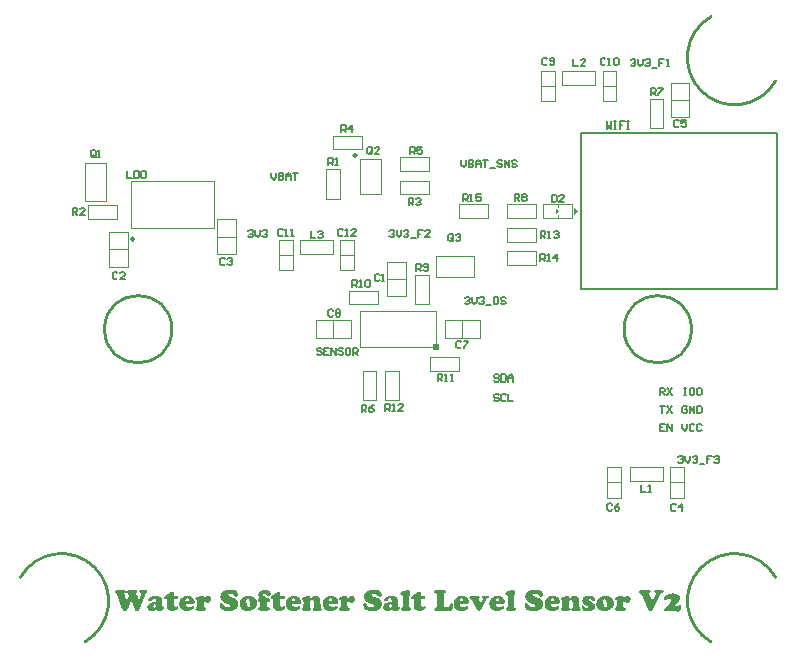
<source format=gbr>
%TF.GenerationSoftware,Altium Limited,Altium Designer,20.1.8 (145)*%
G04 Layer_Color=16777215*
%FSLAX45Y45*%
%MOMM*%
%TF.SameCoordinates,5C14931A-3E48-49F5-90A4-00D45644C4A5*%
%TF.FilePolarity,Positive*%
%TF.FileFunction,Legend,Top*%
%TF.Part,Single*%
G01*
G75*
%TA.AperFunction,NonConductor*%
%ADD40C,0.10160*%
%ADD41C,0.12700*%
%ADD42C,0.25400*%
%ADD48C,0.25000*%
%ADD49R,0.50000X0.50000*%
G36*
X4614163Y3700600D02*
X4591049Y3677486D01*
Y3723714D01*
X4614163Y3700600D01*
D02*
G37*
G36*
X4765039D02*
X4739639Y3675200D01*
Y3726000D01*
X4765039Y3700600D01*
D02*
G37*
G36*
X2127574Y492335D02*
X2129795D01*
X2132016Y492057D01*
X2137569Y491224D01*
X2143676Y489836D01*
X2150062Y487893D01*
X2156447Y485116D01*
X2162277Y481230D01*
X2162832Y480952D01*
X2163943Y479842D01*
X2165886Y477898D01*
X2167830Y475400D01*
X2169773Y472623D01*
X2171716Y469014D01*
X2172827Y465128D01*
X2173382Y460963D01*
Y460686D01*
Y459575D01*
X2173104Y457909D01*
X2172827Y456244D01*
X2171994Y454023D01*
X2171161Y451524D01*
X2169773Y449303D01*
X2167830Y447082D01*
X2167552Y446805D01*
X2166997Y446249D01*
X2165609Y445416D01*
X2164220Y444306D01*
X2162277Y443195D01*
X2159779Y442363D01*
X2157280Y441807D01*
X2154226Y441530D01*
X2152560D01*
X2150895Y441807D01*
X2148674Y442363D01*
X2145897Y443195D01*
X2143121Y444306D01*
X2139790Y445694D01*
X2136736Y447915D01*
X2136181Y448193D01*
X2135625Y448748D01*
X2134793Y449581D01*
X2133404Y450969D01*
X2131739Y452635D01*
X2129518Y455133D01*
X2127019Y457909D01*
X2126741Y458187D01*
X2126186Y458742D01*
X2125076Y459853D01*
X2123688Y460963D01*
X2120079Y462907D01*
X2117858Y463462D01*
X2115914Y463739D01*
X2115359D01*
X2113693Y463462D01*
X2111750Y462629D01*
X2109807Y461241D01*
X2109529Y460686D01*
X2108696Y459575D01*
X2107586Y457632D01*
X2107308Y454856D01*
Y454300D01*
X2107586Y453190D01*
X2108418Y450969D01*
X2109807Y448470D01*
X2110639Y446805D01*
X2112028Y445139D01*
X2113416Y443473D01*
X2115359Y441530D01*
X2117580Y439586D01*
X2120079Y437643D01*
X2123132Y435700D01*
X2126464Y433479D01*
X2126741Y433201D01*
X2127297Y432923D01*
X2128407Y432091D01*
X2129518Y431535D01*
X2132294Y429592D01*
X2133404Y428481D01*
X2134237Y427649D01*
X2134515Y427371D01*
X2135625Y426261D01*
X2136736Y424595D01*
X2138124Y422096D01*
X2138402Y421819D01*
X2138957Y421263D01*
X2140345Y420708D01*
X2142288Y420430D01*
X2158668D01*
X2160334Y420153D01*
X2161999Y419875D01*
X2163665Y419042D01*
X2163943Y418765D01*
X2164498Y418209D01*
X2165331Y416821D01*
Y415156D01*
X2164220Y399886D01*
Y399609D01*
Y399054D01*
X2163943Y397388D01*
X2163665Y395444D01*
X2163110Y394612D01*
X2162832Y394056D01*
X2162555Y393779D01*
X2161722Y393501D01*
X2160334Y393223D01*
X2157835Y392946D01*
X2155614D01*
X2153393Y393223D01*
X2153116D01*
X2152005Y393501D01*
X2148951D01*
X2147841Y393223D01*
X2146730Y392946D01*
X2144232Y392113D01*
X2143121Y391003D01*
X2142288Y389892D01*
Y389614D01*
X2142011Y389059D01*
X2141733Y388226D01*
X2141455Y386838D01*
X2140900Y385172D01*
X2140623Y382674D01*
X2140345Y379898D01*
Y376566D01*
Y376289D01*
Y376011D01*
Y374345D01*
X2140623Y371847D01*
Y368793D01*
X2141178Y365184D01*
X2141733Y361297D01*
X2142288Y357410D01*
X2143399Y353801D01*
Y353524D01*
X2143676Y353246D01*
X2144232Y351580D01*
X2145342Y349637D01*
X2146730Y347971D01*
X2147286Y347693D01*
X2148396Y346861D01*
X2150617Y346028D01*
X2153948Y344917D01*
X2154504Y344640D01*
X2155614Y344362D01*
X2157558Y343252D01*
X2159501Y342141D01*
X2161444Y340475D01*
X2163388Y338254D01*
X2164498Y335478D01*
X2165053Y332424D01*
Y332147D01*
X2164776Y330759D01*
X2164498Y329093D01*
X2163388Y327149D01*
X2161999Y324928D01*
X2159501Y322708D01*
X2156447Y320487D01*
X2154226Y319654D01*
X2152005Y318821D01*
X2151727D01*
X2151450Y318543D01*
X2150617D01*
X2149506Y318266D01*
X2148118Y317988D01*
X2146175Y317433D01*
X2144232Y317155D01*
X2141733Y316877D01*
X2138957Y316322D01*
X2135903Y316045D01*
X2132294Y315767D01*
X2128407Y315212D01*
X2123965Y314934D01*
X2119523D01*
X2114526Y314656D01*
X2104809D01*
X2102033Y314934D01*
X2098702Y315212D01*
X2095093Y315489D01*
X2087042Y316877D01*
X2078713Y318821D01*
X2075104Y320487D01*
X2071772Y322152D01*
X2068996Y324096D01*
X2066775Y326317D01*
X2065387Y329093D01*
X2064832Y332147D01*
Y332424D01*
Y332702D01*
X2065109Y334368D01*
X2065665Y336589D01*
X2066498Y338254D01*
X2066775Y338532D01*
X2067330Y339087D01*
X2068163Y339642D01*
X2069274Y340475D01*
X2070939Y341308D01*
X2072605Y342141D01*
X2074826Y343252D01*
X2075104Y343529D01*
X2075937Y343807D01*
X2077047Y344640D01*
X2078435Y345750D01*
X2079823Y347416D01*
X2080934Y349359D01*
X2082044Y351858D01*
X2082877Y354634D01*
Y354912D01*
Y355189D01*
X2083155Y356855D01*
X2083710Y359354D01*
X2083988Y362685D01*
X2084543Y366572D01*
X2084821Y371291D01*
X2085098Y376011D01*
Y381286D01*
Y381563D01*
Y382396D01*
Y383507D01*
X2084821Y384895D01*
X2084265Y387671D01*
X2083710Y389059D01*
X2082877Y390170D01*
X2082322Y390447D01*
X2080934Y391558D01*
X2079823Y391835D01*
X2078435Y392391D01*
X2076770Y392668D01*
X2071217D01*
X2068163Y392946D01*
X2066775D01*
X2065942Y393223D01*
X2065665Y393501D01*
X2065109Y394056D01*
X2064277Y395167D01*
X2063999Y396833D01*
X2065109Y412657D01*
Y412935D01*
Y413212D01*
X2065387Y414878D01*
X2065942Y416544D01*
X2066220Y417099D01*
X2066498Y417654D01*
X2066775Y417932D01*
X2067608Y418209D01*
X2068441Y418487D01*
X2069551Y418765D01*
X2070939Y419042D01*
X2073438D01*
X2075104Y419598D01*
X2075937Y420153D01*
X2076492Y420986D01*
X2077047Y422096D01*
X2077325Y423484D01*
Y423762D01*
X2077047Y424317D01*
X2076770Y425150D01*
X2076492Y426261D01*
X2075937Y427926D01*
X2074826Y429592D01*
X2073716Y431813D01*
X2073438Y432368D01*
X2072883Y433756D01*
X2071772Y435700D01*
X2070939Y438476D01*
X2069829Y441530D01*
X2068718Y445139D01*
X2068163Y449026D01*
X2067886Y452912D01*
Y453190D01*
Y453745D01*
Y454300D01*
X2068163Y455411D01*
X2068441Y458465D01*
X2069274Y461796D01*
X2070662Y465960D01*
X2072328Y470125D01*
X2075104Y474289D01*
X2078713Y478176D01*
X2078991Y478453D01*
X2079546Y478731D01*
X2080379Y479564D01*
X2081489Y480397D01*
X2083155Y481507D01*
X2085098Y482618D01*
X2087597Y484006D01*
X2090095Y485394D01*
X2093149Y486782D01*
X2096481Y488170D01*
X2100090Y489281D01*
X2104254Y490391D01*
X2108696Y491224D01*
X2113416Y492057D01*
X2118413Y492335D01*
X2123688Y492612D01*
X2125909D01*
X2127574Y492335D01*
D02*
G37*
G36*
X4897409Y444028D02*
X4898797Y443473D01*
X4900741Y442363D01*
X4902684Y441252D01*
X4904627Y439309D01*
X4906848Y436810D01*
X4907126Y436533D01*
X4907681Y435700D01*
X4908514Y434589D01*
X4909624Y432923D01*
X4911013Y430980D01*
X4912401Y428759D01*
X4914899Y423484D01*
X4915177Y423207D01*
X4915454Y422374D01*
X4916010Y420986D01*
X4916565Y419320D01*
X4917398Y415433D01*
X4917953Y413212D01*
Y411269D01*
Y410991D01*
Y410436D01*
X4917675Y409603D01*
X4917398Y408215D01*
X4916565Y405439D01*
X4915454Y404051D01*
X4914344Y402663D01*
X4914066D01*
X4913789Y402107D01*
X4912956Y401552D01*
X4911845Y400997D01*
X4909069Y399886D01*
X4907403Y399609D01*
X4905460Y399331D01*
X4903794D01*
X4902684Y399609D01*
X4900185Y400164D01*
X4897409Y401552D01*
X4897131D01*
X4896854Y402107D01*
X4896021Y402663D01*
X4894910Y403496D01*
X4893245Y404884D01*
X4891301Y406549D01*
X4889080Y408493D01*
X4886304Y410991D01*
X4886027Y411269D01*
X4884916Y412379D01*
X4883528Y413490D01*
X4881585Y415156D01*
X4879364Y416544D01*
X4877143Y417932D01*
X4874922Y418765D01*
X4872701Y419042D01*
X4872145D01*
X4870480Y418765D01*
X4868536Y417932D01*
X4866315Y416266D01*
X4866038Y415711D01*
X4865205Y414600D01*
X4864094Y412657D01*
X4863817Y410158D01*
Y409881D01*
X4864094Y409048D01*
X4864372Y407937D01*
X4865205Y406549D01*
X4866871Y404606D01*
X4868814Y402663D01*
X4871868Y400719D01*
X4873534Y399609D01*
X4875755Y398498D01*
X4876032D01*
X4876587Y397943D01*
X4877698Y397665D01*
X4879364Y396833D01*
X4881029Y396000D01*
X4883250Y394889D01*
X4887970Y392113D01*
X4893245Y389059D01*
X4898797Y385450D01*
X4904072Y381563D01*
X4908792Y377399D01*
X4909347Y376844D01*
X4910457Y375733D01*
X4911845Y373512D01*
X4913789Y370736D01*
X4915454Y367405D01*
X4917120Y363240D01*
X4918231Y358521D01*
X4918508Y353524D01*
Y353246D01*
Y352691D01*
Y351858D01*
X4918231Y350470D01*
X4917953Y349082D01*
X4917675Y347416D01*
X4916565Y343252D01*
X4914622Y338532D01*
X4911845Y333535D01*
X4910180Y331036D01*
X4908236Y328538D01*
X4905738Y326039D01*
X4902961Y323818D01*
X4902684D01*
X4902406Y323263D01*
X4901573Y322985D01*
X4900463Y322152D01*
X4897687Y320764D01*
X4893800Y318821D01*
X4889080Y316877D01*
X4883528Y315489D01*
X4877143Y314379D01*
X4870202Y313824D01*
X4867981D01*
X4866038Y314101D01*
X4863539D01*
X4860485Y314656D01*
X4856599Y314934D01*
X4852157Y315489D01*
X4851601D01*
X4850213Y315767D01*
X4848270Y316045D01*
X4845771Y316322D01*
X4843273D01*
X4841052Y316600D01*
X4839386Y316877D01*
X4836055D01*
X4834389Y316600D01*
X4833834D01*
X4832168Y316322D01*
X4830502Y316045D01*
X4828004D01*
X4826893Y316322D01*
X4825505D01*
X4822451Y317155D01*
X4819397Y318821D01*
X4819120Y319098D01*
X4818564Y319654D01*
X4817454Y320764D01*
X4816343Y322430D01*
X4814955Y324373D01*
X4813290Y327149D01*
X4811346Y329926D01*
X4809680Y333535D01*
X4809403Y334090D01*
X4809125Y335200D01*
X4808292Y337144D01*
X4807460Y339642D01*
X4806627Y342419D01*
X4806071Y345195D01*
X4805516Y348249D01*
X4805239Y351025D01*
Y351303D01*
Y351580D01*
X4805516Y352968D01*
X4805794Y354912D01*
X4806349Y357133D01*
X4807460Y359076D01*
X4809125Y361019D01*
X4811346Y362407D01*
X4812734Y362963D01*
X4814955D01*
X4816621Y362685D01*
X4818842Y361852D01*
X4821063Y360464D01*
X4821341D01*
X4821618Y359909D01*
X4822451Y359354D01*
X4823839Y357966D01*
X4825505Y356577D01*
X4827726Y354356D01*
X4830225Y351580D01*
X4833556Y347971D01*
X4833834Y347693D01*
X4834389Y347138D01*
X4835499Y346028D01*
X4836610Y344917D01*
X4839386Y342419D01*
X4840774Y341308D01*
X4842162Y340198D01*
X4842440D01*
X4842718Y339920D01*
X4844383Y339087D01*
X4846882Y338254D01*
X4849658Y337977D01*
X4850491D01*
X4852157Y338254D01*
X4854378Y338810D01*
X4856599Y340198D01*
X4856876Y340753D01*
X4857987Y341863D01*
X4858820Y343807D01*
X4859097Y346305D01*
Y346583D01*
X4858820Y347416D01*
X4858542Y348526D01*
X4857987Y349914D01*
X4856599Y351580D01*
X4854933Y353246D01*
X4852712Y355189D01*
X4849380Y356855D01*
X4849103D01*
X4848548Y357410D01*
X4847437Y357966D01*
X4846049Y358521D01*
X4844383Y359631D01*
X4842440Y360464D01*
X4837998Y363240D01*
X4833001Y366294D01*
X4828281Y369626D01*
X4823562Y373512D01*
X4819675Y377399D01*
X4819397Y377954D01*
X4818287Y379342D01*
X4816899Y381563D01*
X4815233Y384617D01*
X4813290Y388226D01*
X4811901Y392391D01*
X4810791Y397388D01*
X4810513Y402385D01*
Y402663D01*
Y402940D01*
Y403773D01*
X4810791Y404884D01*
X4811069Y407660D01*
X4811624Y411269D01*
X4812734Y415433D01*
X4814400Y419598D01*
X4816621Y424317D01*
X4819675Y428481D01*
X4819953Y428759D01*
X4820230Y429037D01*
X4821063Y429870D01*
X4822173Y430980D01*
X4823562Y432091D01*
X4825227Y433479D01*
X4827171Y434867D01*
X4829114Y436533D01*
X4834389Y439309D01*
X4840774Y441807D01*
X4844106Y442918D01*
X4847992Y443751D01*
X4851879Y444028D01*
X4856043Y444306D01*
X4858820D01*
X4861041Y444028D01*
X4863817Y443751D01*
X4867426Y443195D01*
X4871868Y442363D01*
X4876865Y441530D01*
X4877420D01*
X4878531Y441252D01*
X4880196Y440974D01*
X4882695D01*
X4883528Y441252D01*
X4884638Y441530D01*
X4886027Y441807D01*
X4887970Y442363D01*
X4890191Y443195D01*
X4890746Y443473D01*
X4891857Y443751D01*
X4893522Y444028D01*
X4895188Y444306D01*
X4896299D01*
X4897409Y444028D01*
D02*
G37*
G36*
X4403520Y494556D02*
X4405185D01*
X4409072Y494000D01*
X4414069Y493167D01*
X4419899Y492057D01*
X4426840Y490669D01*
X4434336Y488448D01*
X4434891D01*
X4435724Y488170D01*
X4437112Y487893D01*
X4438500Y487615D01*
X4439333D01*
X4439888Y487893D01*
X4440721Y488170D01*
X4442109Y488448D01*
X4443775Y489003D01*
X4445996Y489836D01*
X4446273Y490114D01*
X4447384Y490391D01*
X4448772Y490669D01*
X4450715D01*
X4451826Y490391D01*
X4453769Y489836D01*
X4455990Y489003D01*
X4458766Y487337D01*
X4461820Y484839D01*
X4463208Y483451D01*
X4464874Y481507D01*
X4466817Y479564D01*
X4468483Y477065D01*
Y476788D01*
X4468761Y476510D01*
X4469871Y474844D01*
X4471537Y472068D01*
X4473203Y468737D01*
X4474868Y464850D01*
X4476534Y460686D01*
X4477645Y455966D01*
X4477922Y451246D01*
Y450969D01*
Y450136D01*
X4477645Y448748D01*
X4477367Y447082D01*
X4476812Y445416D01*
X4475979Y443195D01*
X4474868Y441252D01*
X4473480Y439309D01*
X4473203Y439031D01*
X4472647Y438476D01*
X4471815Y437643D01*
X4470704Y436810D01*
X4469038Y435977D01*
X4467373Y435144D01*
X4465429Y434589D01*
X4463208Y434312D01*
X4461543D01*
X4460432Y434589D01*
X4457656Y435144D01*
X4454880Y436255D01*
X4454602D01*
X4454324Y436810D01*
X4453214Y437365D01*
X4452103Y438754D01*
X4450160Y440142D01*
X4447661Y442363D01*
X4444608Y445139D01*
X4440998Y448470D01*
X4440721Y448748D01*
X4440443Y449026D01*
X4439610Y449858D01*
X4438500Y450691D01*
X4435446Y452912D01*
X4431559Y455688D01*
X4426840Y458465D01*
X4421843Y460686D01*
X4416290Y462351D01*
X4413514Y462629D01*
X4410738Y462907D01*
X4409627D01*
X4408239Y462629D01*
X4406851Y462351D01*
X4402964Y461519D01*
X4401021Y460408D01*
X4399355Y459298D01*
X4399078Y459020D01*
X4398800Y458742D01*
X4397967Y457909D01*
X4397412Y457077D01*
X4395746Y454023D01*
X4395468Y452357D01*
X4395191Y450414D01*
Y449858D01*
X4395468Y448470D01*
X4396301Y446527D01*
X4397689Y444028D01*
X4398522Y442918D01*
X4399910Y441530D01*
X4401576Y439864D01*
X4403520Y438476D01*
X4405740Y437088D01*
X4408239Y435977D01*
X4411293Y434589D01*
X4414624Y433479D01*
X4414902D01*
X4415735Y433201D01*
X4417123Y432646D01*
X4418789Y432091D01*
X4421010Y431535D01*
X4423508Y430980D01*
X4428783Y429314D01*
X4434613Y427371D01*
X4440166Y425428D01*
X4442664Y424595D01*
X4444885Y423762D01*
X4446829Y422929D01*
X4448494Y422374D01*
X4448772Y422096D01*
X4449882Y421541D01*
X4451548Y420708D01*
X4453491Y419320D01*
X4455990Y417654D01*
X4458766Y415711D01*
X4461820Y413212D01*
X4464874Y410436D01*
X4467650Y407382D01*
X4470704Y404051D01*
X4473480Y400164D01*
X4475979Y396000D01*
X4477922Y391280D01*
X4479588Y386561D01*
X4480698Y381286D01*
X4480976Y375733D01*
Y375456D01*
Y374623D01*
Y373235D01*
X4480698Y371291D01*
X4480421Y368793D01*
X4479866Y366294D01*
X4479033Y363240D01*
X4478200Y359909D01*
X4477089Y356577D01*
X4475701Y352968D01*
X4473758Y349359D01*
X4471537Y345473D01*
X4469038Y341863D01*
X4465984Y338254D01*
X4462653Y334645D01*
X4458766Y331314D01*
X4458489Y331036D01*
X4457656Y330481D01*
X4456545Y329648D01*
X4454602Y328538D01*
X4452381Y327149D01*
X4449605Y325761D01*
X4446551Y324096D01*
X4442942Y322708D01*
X4438778Y321042D01*
X4434336Y319376D01*
X4429338Y317988D01*
X4424064Y316600D01*
X4418511Y315489D01*
X4412403Y314656D01*
X4406018Y314101D01*
X4399355Y313824D01*
X4394913D01*
X4393247Y314101D01*
X4388806Y314379D01*
X4383808Y314656D01*
X4377978Y315489D01*
X4371593Y316322D01*
X4364930Y317433D01*
X4364652D01*
X4364097Y317710D01*
X4363264D01*
X4361876Y318266D01*
X4358822Y318821D01*
X4354936Y319931D01*
X4350771Y321319D01*
X4346329Y322985D01*
X4342165Y324651D01*
X4338834Y326594D01*
X4338556Y326872D01*
X4337723Y327427D01*
X4336613Y328538D01*
X4335225Y330481D01*
X4333559Y332702D01*
X4331615Y335756D01*
X4329672Y339642D01*
X4327729Y344362D01*
Y344640D01*
X4327451Y344917D01*
X4327173Y345750D01*
X4326896Y346861D01*
X4326063Y349359D01*
X4325230Y352968D01*
X4324397Y357133D01*
X4323564Y361575D01*
X4323009Y366294D01*
X4322732Y371291D01*
Y371569D01*
Y372402D01*
X4323009Y373512D01*
Y374900D01*
X4323842Y377954D01*
X4325508Y380731D01*
X4325785Y381008D01*
X4326063Y381286D01*
X4327729Y382674D01*
X4330227Y384062D01*
X4331893Y384340D01*
X4333559Y384617D01*
X4334392D01*
X4335225Y384340D01*
X4336613Y384062D01*
X4338001Y383507D01*
X4339389Y382396D01*
X4341055Y381286D01*
X4342720Y379620D01*
X4342998Y379342D01*
X4343276Y379065D01*
X4344108Y377954D01*
X4345497Y376289D01*
X4347162Y374068D01*
X4349383Y370736D01*
X4352159Y366849D01*
X4353825Y364351D01*
X4355491Y361575D01*
X4355769Y361297D01*
X4356324Y360464D01*
X4357434Y359076D01*
X4359100Y357410D01*
X4361321Y355745D01*
X4363820Y353801D01*
X4366873Y351858D01*
X4370482Y349914D01*
X4371038Y349637D01*
X4372148Y349082D01*
X4374369Y348526D01*
X4376868Y347693D01*
X4380199Y346583D01*
X4383808Y346028D01*
X4387695Y345473D01*
X4391582Y345195D01*
X4393247D01*
X4394913Y345473D01*
X4397134Y345750D01*
X4402131Y346583D01*
X4404630Y347416D01*
X4406851Y348526D01*
X4407129Y348804D01*
X4407684Y349082D01*
X4408794Y349914D01*
X4409905Y351025D01*
X4411015Y352413D01*
X4412126Y353801D01*
X4412681Y355745D01*
X4412959Y357688D01*
Y357966D01*
Y358521D01*
X4412681Y359354D01*
X4412403Y360742D01*
X4411848Y362130D01*
X4411015Y363518D01*
X4409905Y364906D01*
X4408239Y366294D01*
X4407961Y366572D01*
X4407406Y366849D01*
X4406296Y367682D01*
X4404630Y368515D01*
X4402687Y369626D01*
X4400188Y370736D01*
X4396857Y372124D01*
X4393247Y373235D01*
X4392970D01*
X4392415Y373512D01*
X4391582Y373790D01*
X4390194Y374345D01*
X4386862Y375456D01*
X4382975Y376844D01*
X4378256Y378510D01*
X4373814Y380175D01*
X4369094Y382119D01*
X4365208Y383784D01*
X4364930Y384062D01*
X4363542Y384617D01*
X4361876Y385728D01*
X4359378Y387116D01*
X4356879Y389059D01*
X4353825Y391003D01*
X4347717Y396000D01*
X4347440Y396277D01*
X4346885Y396833D01*
X4345774Y397665D01*
X4344664Y399054D01*
X4342998Y400719D01*
X4341332Y402940D01*
X4339389Y405161D01*
X4337723Y407660D01*
X4333836Y413768D01*
X4330505Y420708D01*
X4329394Y424317D01*
X4328284Y428204D01*
X4327729Y432368D01*
X4327451Y436533D01*
Y437088D01*
Y438476D01*
X4327729Y440697D01*
X4328006Y443473D01*
X4328839Y446805D01*
X4329672Y450691D01*
X4331060Y454578D01*
X4332726Y458465D01*
X4333004Y459020D01*
X4333836Y460130D01*
X4334947Y462351D01*
X4336613Y464850D01*
X4338556Y467626D01*
X4341055Y470680D01*
X4344108Y473734D01*
X4347440Y476788D01*
X4347717Y477065D01*
X4348550Y477621D01*
X4349661Y478453D01*
X4351327Y479564D01*
X4353270Y480952D01*
X4355769Y482618D01*
X4358822Y484006D01*
X4362154Y485949D01*
X4365763Y487615D01*
X4369650Y489003D01*
X4374092Y490669D01*
X4378534Y492057D01*
X4383531Y493167D01*
X4388806Y494000D01*
X4394080Y494556D01*
X4399910Y494833D01*
X4402409D01*
X4403520Y494556D01*
D02*
G37*
G36*
X3037619D02*
X3039285D01*
X3043172Y494000D01*
X3048169Y493167D01*
X3053999Y492057D01*
X3060940Y490669D01*
X3068435Y488448D01*
X3068991D01*
X3069823Y488170D01*
X3071212Y487893D01*
X3072600Y487615D01*
X3073433D01*
X3073988Y487893D01*
X3074821Y488170D01*
X3076209Y488448D01*
X3077874Y489003D01*
X3080095Y489836D01*
X3080373Y490114D01*
X3081484Y490391D01*
X3082872Y490669D01*
X3084815D01*
X3085926Y490391D01*
X3087869Y489836D01*
X3090090Y489003D01*
X3092866Y487337D01*
X3095920Y484839D01*
X3097308Y483451D01*
X3098974Y481507D01*
X3100917Y479564D01*
X3102583Y477065D01*
Y476788D01*
X3102860Y476510D01*
X3103971Y474844D01*
X3105637Y472068D01*
X3107302Y468737D01*
X3108968Y464850D01*
X3110634Y460686D01*
X3111744Y455966D01*
X3112022Y451246D01*
Y450969D01*
Y450136D01*
X3111744Y448748D01*
X3111467Y447082D01*
X3110911Y445416D01*
X3110079Y443195D01*
X3108968Y441252D01*
X3107580Y439309D01*
X3107302Y439031D01*
X3106747Y438476D01*
X3105914Y437643D01*
X3104804Y436810D01*
X3103138Y435977D01*
X3101472Y435144D01*
X3099529Y434589D01*
X3097308Y434312D01*
X3095642D01*
X3094532Y434589D01*
X3091756Y435144D01*
X3088979Y436255D01*
X3088702D01*
X3088424Y436810D01*
X3087314Y437365D01*
X3086203Y438754D01*
X3084260Y440142D01*
X3081761Y442363D01*
X3078707Y445139D01*
X3075098Y448470D01*
X3074821Y448748D01*
X3074543Y449026D01*
X3073710Y449858D01*
X3072600Y450691D01*
X3069546Y452912D01*
X3065659Y455688D01*
X3060940Y458465D01*
X3055942Y460686D01*
X3050390Y462351D01*
X3047614Y462629D01*
X3044837Y462907D01*
X3043727D01*
X3042339Y462629D01*
X3040951Y462351D01*
X3037064Y461519D01*
X3035121Y460408D01*
X3033455Y459298D01*
X3033177Y459020D01*
X3032900Y458742D01*
X3032067Y457909D01*
X3031512Y457077D01*
X3029846Y454023D01*
X3029568Y452357D01*
X3029291Y450414D01*
Y449858D01*
X3029568Y448470D01*
X3030401Y446527D01*
X3031789Y444028D01*
X3032622Y442918D01*
X3034010Y441530D01*
X3035676Y439864D01*
X3037619Y438476D01*
X3039840Y437088D01*
X3042339Y435977D01*
X3045393Y434589D01*
X3048724Y433479D01*
X3049002D01*
X3049835Y433201D01*
X3051223Y432646D01*
X3052888Y432091D01*
X3055109Y431535D01*
X3057608Y430980D01*
X3062883Y429314D01*
X3068713Y427371D01*
X3074265Y425428D01*
X3076764Y424595D01*
X3078985Y423762D01*
X3080928Y422929D01*
X3082594Y422374D01*
X3082872Y422096D01*
X3083982Y421541D01*
X3085648Y420708D01*
X3087591Y419320D01*
X3090090Y417654D01*
X3092866Y415711D01*
X3095920Y413212D01*
X3098974Y410436D01*
X3101750Y407382D01*
X3104804Y404051D01*
X3107580Y400164D01*
X3110079Y396000D01*
X3112022Y391280D01*
X3113688Y386561D01*
X3114798Y381286D01*
X3115076Y375733D01*
Y375456D01*
Y374623D01*
Y373235D01*
X3114798Y371291D01*
X3114521Y368793D01*
X3113965Y366294D01*
X3113132Y363240D01*
X3112300Y359909D01*
X3111189Y356577D01*
X3109801Y352968D01*
X3107858Y349359D01*
X3105637Y345473D01*
X3103138Y341863D01*
X3100084Y338254D01*
X3096753Y334645D01*
X3092866Y331314D01*
X3092588Y331036D01*
X3091756Y330481D01*
X3090645Y329648D01*
X3088702Y328538D01*
X3086481Y327149D01*
X3083705Y325761D01*
X3080651Y324096D01*
X3077042Y322708D01*
X3072877Y321042D01*
X3068435Y319376D01*
X3063438Y317988D01*
X3058163Y316600D01*
X3052611Y315489D01*
X3046503Y314656D01*
X3040118Y314101D01*
X3033455Y313824D01*
X3029013D01*
X3027347Y314101D01*
X3022905Y314379D01*
X3017908Y314656D01*
X3012078Y315489D01*
X3005693Y316322D01*
X2999030Y317433D01*
X2998752D01*
X2998197Y317710D01*
X2997364D01*
X2995976Y318266D01*
X2992922Y318821D01*
X2989035Y319931D01*
X2984871Y321319D01*
X2980429Y322985D01*
X2976265Y324651D01*
X2972933Y326594D01*
X2972656Y326872D01*
X2971823Y327427D01*
X2970712Y328538D01*
X2969324Y330481D01*
X2967659Y332702D01*
X2965715Y335756D01*
X2963772Y339642D01*
X2961828Y344362D01*
Y344640D01*
X2961551Y344917D01*
X2961273Y345750D01*
X2960996Y346861D01*
X2960163Y349359D01*
X2959330Y352968D01*
X2958497Y357133D01*
X2957664Y361575D01*
X2957109Y366294D01*
X2956831Y371291D01*
Y371569D01*
Y372402D01*
X2957109Y373512D01*
Y374900D01*
X2957942Y377954D01*
X2959607Y380731D01*
X2959885Y381008D01*
X2960163Y381286D01*
X2961828Y382674D01*
X2964327Y384062D01*
X2965993Y384340D01*
X2967659Y384617D01*
X2968491D01*
X2969324Y384340D01*
X2970712Y384062D01*
X2972100Y383507D01*
X2973489Y382396D01*
X2975154Y381286D01*
X2976820Y379620D01*
X2977098Y379342D01*
X2977375Y379065D01*
X2978208Y377954D01*
X2979596Y376289D01*
X2981262Y374068D01*
X2983483Y370736D01*
X2986259Y366849D01*
X2987925Y364351D01*
X2989591Y361575D01*
X2989868Y361297D01*
X2990424Y360464D01*
X2991534Y359076D01*
X2993200Y357410D01*
X2995421Y355745D01*
X2997919Y353801D01*
X3000973Y351858D01*
X3004582Y349914D01*
X3005138Y349637D01*
X3006248Y349082D01*
X3008469Y348526D01*
X3010968Y347693D01*
X3014299Y346583D01*
X3017908Y346028D01*
X3021795Y345473D01*
X3025682Y345195D01*
X3027347D01*
X3029013Y345473D01*
X3031234Y345750D01*
X3036231Y346583D01*
X3038730Y347416D01*
X3040951Y348526D01*
X3041228Y348804D01*
X3041784Y349082D01*
X3042894Y349914D01*
X3044005Y351025D01*
X3045115Y352413D01*
X3046226Y353801D01*
X3046781Y355745D01*
X3047058Y357688D01*
Y357966D01*
Y358521D01*
X3046781Y359354D01*
X3046503Y360742D01*
X3045948Y362130D01*
X3045115Y363518D01*
X3044005Y364906D01*
X3042339Y366294D01*
X3042061Y366572D01*
X3041506Y366849D01*
X3040395Y367682D01*
X3038730Y368515D01*
X3036786Y369626D01*
X3034288Y370736D01*
X3030956Y372124D01*
X3027347Y373235D01*
X3027070D01*
X3026514Y373512D01*
X3025682Y373790D01*
X3024293Y374345D01*
X3020962Y375456D01*
X3017075Y376844D01*
X3012356Y378510D01*
X3007914Y380175D01*
X3003194Y382119D01*
X2999307Y383784D01*
X2999030Y384062D01*
X2997642Y384617D01*
X2995976Y385728D01*
X2993477Y387116D01*
X2990979Y389059D01*
X2987925Y391003D01*
X2981817Y396000D01*
X2981540Y396277D01*
X2980984Y396833D01*
X2979874Y397665D01*
X2978763Y399054D01*
X2977098Y400719D01*
X2975432Y402940D01*
X2973489Y405161D01*
X2971823Y407660D01*
X2967936Y413768D01*
X2964605Y420708D01*
X2963494Y424317D01*
X2962384Y428204D01*
X2961828Y432368D01*
X2961551Y436533D01*
Y437088D01*
Y438476D01*
X2961828Y440697D01*
X2962106Y443473D01*
X2962939Y446805D01*
X2963772Y450691D01*
X2965160Y454578D01*
X2966826Y458465D01*
X2967103Y459020D01*
X2967936Y460130D01*
X2969047Y462351D01*
X2970712Y464850D01*
X2972656Y467626D01*
X2975154Y470680D01*
X2978208Y473734D01*
X2981540Y476788D01*
X2981817Y477065D01*
X2982650Y477621D01*
X2983761Y478453D01*
X2985426Y479564D01*
X2987370Y480952D01*
X2989868Y482618D01*
X2992922Y484006D01*
X2996254Y485949D01*
X2999863Y487615D01*
X3003749Y489003D01*
X3008191Y490669D01*
X3012633Y492057D01*
X3017630Y493167D01*
X3022905Y494000D01*
X3028180Y494556D01*
X3034010Y494833D01*
X3036509D01*
X3037619Y494556D01*
D02*
G37*
G36*
X1822190D02*
X1823856D01*
X1827743Y494000D01*
X1832740Y493167D01*
X1838570Y492057D01*
X1845510Y490669D01*
X1853006Y488448D01*
X1853561D01*
X1854394Y488170D01*
X1855782Y487893D01*
X1857171Y487615D01*
X1858003D01*
X1858559Y487893D01*
X1859392Y488170D01*
X1860780Y488448D01*
X1862445Y489003D01*
X1864666Y489836D01*
X1864944Y490114D01*
X1866054Y490391D01*
X1867443Y490669D01*
X1869386D01*
X1870496Y490391D01*
X1872440Y489836D01*
X1874661Y489003D01*
X1877437Y487337D01*
X1880491Y484839D01*
X1881879Y483451D01*
X1883545Y481507D01*
X1885488Y479564D01*
X1887154Y477065D01*
Y476788D01*
X1887431Y476510D01*
X1888542Y474844D01*
X1890208Y472068D01*
X1891873Y468737D01*
X1893539Y464850D01*
X1895205Y460686D01*
X1896315Y455966D01*
X1896593Y451246D01*
Y450969D01*
Y450136D01*
X1896315Y448748D01*
X1896038Y447082D01*
X1895482Y445416D01*
X1894649Y443195D01*
X1893539Y441252D01*
X1892151Y439309D01*
X1891873Y439031D01*
X1891318Y438476D01*
X1890485Y437643D01*
X1889375Y436810D01*
X1887709Y435977D01*
X1886043Y435144D01*
X1884100Y434589D01*
X1881879Y434312D01*
X1880213D01*
X1879103Y434589D01*
X1876326Y435144D01*
X1873550Y436255D01*
X1873273D01*
X1872995Y436810D01*
X1871884Y437365D01*
X1870774Y438754D01*
X1868831Y440142D01*
X1866332Y442363D01*
X1863278Y445139D01*
X1859669Y448470D01*
X1859392Y448748D01*
X1859114Y449026D01*
X1858281Y449858D01*
X1857171Y450691D01*
X1854117Y452912D01*
X1850230Y455688D01*
X1845510Y458465D01*
X1840513Y460686D01*
X1834961Y462351D01*
X1832185Y462629D01*
X1829408Y462907D01*
X1828298D01*
X1826910Y462629D01*
X1825522Y462351D01*
X1821635Y461519D01*
X1819692Y460408D01*
X1818026Y459298D01*
X1817748Y459020D01*
X1817471Y458742D01*
X1816638Y457909D01*
X1816082Y457077D01*
X1814417Y454023D01*
X1814139Y452357D01*
X1813861Y450414D01*
Y449858D01*
X1814139Y448470D01*
X1814972Y446527D01*
X1816360Y444028D01*
X1817193Y442918D01*
X1818581Y441530D01*
X1820247Y439864D01*
X1822190Y438476D01*
X1824411Y437088D01*
X1826910Y435977D01*
X1829964Y434589D01*
X1833295Y433479D01*
X1833573D01*
X1834406Y433201D01*
X1835794Y432646D01*
X1837459Y432091D01*
X1839680Y431535D01*
X1842179Y430980D01*
X1847454Y429314D01*
X1853284Y427371D01*
X1858836Y425428D01*
X1861335Y424595D01*
X1863556Y423762D01*
X1865499Y422929D01*
X1867165Y422374D01*
X1867443Y422096D01*
X1868553Y421541D01*
X1870219Y420708D01*
X1872162Y419320D01*
X1874661Y417654D01*
X1877437Y415711D01*
X1880491Y413212D01*
X1883545Y410436D01*
X1886321Y407382D01*
X1889375Y404051D01*
X1892151Y400164D01*
X1894649Y396000D01*
X1896593Y391280D01*
X1898259Y386561D01*
X1899369Y381286D01*
X1899647Y375733D01*
Y375456D01*
Y374623D01*
Y373235D01*
X1899369Y371291D01*
X1899091Y368793D01*
X1898536Y366294D01*
X1897703Y363240D01*
X1896870Y359909D01*
X1895760Y356577D01*
X1894372Y352968D01*
X1892429Y349359D01*
X1890208Y345473D01*
X1887709Y341863D01*
X1884655Y338254D01*
X1881324Y334645D01*
X1877437Y331314D01*
X1877159Y331036D01*
X1876326Y330481D01*
X1875216Y329648D01*
X1873273Y328538D01*
X1871052Y327149D01*
X1868275Y325761D01*
X1865222Y324096D01*
X1861612Y322708D01*
X1857448Y321042D01*
X1853006Y319376D01*
X1848009Y317988D01*
X1842734Y316600D01*
X1837182Y315489D01*
X1831074Y314656D01*
X1824689Y314101D01*
X1818026Y313824D01*
X1813584D01*
X1811918Y314101D01*
X1807476Y314379D01*
X1802479Y314656D01*
X1796649Y315489D01*
X1790264Y316322D01*
X1783601Y317433D01*
X1783323D01*
X1782768Y317710D01*
X1781935D01*
X1780547Y318266D01*
X1777493Y318821D01*
X1773606Y319931D01*
X1769442Y321319D01*
X1765000Y322985D01*
X1760836Y324651D01*
X1757504Y326594D01*
X1757227Y326872D01*
X1756394Y327427D01*
X1755283Y328538D01*
X1753895Y330481D01*
X1752229Y332702D01*
X1750286Y335756D01*
X1748343Y339642D01*
X1746399Y344362D01*
Y344640D01*
X1746122Y344917D01*
X1745844Y345750D01*
X1745566Y346861D01*
X1744734Y349359D01*
X1743901Y352968D01*
X1743068Y357133D01*
X1742235Y361575D01*
X1741680Y366294D01*
X1741402Y371291D01*
Y371569D01*
Y372402D01*
X1741680Y373512D01*
Y374900D01*
X1742513Y377954D01*
X1744178Y380731D01*
X1744456Y381008D01*
X1744734Y381286D01*
X1746399Y382674D01*
X1748898Y384062D01*
X1750564Y384340D01*
X1752229Y384617D01*
X1753062D01*
X1753895Y384340D01*
X1755283Y384062D01*
X1756671Y383507D01*
X1758059Y382396D01*
X1759725Y381286D01*
X1761391Y379620D01*
X1761669Y379342D01*
X1761946Y379065D01*
X1762779Y377954D01*
X1764167Y376289D01*
X1765833Y374068D01*
X1768054Y370736D01*
X1770830Y366849D01*
X1772496Y364351D01*
X1774162Y361575D01*
X1774439Y361297D01*
X1774994Y360464D01*
X1776105Y359076D01*
X1777771Y357410D01*
X1779992Y355745D01*
X1782490Y353801D01*
X1785544Y351858D01*
X1789153Y349914D01*
X1789708Y349637D01*
X1790819Y349082D01*
X1793040Y348526D01*
X1795538Y347693D01*
X1798870Y346583D01*
X1802479Y346028D01*
X1806366Y345473D01*
X1810252Y345195D01*
X1811918D01*
X1813584Y345473D01*
X1815805Y345750D01*
X1820802Y346583D01*
X1823301Y347416D01*
X1825522Y348526D01*
X1825799Y348804D01*
X1826354Y349082D01*
X1827465Y349914D01*
X1828575Y351025D01*
X1829686Y352413D01*
X1830796Y353801D01*
X1831352Y355745D01*
X1831629Y357688D01*
Y357966D01*
Y358521D01*
X1831352Y359354D01*
X1831074Y360742D01*
X1830519Y362130D01*
X1829686Y363518D01*
X1828575Y364906D01*
X1826910Y366294D01*
X1826632Y366572D01*
X1826077Y366849D01*
X1824966Y367682D01*
X1823301Y368515D01*
X1821357Y369626D01*
X1818859Y370736D01*
X1815527Y372124D01*
X1811918Y373235D01*
X1811641D01*
X1811085Y373512D01*
X1810252Y373790D01*
X1808864Y374345D01*
X1805533Y375456D01*
X1801646Y376844D01*
X1796927Y378510D01*
X1792485Y380175D01*
X1787765Y382119D01*
X1783878Y383784D01*
X1783601Y384062D01*
X1782213Y384617D01*
X1780547Y385728D01*
X1778048Y387116D01*
X1775550Y389059D01*
X1772496Y391003D01*
X1766388Y396000D01*
X1766111Y396277D01*
X1765555Y396833D01*
X1764445Y397665D01*
X1763334Y399054D01*
X1761669Y400719D01*
X1760003Y402940D01*
X1758059Y405161D01*
X1756394Y407660D01*
X1752507Y413768D01*
X1749176Y420708D01*
X1748065Y424317D01*
X1746955Y428204D01*
X1746399Y432368D01*
X1746122Y436533D01*
Y437088D01*
Y438476D01*
X1746399Y440697D01*
X1746677Y443473D01*
X1747510Y446805D01*
X1748343Y450691D01*
X1749731Y454578D01*
X1751397Y458465D01*
X1751674Y459020D01*
X1752507Y460130D01*
X1753618Y462351D01*
X1755283Y464850D01*
X1757227Y467626D01*
X1759725Y470680D01*
X1762779Y473734D01*
X1766111Y476788D01*
X1766388Y477065D01*
X1767221Y477621D01*
X1768331Y478453D01*
X1769997Y479564D01*
X1771941Y480952D01*
X1774439Y482618D01*
X1777493Y484006D01*
X1780824Y485949D01*
X1784434Y487615D01*
X1788320Y489003D01*
X1792762Y490669D01*
X1797204Y492057D01*
X1802201Y493167D01*
X1807476Y494000D01*
X1812751Y494556D01*
X1818581Y494833D01*
X1821080D01*
X1822190Y494556D01*
D02*
G37*
G36*
X4747493Y442918D02*
X4751102Y442363D01*
X4755544Y441530D01*
X4759986Y439864D01*
X4764706Y437921D01*
X4769148Y435144D01*
X4769425Y434867D01*
X4770536Y434034D01*
X4771924Y432646D01*
X4773590Y430980D01*
X4775533Y429037D01*
X4777199Y426538D01*
X4778864Y423762D01*
X4780253Y420708D01*
X4780530Y420430D01*
X4780808Y419320D01*
X4781363Y417377D01*
X4781918Y414878D01*
X4782751Y411547D01*
X4783306Y407382D01*
X4784139Y402663D01*
X4784417Y397110D01*
X4786083Y352135D01*
Y351858D01*
Y351303D01*
X4786360Y350470D01*
Y349359D01*
X4786915Y346861D01*
X4787748Y344640D01*
X4788026Y344084D01*
X4788581Y343529D01*
X4789136Y342419D01*
X4790247Y341308D01*
X4791635Y339642D01*
X4793301Y337699D01*
X4795522Y335200D01*
X4795799Y334923D01*
X4796632Y333812D01*
X4797188Y332147D01*
X4797465Y329648D01*
Y329370D01*
X4797188Y328260D01*
X4796910Y326872D01*
X4796355Y324928D01*
X4794967Y322985D01*
X4793301Y321042D01*
X4790802Y319098D01*
X4787471Y317710D01*
X4786915D01*
X4785527Y317155D01*
X4784417Y316877D01*
X4783029D01*
X4781363Y316600D01*
X4779142Y316322D01*
X4776921Y316045D01*
X4774145Y315767D01*
X4771369Y315489D01*
X4768037Y315212D01*
X4764428Y314934D01*
X4760541D01*
X4756099Y314656D01*
X4748604D01*
X4745550Y314934D01*
X4741663D01*
X4737776Y315212D01*
X4733612Y315767D01*
X4729725Y316600D01*
X4726672Y317433D01*
X4726394Y317710D01*
X4725561Y317988D01*
X4724173Y318821D01*
X4722785Y319931D01*
X4721397Y321597D01*
X4720009Y323263D01*
X4719176Y325484D01*
X4718898Y327982D01*
Y328538D01*
Y329370D01*
X4719176Y330481D01*
X4719731Y331591D01*
X4720009Y331869D01*
X4720841Y332980D01*
X4722230Y334645D01*
X4723618Y336033D01*
X4725006Y337699D01*
X4725283Y337977D01*
X4725839Y339087D01*
X4726116Y339920D01*
X4726672Y341031D01*
X4726949Y342419D01*
X4727504Y344084D01*
X4728060Y346305D01*
X4728337Y348804D01*
X4728892Y351580D01*
X4729170Y354912D01*
X4729448Y358798D01*
X4729725Y362963D01*
X4730003Y367960D01*
Y373235D01*
Y373512D01*
Y374068D01*
Y374900D01*
Y376289D01*
X4729725Y379342D01*
X4729448Y383229D01*
X4728892Y387393D01*
X4728337Y391835D01*
X4727227Y395722D01*
X4725839Y399331D01*
X4725561Y399609D01*
X4725283Y400442D01*
X4724451Y401552D01*
X4723062Y402940D01*
X4721397Y404051D01*
X4719176Y405161D01*
X4716677Y405994D01*
X4713623Y406272D01*
X4712235D01*
X4710847Y405994D01*
X4708904Y405716D01*
X4706960Y404884D01*
X4705017Y404051D01*
X4703074Y402663D01*
X4701686Y400719D01*
Y400442D01*
X4701130Y399609D01*
X4700853Y398221D01*
X4700297Y396277D01*
X4699742Y393501D01*
X4699187Y389892D01*
X4698909Y385728D01*
X4698632Y380731D01*
Y355467D01*
Y355189D01*
Y354356D01*
Y352968D01*
Y351303D01*
X4698909Y347971D01*
X4699187Y346305D01*
X4699465Y345195D01*
X4699742Y344640D01*
X4700020Y343807D01*
X4700853Y342696D01*
X4701686Y341308D01*
X4702796Y339365D01*
X4704184Y337144D01*
X4706127Y334368D01*
X4706405Y333812D01*
X4706960Y332702D01*
X4707238Y331036D01*
X4707516Y329093D01*
Y328815D01*
X4707238Y327982D01*
X4706960Y326594D01*
X4706127Y324928D01*
X4705017Y322985D01*
X4703074Y321319D01*
X4700575Y319376D01*
X4696966Y317988D01*
X4696411D01*
X4695023Y317433D01*
X4692524Y316877D01*
X4688915Y316322D01*
X4684473Y315767D01*
X4678643Y315212D01*
X4671980Y314934D01*
X4664207Y314656D01*
X4660875D01*
X4658654Y314934D01*
X4655878Y315212D01*
X4653102Y315489D01*
X4646439Y316600D01*
X4640053Y318266D01*
X4637000Y319376D01*
X4634223Y320764D01*
X4632002Y322430D01*
X4630337Y324373D01*
X4628949Y326594D01*
X4628671Y329093D01*
Y329370D01*
Y329648D01*
X4628949Y330759D01*
X4629226Y332147D01*
X4629781Y333535D01*
X4630059Y333812D01*
X4630892Y334645D01*
X4632558Y336311D01*
X4633668Y337144D01*
X4635056Y338254D01*
X4635334D01*
X4635612Y338810D01*
X4636722Y339920D01*
X4638110Y341586D01*
X4639221Y343807D01*
Y344084D01*
X4639498Y344362D01*
Y345473D01*
X4639776Y346861D01*
X4640053Y348804D01*
X4640331Y351580D01*
X4640609Y354912D01*
X4640886Y359076D01*
Y359354D01*
Y359631D01*
Y360464D01*
X4641164Y361575D01*
Y364628D01*
X4641442Y368515D01*
Y372957D01*
X4641719Y378232D01*
Y383784D01*
Y389614D01*
Y389892D01*
Y391003D01*
Y392668D01*
X4641442Y394334D01*
X4641164Y398221D01*
X4640886Y399886D01*
X4640331Y401275D01*
X4640053Y401830D01*
X4639498Y402385D01*
X4638943Y403218D01*
X4637832Y404051D01*
X4636444Y405161D01*
X4634779Y406549D01*
X4632558Y407937D01*
X4632280Y408215D01*
X4631725Y408493D01*
X4630059Y410158D01*
X4628116Y412935D01*
X4627560Y414600D01*
X4627283Y416266D01*
Y416544D01*
Y417099D01*
X4627560Y418209D01*
X4627838Y419320D01*
X4628393Y420708D01*
X4629226Y422096D01*
X4630337Y423484D01*
X4631725Y424595D01*
X4632002Y424872D01*
X4632558Y425150D01*
X4633946Y425983D01*
X4635612Y426816D01*
X4638110Y428204D01*
X4641442Y429592D01*
X4645328Y431258D01*
X4650048Y432923D01*
X4650325D01*
X4650603Y433201D01*
X4652269Y433756D01*
X4654490Y434589D01*
X4657544Y435422D01*
X4661153Y436533D01*
X4665039Y437921D01*
X4673646Y440142D01*
X4674201Y440419D01*
X4675589Y440697D01*
X4677532Y441252D01*
X4679753Y441807D01*
X4685028Y442640D01*
X4687249Y443195D01*
X4689748D01*
X4691414Y442918D01*
X4693635Y442085D01*
X4695578Y440419D01*
X4696133Y439864D01*
X4696966Y438476D01*
X4697799Y436533D01*
X4698354Y433756D01*
Y433201D01*
Y432368D01*
X4698076Y430702D01*
Y430425D01*
Y430147D01*
Y428759D01*
Y428481D01*
Y427926D01*
X4698354Y426816D01*
X4698632Y425705D01*
X4699187Y424595D01*
X4700297Y423484D01*
X4701408Y422929D01*
X4703074Y422651D01*
X4703629D01*
X4705017Y423207D01*
X4706127Y423762D01*
X4707238Y424872D01*
X4708348Y425983D01*
X4709737Y427649D01*
Y427926D01*
X4710292Y428204D01*
X4710847Y429037D01*
X4711680Y430147D01*
X4714179Y432646D01*
X4717788Y435700D01*
X4722230Y438476D01*
X4727782Y440974D01*
X4730836Y442085D01*
X4734167Y442918D01*
X4737776Y443195D01*
X4741663Y443473D01*
X4744439D01*
X4747493Y442918D01*
D02*
G37*
G36*
X2555667D02*
X2559277Y442363D01*
X2563719Y441530D01*
X2568160Y439864D01*
X2572880Y437921D01*
X2577322Y435144D01*
X2577600Y434867D01*
X2578710Y434034D01*
X2580098Y432646D01*
X2581764Y430980D01*
X2583707Y429037D01*
X2585373Y426538D01*
X2587039Y423762D01*
X2588427Y420708D01*
X2588704Y420430D01*
X2588982Y419320D01*
X2589537Y417377D01*
X2590093Y414878D01*
X2590925Y411547D01*
X2591481Y407382D01*
X2592314Y402663D01*
X2592591Y397110D01*
X2594257Y352135D01*
Y351858D01*
Y351303D01*
X2594535Y350470D01*
Y349359D01*
X2595090Y346861D01*
X2595923Y344640D01*
X2596200Y344084D01*
X2596756Y343529D01*
X2597311Y342419D01*
X2598421Y341308D01*
X2599809Y339642D01*
X2601475Y337699D01*
X2603696Y335200D01*
X2603974Y334923D01*
X2604807Y333812D01*
X2605362Y332147D01*
X2605639Y329648D01*
Y329370D01*
X2605362Y328260D01*
X2605084Y326872D01*
X2604529Y324928D01*
X2603141Y322985D01*
X2601475Y321042D01*
X2598977Y319098D01*
X2595645Y317710D01*
X2595090D01*
X2593702Y317155D01*
X2592591Y316877D01*
X2591203D01*
X2589537Y316600D01*
X2587316Y316322D01*
X2585095Y316045D01*
X2582319Y315767D01*
X2579543Y315489D01*
X2576212Y315212D01*
X2572602Y314934D01*
X2568716D01*
X2564274Y314656D01*
X2556778D01*
X2553724Y314934D01*
X2549837D01*
X2545951Y315212D01*
X2541786Y315767D01*
X2537900Y316600D01*
X2534846Y317433D01*
X2534568Y317710D01*
X2533735Y317988D01*
X2532347Y318821D01*
X2530959Y319931D01*
X2529571Y321597D01*
X2528183Y323263D01*
X2527350Y325484D01*
X2527072Y327982D01*
Y328538D01*
Y329370D01*
X2527350Y330481D01*
X2527905Y331591D01*
X2528183Y331869D01*
X2529016Y332980D01*
X2530404Y334645D01*
X2531792Y336033D01*
X2533180Y337699D01*
X2533458Y337977D01*
X2534013Y339087D01*
X2534291Y339920D01*
X2534846Y341031D01*
X2535123Y342419D01*
X2535679Y344084D01*
X2536234Y346305D01*
X2536512Y348804D01*
X2537067Y351580D01*
X2537344Y354912D01*
X2537622Y358798D01*
X2537900Y362963D01*
X2538177Y367960D01*
Y373235D01*
Y373512D01*
Y374068D01*
Y374900D01*
Y376289D01*
X2537900Y379342D01*
X2537622Y383229D01*
X2537067Y387393D01*
X2536512Y391835D01*
X2535401Y395722D01*
X2534013Y399331D01*
X2533735Y399609D01*
X2533458Y400442D01*
X2532625Y401552D01*
X2531237Y402940D01*
X2529571Y404051D01*
X2527350Y405161D01*
X2524851Y405994D01*
X2521798Y406272D01*
X2520409D01*
X2519021Y405994D01*
X2517078Y405716D01*
X2515135Y404884D01*
X2513191Y404051D01*
X2511248Y402663D01*
X2509860Y400719D01*
Y400442D01*
X2509305Y399609D01*
X2509027Y398221D01*
X2508472Y396277D01*
X2507916Y393501D01*
X2507361Y389892D01*
X2507084Y385728D01*
X2506806Y380731D01*
Y355467D01*
Y355189D01*
Y354356D01*
Y352968D01*
Y351303D01*
X2507084Y347971D01*
X2507361Y346305D01*
X2507639Y345195D01*
X2507916Y344640D01*
X2508194Y343807D01*
X2509027Y342696D01*
X2509860Y341308D01*
X2510970Y339365D01*
X2512358Y337144D01*
X2514302Y334368D01*
X2514579Y333812D01*
X2515135Y332702D01*
X2515412Y331036D01*
X2515690Y329093D01*
Y328815D01*
X2515412Y327982D01*
X2515135Y326594D01*
X2514302Y324928D01*
X2513191Y322985D01*
X2511248Y321319D01*
X2508749Y319376D01*
X2505140Y317988D01*
X2504585D01*
X2503197Y317433D01*
X2500698Y316877D01*
X2497089Y316322D01*
X2492647Y315767D01*
X2486817Y315212D01*
X2480154Y314934D01*
X2472381Y314656D01*
X2469049D01*
X2466828Y314934D01*
X2464052Y315212D01*
X2461276Y315489D01*
X2454613Y316600D01*
X2448228Y318266D01*
X2445174Y319376D01*
X2442398Y320764D01*
X2440177Y322430D01*
X2438511Y324373D01*
X2437123Y326594D01*
X2436845Y329093D01*
Y329370D01*
Y329648D01*
X2437123Y330759D01*
X2437401Y332147D01*
X2437956Y333535D01*
X2438233Y333812D01*
X2439066Y334645D01*
X2440732Y336311D01*
X2441842Y337144D01*
X2443231Y338254D01*
X2443508D01*
X2443786Y338810D01*
X2444896Y339920D01*
X2446284Y341586D01*
X2447395Y343807D01*
Y344084D01*
X2447673Y344362D01*
Y345473D01*
X2447950Y346861D01*
X2448228Y348804D01*
X2448505Y351580D01*
X2448783Y354912D01*
X2449061Y359076D01*
Y359354D01*
Y359631D01*
Y360464D01*
X2449338Y361575D01*
Y364628D01*
X2449616Y368515D01*
Y372957D01*
X2449893Y378232D01*
Y383784D01*
Y389614D01*
Y389892D01*
Y391003D01*
Y392668D01*
X2449616Y394334D01*
X2449338Y398221D01*
X2449061Y399886D01*
X2448505Y401275D01*
X2448228Y401830D01*
X2447673Y402385D01*
X2447117Y403218D01*
X2446007Y404051D01*
X2444619Y405161D01*
X2442953Y406549D01*
X2440732Y407937D01*
X2440454Y408215D01*
X2439899Y408493D01*
X2438233Y410158D01*
X2436290Y412935D01*
X2435735Y414600D01*
X2435457Y416266D01*
Y416544D01*
Y417099D01*
X2435735Y418209D01*
X2436012Y419320D01*
X2436568Y420708D01*
X2437401Y422096D01*
X2438511Y423484D01*
X2439899Y424595D01*
X2440177Y424872D01*
X2440732Y425150D01*
X2442120Y425983D01*
X2443786Y426816D01*
X2446284Y428204D01*
X2449616Y429592D01*
X2453503Y431258D01*
X2458222Y432923D01*
X2458500D01*
X2458777Y433201D01*
X2460443Y433756D01*
X2462664Y434589D01*
X2465718Y435422D01*
X2469327Y436533D01*
X2473214Y437921D01*
X2481820Y440142D01*
X2482375Y440419D01*
X2483763Y440697D01*
X2485707Y441252D01*
X2487928Y441807D01*
X2493203Y442640D01*
X2495424Y443195D01*
X2497922D01*
X2499588Y442918D01*
X2501809Y442085D01*
X2503752Y440419D01*
X2504307Y439864D01*
X2505140Y438476D01*
X2505973Y436533D01*
X2506528Y433756D01*
Y433201D01*
Y432368D01*
X2506251Y430702D01*
Y430425D01*
Y430147D01*
Y428759D01*
Y428481D01*
Y427926D01*
X2506528Y426816D01*
X2506806Y425705D01*
X2507361Y424595D01*
X2508472Y423484D01*
X2509582Y422929D01*
X2511248Y422651D01*
X2511803D01*
X2513191Y423207D01*
X2514302Y423762D01*
X2515412Y424872D01*
X2516523Y425983D01*
X2517911Y427649D01*
Y427926D01*
X2518466Y428204D01*
X2519021Y429037D01*
X2519854Y430147D01*
X2522353Y432646D01*
X2525962Y435700D01*
X2530404Y438476D01*
X2535956Y440974D01*
X2539010Y442085D01*
X2542342Y442918D01*
X2545951Y443195D01*
X2549837Y443473D01*
X2552614D01*
X2555667Y442918D01*
D02*
G37*
G36*
X1103427Y493723D02*
X1106481Y493445D01*
X1109812Y492890D01*
X1112866Y492057D01*
X1115642Y491224D01*
X1116197Y490946D01*
X1117308Y490391D01*
X1118696Y489558D01*
X1120639Y488170D01*
X1122305Y486504D01*
X1123971Y484561D01*
X1125081Y482063D01*
X1125359Y479009D01*
Y478731D01*
Y478453D01*
X1125081Y476788D01*
X1124526Y474567D01*
X1123416Y472346D01*
X1123138Y471791D01*
X1122027Y470680D01*
X1120917Y469570D01*
X1119806Y468459D01*
X1118418Y467071D01*
X1116475Y465405D01*
X1115920Y464850D01*
X1114532Y463462D01*
X1112866Y461519D01*
X1111200Y459020D01*
Y458742D01*
X1110923Y458465D01*
X1110367Y457354D01*
X1109812Y455966D01*
X1109257Y454300D01*
X1108146Y451802D01*
X1107036Y449026D01*
X1105648Y445416D01*
X1083160Y386005D01*
X1082883Y385450D01*
X1082328Y384340D01*
X1081495Y382119D01*
X1080384Y379342D01*
X1079274Y376289D01*
X1077608Y372402D01*
X1076220Y368515D01*
X1074276Y364351D01*
X1070945Y355745D01*
X1069279Y351580D01*
X1067614Y347693D01*
X1066225Y344084D01*
X1064837Y341031D01*
X1063727Y338532D01*
X1062894Y336589D01*
X1062616Y336311D01*
X1062339Y335200D01*
X1061783Y333812D01*
X1060673Y331869D01*
X1059840Y329648D01*
X1058452Y327427D01*
X1055953Y322430D01*
Y322152D01*
X1055398Y321597D01*
X1054010Y319931D01*
X1052067Y317988D01*
X1049568Y316322D01*
X1049291D01*
X1049013Y316045D01*
X1048180Y315767D01*
X1047070Y315489D01*
X1044293Y314656D01*
X1040407Y314379D01*
X1039296D01*
X1037908Y314656D01*
X1035965D01*
X1032078Y315767D01*
X1030135Y316322D01*
X1028191Y317433D01*
X1027914Y317710D01*
X1027358Y317988D01*
X1026526Y318821D01*
X1025415Y320209D01*
X1024305Y321597D01*
X1022916Y323540D01*
X1021528Y325761D01*
X1020418Y328538D01*
X995154Y388504D01*
Y388782D01*
X994877Y389337D01*
X994044Y391280D01*
X992933Y393223D01*
X992378Y394056D01*
X991823Y394612D01*
X991545Y394889D01*
X991268Y395444D01*
X990435Y395722D01*
X989047Y396000D01*
X988769D01*
X987658Y395722D01*
X985993Y394612D01*
X985437Y393779D01*
X984605Y392668D01*
Y392391D01*
X984327Y392113D01*
X983772Y391003D01*
X982939Y389614D01*
X982106Y387393D01*
X980718Y384617D01*
X979330Y380731D01*
X977386Y376289D01*
X959896Y333257D01*
X959619Y332702D01*
X959063Y331314D01*
X958230Y329370D01*
X957120Y326872D01*
X954066Y321875D01*
X952400Y319376D01*
X950735Y317710D01*
X950457Y317433D01*
X949902Y317155D01*
X948791Y316600D01*
X947403Y316045D01*
X945460Y315212D01*
X943239Y314656D01*
X940463Y314379D01*
X937409Y314101D01*
X936021D01*
X934633Y314379D01*
X932689Y314656D01*
X928525Y315767D01*
X926582Y316600D01*
X924638Y317710D01*
X924361Y317988D01*
X923805Y318543D01*
X922973Y319376D01*
X921862Y320764D01*
X920474Y322708D01*
X919086Y325206D01*
X917420Y327982D01*
X916032Y331314D01*
X869114Y451524D01*
Y451802D01*
X868559Y452635D01*
X868003Y454023D01*
X867448Y455411D01*
X866060Y458465D01*
X865505Y459575D01*
X864950Y460130D01*
X864672Y460408D01*
X863839Y461241D01*
X863006Y461796D01*
X861896Y462629D01*
X860230Y463462D01*
X858287Y464572D01*
X858009Y464850D01*
X857176Y465128D01*
X856343Y465960D01*
X855233Y467349D01*
X853845Y468737D01*
X853012Y470680D01*
X852179Y473179D01*
X851901Y475955D01*
Y476232D01*
Y476788D01*
X852179Y477621D01*
X852734Y478731D01*
X853289Y480119D01*
X854122Y481785D01*
X855510Y483173D01*
X857454Y485116D01*
X859952Y486782D01*
X862729Y488170D01*
X866338Y489836D01*
X870780Y491224D01*
X875777Y492335D01*
X881607Y493167D01*
X888547Y493723D01*
X896321Y494000D01*
X901873D01*
X904094Y493723D01*
X909091D01*
X914644Y493167D01*
X920196Y492612D01*
X925193Y491779D01*
X927692Y491224D01*
X929635Y490669D01*
X930191Y490391D01*
X931301Y490114D01*
X932689Y489281D01*
X934633Y487893D01*
X936298Y486227D01*
X937964Y484006D01*
X939075Y481507D01*
X939352Y478176D01*
Y477621D01*
Y476510D01*
X939075Y475122D01*
X938797Y473734D01*
Y473456D01*
X938242Y472623D01*
X937131Y470680D01*
X936298Y469570D01*
X935188Y467904D01*
X934910Y467349D01*
X934355Y466238D01*
X933800Y464295D01*
X933522Y461796D01*
Y461519D01*
X933800Y460408D01*
X934077Y458742D01*
X934633Y455966D01*
X935743Y452357D01*
X936298Y450414D01*
X937131Y447915D01*
X938242Y445139D01*
X939352Y442085D01*
X940740Y438754D01*
X942128Y435144D01*
X947403Y422929D01*
X947681Y422651D01*
X947958Y421819D01*
X948514Y420430D01*
X949347Y419042D01*
X950735Y415989D01*
X951290Y414600D01*
X951845Y413768D01*
X952123Y413490D01*
X952678Y412935D01*
X953511Y412379D01*
X954899Y412102D01*
X955177D01*
X955732Y412379D01*
X956842Y412935D01*
X957953Y413768D01*
X959619Y415433D01*
X961284Y418209D01*
X962395Y419598D01*
X963228Y421541D01*
X964061Y423762D01*
X965171Y426261D01*
X970446Y440974D01*
Y441252D01*
X970723Y441807D01*
X971001Y443195D01*
Y443473D01*
Y444028D01*
X970723Y444861D01*
X970446Y445972D01*
X966559Y454856D01*
X966282Y455133D01*
X966004Y456244D01*
X965171Y457354D01*
X964338Y459020D01*
X961562Y462629D01*
X959896Y464295D01*
X958230Y465405D01*
X957953Y465683D01*
X956842Y466238D01*
X955454Y467349D01*
X953789Y468737D01*
X951845Y470402D01*
X950457Y472623D01*
X949347Y474844D01*
X949069Y477621D01*
Y477898D01*
Y478453D01*
X949347Y479009D01*
X949902Y480119D01*
X950457Y481507D01*
X951568Y482895D01*
X953233Y484284D01*
X955177Y485949D01*
X957675Y487337D01*
X961007Y488725D01*
X964893Y490114D01*
X969613Y491502D01*
X975165Y492612D01*
X981828Y493167D01*
X989324Y493723D01*
X993488Y494000D01*
X1004038D01*
X1006259Y493723D01*
X1011812Y493445D01*
X1017642Y492890D01*
X1024027Y492335D01*
X1029857Y491224D01*
X1035132Y489836D01*
X1035409D01*
X1035965Y489558D01*
X1037630Y488725D01*
X1039851Y487337D01*
X1042072Y485394D01*
X1042628Y484839D01*
X1043460Y483451D01*
X1044293Y481230D01*
X1044849Y478731D01*
Y478176D01*
X1044571Y476788D01*
X1044293Y475122D01*
X1043460Y473734D01*
X1043183Y473456D01*
X1042350Y472346D01*
X1041239Y471513D01*
X1040129Y470402D01*
X1038741Y469014D01*
X1036798Y467349D01*
X1036242Y466793D01*
X1035409Y465683D01*
X1034299Y463739D01*
X1034021Y462907D01*
X1033744Y461796D01*
Y461519D01*
Y460963D01*
X1034021Y459853D01*
X1034299Y458187D01*
X1034854Y456244D01*
X1035687Y453745D01*
X1036798Y450414D01*
X1038463Y446805D01*
X1045959Y431258D01*
X1046237Y430702D01*
X1046792Y429592D01*
X1047625Y427649D01*
X1048735Y425705D01*
X1049846Y423207D01*
X1050956Y420986D01*
X1052067Y419042D01*
X1052900Y417654D01*
X1053177Y417099D01*
X1054288Y416266D01*
X1055953Y415433D01*
X1057619Y414878D01*
X1058174D01*
X1059285Y415433D01*
X1060951Y416266D01*
X1061783Y417099D01*
X1062616Y418209D01*
Y418487D01*
X1062894Y418765D01*
X1063449Y419875D01*
X1064282Y420986D01*
X1064837Y422929D01*
X1065948Y425150D01*
X1067058Y427926D01*
X1068169Y431258D01*
X1074276Y449303D01*
Y449581D01*
X1074554Y450414D01*
X1075109Y451802D01*
X1075665Y453467D01*
X1076497Y457354D01*
X1076775Y459020D01*
Y460686D01*
Y460963D01*
Y461519D01*
X1076220Y463462D01*
X1075387Y464572D01*
X1074554Y465683D01*
X1073166Y466516D01*
X1071500Y467349D01*
X1070945Y467626D01*
X1069835Y468181D01*
X1068169Y469014D01*
X1066225Y470125D01*
X1064004Y471791D01*
X1062339Y474011D01*
X1061228Y476510D01*
X1060673Y479564D01*
Y479842D01*
X1060951Y480952D01*
X1061228Y482340D01*
X1061783Y484006D01*
X1062616Y485672D01*
X1064282Y487615D01*
X1066225Y489281D01*
X1069002Y490669D01*
X1069279Y490946D01*
X1070667Y491224D01*
X1072611Y491779D01*
X1075665Y492335D01*
X1079274Y492890D01*
X1083993Y493445D01*
X1089823Y494000D01*
X1100651D01*
X1103427Y493723D01*
D02*
G37*
G36*
X5468755D02*
X5472919D01*
X5477639Y493167D01*
X5482359Y492612D01*
X5486801Y491779D01*
X5488744Y491224D01*
X5490410Y490669D01*
X5490687D01*
X5491798Y490114D01*
X5493186Y489281D01*
X5494574Y488170D01*
X5496240Y486504D01*
X5497350Y484839D01*
X5498461Y482340D01*
X5498738Y479564D01*
Y479286D01*
X5498461Y478176D01*
X5498183Y476510D01*
X5497350Y474567D01*
X5496240Y472901D01*
X5494296Y470958D01*
X5491520Y469570D01*
X5487911Y468737D01*
X5487633D01*
X5486801Y468459D01*
X5485412D01*
X5483747Y468181D01*
X5480415Y467349D01*
X5478750Y466793D01*
X5477639Y466238D01*
X5477361Y465960D01*
X5477084Y465683D01*
X5475973Y464572D01*
X5474863Y463184D01*
X5473475Y461519D01*
X5471809Y458742D01*
X5470143Y455688D01*
X5467922Y451802D01*
X5409344Y332980D01*
X5409066Y332424D01*
X5408511Y331314D01*
X5407401Y329370D01*
X5406013Y327149D01*
X5402681Y322152D01*
X5401015Y319931D01*
X5399072Y317988D01*
X5398794Y317710D01*
X5398239Y317433D01*
X5397129Y316877D01*
X5395741Y316045D01*
X5394075Y315212D01*
X5391854Y314656D01*
X5389633Y314379D01*
X5386857Y314101D01*
X5385746D01*
X5384636Y314379D01*
X5383248D01*
X5379638Y315212D01*
X5376029Y316877D01*
X5375752D01*
X5375474Y317155D01*
X5373808Y317988D01*
X5371865Y319376D01*
X5369922Y321319D01*
Y321597D01*
X5369644Y321875D01*
X5369089Y322708D01*
X5368534Y323540D01*
X5367978Y324928D01*
X5366868Y326594D01*
X5366035Y328815D01*
X5364924Y331314D01*
X5312732Y446249D01*
X5312454Y446805D01*
X5311899Y447915D01*
X5311066Y449581D01*
X5309955Y451524D01*
X5307457Y455966D01*
X5306069Y457909D01*
X5304681Y459298D01*
X5304403Y459575D01*
X5304125Y459853D01*
X5303292Y460408D01*
X5302182Y461241D01*
X5300794Y462074D01*
X5299128Y462907D01*
X5296907Y463462D01*
X5294686Y464017D01*
X5294409D01*
X5293576Y464295D01*
X5292188Y464850D01*
X5291077Y465683D01*
X5289689Y467071D01*
X5288301Y468459D01*
X5287468Y470680D01*
X5287190Y473456D01*
Y474011D01*
X5287468Y475122D01*
X5288023Y476788D01*
X5288856Y479009D01*
X5290522Y481507D01*
X5292743Y484006D01*
X5296074Y486504D01*
X5298295Y487615D01*
X5300516Y488725D01*
X5300794D01*
X5301071Y489003D01*
X5301904Y489281D01*
X5303015Y489558D01*
X5304403Y489836D01*
X5306069Y490391D01*
X5308012Y490946D01*
X5310233Y491502D01*
X5313009Y491779D01*
X5315785Y492335D01*
X5318839Y492890D01*
X5322448Y493167D01*
X5326057Y493445D01*
X5329944Y493723D01*
X5334386Y494000D01*
X5345213D01*
X5347712Y493723D01*
X5353542Y493445D01*
X5359650Y492890D01*
X5366035Y492335D01*
X5371865Y491224D01*
X5374641Y490669D01*
X5377140Y489836D01*
X5377417D01*
X5377695Y489558D01*
X5379083Y489003D01*
X5381027Y488170D01*
X5383248Y486782D01*
X5385469Y485116D01*
X5387412Y483173D01*
X5388800Y480674D01*
X5389355Y479286D01*
Y477898D01*
Y477621D01*
Y477065D01*
X5389078Y475955D01*
X5388522Y474567D01*
X5387690Y472901D01*
X5386579Y471235D01*
X5384913Y469570D01*
X5382692Y467904D01*
X5382415Y467626D01*
X5381859Y467349D01*
X5380194Y465683D01*
X5378528Y463462D01*
X5377973Y462351D01*
X5377695Y461241D01*
Y460686D01*
X5377973Y459298D01*
X5378528Y456799D01*
X5379916Y453190D01*
X5396018Y417377D01*
X5396296Y417099D01*
X5396573Y416266D01*
X5397406Y414878D01*
X5398239Y413490D01*
X5399350Y411824D01*
X5400738Y410714D01*
X5402126Y409603D01*
X5403792Y409326D01*
X5404624D01*
X5406290Y409881D01*
X5407401Y410436D01*
X5408789Y410991D01*
X5409899Y412102D01*
X5411287Y413490D01*
X5411565Y413768D01*
X5411843Y414323D01*
X5412675Y415433D01*
X5413786Y417099D01*
X5414896Y419320D01*
X5416562Y422374D01*
X5418228Y425983D01*
X5420171Y430147D01*
Y430425D01*
X5420727Y430980D01*
X5421004Y432368D01*
X5421837Y433756D01*
X5422670Y435422D01*
X5423503Y437365D01*
X5425446Y441807D01*
X5427667Y446249D01*
X5429610Y450414D01*
X5430443Y452357D01*
X5430999Y454023D01*
X5431831Y455411D01*
X5432109Y456244D01*
Y456521D01*
X5432387Y457077D01*
X5432942Y458742D01*
X5433497Y460686D01*
X5433775Y462629D01*
Y462907D01*
Y463462D01*
X5433497Y464295D01*
X5432942Y465128D01*
X5432387Y466516D01*
X5431276Y467626D01*
X5429610Y469014D01*
X5427667Y470125D01*
X5427389Y470402D01*
X5426557Y470680D01*
X5425446Y471513D01*
X5424336Y472346D01*
X5423225Y473734D01*
X5422115Y475122D01*
X5421282Y476788D01*
X5421004Y478731D01*
Y479009D01*
Y479286D01*
X5421559Y481230D01*
X5422392Y482340D01*
X5423225Y483451D01*
X5424336Y484839D01*
X5426001Y486504D01*
X5428222Y487893D01*
X5430999Y489281D01*
X5434330Y490391D01*
X5438217Y491502D01*
X5442936Y492612D01*
X5448489Y493445D01*
X5454596Y493723D01*
X5461815Y494000D01*
X5466812D01*
X5468755Y493723D01*
D02*
G37*
G36*
X5150323Y443195D02*
X5152821Y442640D01*
X5153932Y442085D01*
X5154765Y441530D01*
X5155042Y440974D01*
X5155320Y440419D01*
X5155875Y439309D01*
X5156153Y437643D01*
X5156708Y435700D01*
X5156986Y432923D01*
X5157541Y429314D01*
Y429037D01*
X5157818Y428481D01*
X5158374Y426538D01*
X5159484Y424595D01*
X5160317Y424040D01*
X5161428Y423762D01*
X5161983D01*
X5163093Y424317D01*
X5164481Y425428D01*
X5165592Y426261D01*
X5166425Y427371D01*
Y427649D01*
X5166980Y427926D01*
X5167535Y428759D01*
X5168368Y429870D01*
X5170589Y432368D01*
X5173643Y435422D01*
X5177252Y438198D01*
X5181972Y440697D01*
X5184470Y441807D01*
X5187246Y442640D01*
X5190023Y442918D01*
X5193076Y443195D01*
X5195020D01*
X5197241Y442918D01*
X5199739Y442363D01*
X5202793Y441252D01*
X5205847Y440142D01*
X5209179Y438198D01*
X5211955Y435700D01*
X5212232Y435422D01*
X5212510Y435144D01*
X5213343Y434312D01*
X5214176Y433201D01*
X5215841Y430147D01*
X5217785Y426261D01*
Y425983D01*
X5218062Y425150D01*
X5218618Y424040D01*
X5219173Y422651D01*
X5220006Y419042D01*
X5220283Y415156D01*
Y414878D01*
Y414045D01*
X5220006Y412935D01*
Y411269D01*
X5219451Y409326D01*
X5218895Y407382D01*
X5218340Y405161D01*
X5217230Y402663D01*
Y402385D01*
X5216674Y401552D01*
X5216119Y400442D01*
X5215286Y399054D01*
X5213065Y395722D01*
X5210011Y392391D01*
X5209734Y392113D01*
X5208623Y391280D01*
X5206958Y389892D01*
X5204459Y388504D01*
X5201683Y387116D01*
X5198074Y385728D01*
X5194187Y384895D01*
X5190023Y384617D01*
X5187802D01*
X5186414Y384895D01*
X5182804Y385450D01*
X5179195Y386838D01*
X5178918D01*
X5178363Y387393D01*
X5177530Y387949D01*
X5176142Y388782D01*
X5174476Y390170D01*
X5172532Y391835D01*
X5170034Y393779D01*
X5167535Y396277D01*
X5166980Y396555D01*
X5165870Y397665D01*
X5164481Y398498D01*
X5162538Y398776D01*
X5161983D01*
X5160595Y398221D01*
X5159762Y397665D01*
X5158929Y397110D01*
X5158374Y396000D01*
X5157818Y394612D01*
Y394334D01*
Y393779D01*
X5157541Y392668D01*
Y391003D01*
X5157263Y388782D01*
Y386005D01*
X5156986Y382396D01*
Y377954D01*
Y377677D01*
Y377121D01*
Y376011D01*
Y374900D01*
Y371569D01*
X5157263Y367405D01*
Y362963D01*
X5157541Y358521D01*
X5157818Y354634D01*
X5158096Y352968D01*
X5158374Y351580D01*
Y351303D01*
X5158651Y351025D01*
X5158929Y349359D01*
X5159762Y347693D01*
X5160595Y346305D01*
X5160872Y346028D01*
X5161983Y345473D01*
X5163093Y344917D01*
X5164204Y344362D01*
X5165870Y343807D01*
X5167535Y343252D01*
X5168091Y342974D01*
X5169479Y342696D01*
X5171144Y341863D01*
X5173365Y340475D01*
X5175586Y338810D01*
X5177252Y336866D01*
X5178640Y334368D01*
X5179195Y331314D01*
Y331036D01*
Y330481D01*
X5178918Y329370D01*
X5178640Y328260D01*
X5177530Y325206D01*
X5176697Y323540D01*
X5175309Y322152D01*
X5175031Y321875D01*
X5174753Y321597D01*
X5173921Y320764D01*
X5172810Y320209D01*
X5171422Y319098D01*
X5169756Y318543D01*
X5165592Y317155D01*
X5165037D01*
X5164204Y316877D01*
X5163371D01*
X5161983Y316600D01*
X5160595Y316322D01*
X5158651Y316045D01*
X5156430D01*
X5154209Y315767D01*
X5151433Y315489D01*
X5148379Y315212D01*
X5145325Y314934D01*
X5137830Y314656D01*
X5123949D01*
X5121728Y314934D01*
X5116730Y315212D01*
X5111178Y315489D01*
X5105626Y316322D01*
X5100073Y317155D01*
X5095076Y318543D01*
X5094521Y318821D01*
X5093410Y319098D01*
X5091744Y320209D01*
X5090079Y321319D01*
X5088135Y322985D01*
X5086470Y325206D01*
X5085359Y327705D01*
X5084804Y330759D01*
Y331036D01*
Y331869D01*
X5085082Y333257D01*
X5085637Y334645D01*
X5086747Y336589D01*
X5087858Y338532D01*
X5089801Y340753D01*
X5092300Y342696D01*
X5092577D01*
X5092855Y343252D01*
X5094521Y344084D01*
X5096186Y345750D01*
X5097575Y347138D01*
X5097852Y347416D01*
X5098407Y348526D01*
X5098963Y350192D01*
X5099518Y352413D01*
Y352691D01*
Y352968D01*
X5099795Y353801D01*
Y354634D01*
X5100073Y356022D01*
Y357688D01*
X5100351Y359909D01*
X5100628Y362130D01*
Y364906D01*
X5100906Y367960D01*
Y371569D01*
X5101184Y375456D01*
Y379898D01*
X5101461Y384617D01*
Y389892D01*
Y395444D01*
Y395722D01*
Y396277D01*
Y397388D01*
X5101184Y398776D01*
X5100906Y401552D01*
X5100628Y402663D01*
X5100073Y403773D01*
X5099795Y404328D01*
X5098963Y405161D01*
X5097575Y406549D01*
X5095076Y407937D01*
X5094798Y408215D01*
X5093688Y408493D01*
X5092300Y409326D01*
X5090634Y410436D01*
X5088691Y411824D01*
X5087302Y413768D01*
X5086192Y415711D01*
X5085914Y418209D01*
Y418487D01*
Y419320D01*
X5086192Y420430D01*
X5086747Y421819D01*
X5087302Y423484D01*
X5088413Y425150D01*
X5090079Y427093D01*
X5092022Y428759D01*
X5092300Y429037D01*
X5093133Y429592D01*
X5094798Y430425D01*
X5097019Y431535D01*
X5100073Y432923D01*
X5103682Y434312D01*
X5108124Y435700D01*
X5113121Y437365D01*
X5113399D01*
X5113954Y437643D01*
X5115065Y437921D01*
X5116453Y438198D01*
X5118119Y438754D01*
X5120062Y439309D01*
X5124781Y440419D01*
X5130056Y441530D01*
X5135609Y442363D01*
X5141161Y443195D01*
X5146714Y443473D01*
X5148935D01*
X5150323Y443195D01*
D02*
G37*
G36*
X2814966D02*
X2817465Y442640D01*
X2818576Y442085D01*
X2819408Y441530D01*
X2819686Y440974D01*
X2819964Y440419D01*
X2820519Y439309D01*
X2820796Y437643D01*
X2821352Y435700D01*
X2821629Y432923D01*
X2822185Y429314D01*
Y429037D01*
X2822462Y428481D01*
X2823017Y426538D01*
X2824128Y424595D01*
X2824961Y424040D01*
X2826071Y423762D01*
X2826627D01*
X2827737Y424317D01*
X2829125Y425428D01*
X2830236Y426261D01*
X2831069Y427371D01*
Y427649D01*
X2831624Y427926D01*
X2832179Y428759D01*
X2833012Y429870D01*
X2835233Y432368D01*
X2838287Y435422D01*
X2841896Y438198D01*
X2846615Y440697D01*
X2849114Y441807D01*
X2851890Y442640D01*
X2854666Y442918D01*
X2857720Y443195D01*
X2859664D01*
X2861885Y442918D01*
X2864383Y442363D01*
X2867437Y441252D01*
X2870491Y440142D01*
X2873822Y438198D01*
X2876599Y435700D01*
X2876876Y435422D01*
X2877154Y435144D01*
X2877987Y434312D01*
X2878819Y433201D01*
X2880485Y430147D01*
X2882429Y426261D01*
Y425983D01*
X2882706Y425150D01*
X2883261Y424040D01*
X2883817Y422651D01*
X2884650Y419042D01*
X2884927Y415156D01*
Y414878D01*
Y414045D01*
X2884650Y412935D01*
Y411269D01*
X2884094Y409326D01*
X2883539Y407382D01*
X2882984Y405161D01*
X2881873Y402663D01*
Y402385D01*
X2881318Y401552D01*
X2880763Y400442D01*
X2879930Y399054D01*
X2877709Y395722D01*
X2874655Y392391D01*
X2874378Y392113D01*
X2873267Y391280D01*
X2871601Y389892D01*
X2869103Y388504D01*
X2866326Y387116D01*
X2862717Y385728D01*
X2858831Y384895D01*
X2854666Y384617D01*
X2852445D01*
X2851057Y384895D01*
X2847448Y385450D01*
X2843839Y386838D01*
X2843561D01*
X2843006Y387393D01*
X2842173Y387949D01*
X2840785Y388782D01*
X2839120Y390170D01*
X2837176Y391835D01*
X2834678Y393779D01*
X2832179Y396277D01*
X2831624Y396555D01*
X2830513Y397665D01*
X2829125Y398498D01*
X2827182Y398776D01*
X2826627D01*
X2825238Y398221D01*
X2824406Y397665D01*
X2823573Y397110D01*
X2823017Y396000D01*
X2822462Y394612D01*
Y394334D01*
Y393779D01*
X2822185Y392668D01*
Y391003D01*
X2821907Y388782D01*
Y386005D01*
X2821629Y382396D01*
Y377954D01*
Y377677D01*
Y377121D01*
Y376011D01*
Y374900D01*
Y371569D01*
X2821907Y367405D01*
Y362963D01*
X2822185Y358521D01*
X2822462Y354634D01*
X2822740Y352968D01*
X2823017Y351580D01*
Y351303D01*
X2823295Y351025D01*
X2823573Y349359D01*
X2824406Y347693D01*
X2825238Y346305D01*
X2825516Y346028D01*
X2826627Y345473D01*
X2827737Y344917D01*
X2828848Y344362D01*
X2830513Y343807D01*
X2832179Y343252D01*
X2832734Y342974D01*
X2834122Y342696D01*
X2835788Y341863D01*
X2838009Y340475D01*
X2840230Y338810D01*
X2841896Y336866D01*
X2843284Y334368D01*
X2843839Y331314D01*
Y331036D01*
Y330481D01*
X2843561Y329370D01*
X2843284Y328260D01*
X2842173Y325206D01*
X2841341Y323540D01*
X2839952Y322152D01*
X2839675Y321875D01*
X2839397Y321597D01*
X2838564Y320764D01*
X2837454Y320209D01*
X2836066Y319098D01*
X2834400Y318543D01*
X2830236Y317155D01*
X2829680D01*
X2828848Y316877D01*
X2828015D01*
X2826627Y316600D01*
X2825238Y316322D01*
X2823295Y316045D01*
X2821074D01*
X2818853Y315767D01*
X2816077Y315489D01*
X2813023Y315212D01*
X2809969Y314934D01*
X2802473Y314656D01*
X2788592D01*
X2786371Y314934D01*
X2781374Y315212D01*
X2775822Y315489D01*
X2770269Y316322D01*
X2764717Y317155D01*
X2759720Y318543D01*
X2759164Y318821D01*
X2758054Y319098D01*
X2756388Y320209D01*
X2754722Y321319D01*
X2752779Y322985D01*
X2751113Y325206D01*
X2750003Y327705D01*
X2749448Y330759D01*
Y331036D01*
Y331869D01*
X2749725Y333257D01*
X2750281Y334645D01*
X2751391Y336589D01*
X2752501Y338532D01*
X2754445Y340753D01*
X2756943Y342696D01*
X2757221D01*
X2757499Y343252D01*
X2759164Y344084D01*
X2760830Y345750D01*
X2762218Y347138D01*
X2762496Y347416D01*
X2763051Y348526D01*
X2763606Y350192D01*
X2764162Y352413D01*
Y352691D01*
Y352968D01*
X2764439Y353801D01*
Y354634D01*
X2764717Y356022D01*
Y357688D01*
X2764994Y359909D01*
X2765272Y362130D01*
Y364906D01*
X2765550Y367960D01*
Y371569D01*
X2765827Y375456D01*
Y379898D01*
X2766105Y384617D01*
Y389892D01*
Y395444D01*
Y395722D01*
Y396277D01*
Y397388D01*
X2765827Y398776D01*
X2765550Y401552D01*
X2765272Y402663D01*
X2764717Y403773D01*
X2764439Y404328D01*
X2763606Y405161D01*
X2762218Y406549D01*
X2759720Y407937D01*
X2759442Y408215D01*
X2758332Y408493D01*
X2756943Y409326D01*
X2755278Y410436D01*
X2753334Y411824D01*
X2751946Y413768D01*
X2750836Y415711D01*
X2750558Y418209D01*
Y418487D01*
Y419320D01*
X2750836Y420430D01*
X2751391Y421819D01*
X2751946Y423484D01*
X2753057Y425150D01*
X2754722Y427093D01*
X2756666Y428759D01*
X2756943Y429037D01*
X2757776Y429592D01*
X2759442Y430425D01*
X2761663Y431535D01*
X2764717Y432923D01*
X2768326Y434312D01*
X2772768Y435700D01*
X2777765Y437365D01*
X2778043D01*
X2778598Y437643D01*
X2779708Y437921D01*
X2781097Y438198D01*
X2782762Y438754D01*
X2784706Y439309D01*
X2789425Y440419D01*
X2794700Y441530D01*
X2800252Y442363D01*
X2805805Y443195D01*
X2811357Y443473D01*
X2813578D01*
X2814966Y443195D01*
D02*
G37*
G36*
X1599537D02*
X1602036Y442640D01*
X1603146Y442085D01*
X1603979Y441530D01*
X1604257Y440974D01*
X1604535Y440419D01*
X1605090Y439309D01*
X1605367Y437643D01*
X1605923Y435700D01*
X1606200Y432923D01*
X1606755Y429314D01*
Y429037D01*
X1607033Y428481D01*
X1607588Y426538D01*
X1608699Y424595D01*
X1609532Y424040D01*
X1610642Y423762D01*
X1611197D01*
X1612308Y424317D01*
X1613696Y425428D01*
X1614807Y426261D01*
X1615639Y427371D01*
Y427649D01*
X1616195Y427926D01*
X1616750Y428759D01*
X1617583Y429870D01*
X1619804Y432368D01*
X1622858Y435422D01*
X1626467Y438198D01*
X1631186Y440697D01*
X1633685Y441807D01*
X1636461Y442640D01*
X1639237Y442918D01*
X1642291Y443195D01*
X1644234D01*
X1646455Y442918D01*
X1648954Y442363D01*
X1652008Y441252D01*
X1655062Y440142D01*
X1658393Y438198D01*
X1661169Y435700D01*
X1661447Y435422D01*
X1661725Y435144D01*
X1662558Y434312D01*
X1663390Y433201D01*
X1665056Y430147D01*
X1666999Y426261D01*
Y425983D01*
X1667277Y425150D01*
X1667832Y424040D01*
X1668388Y422651D01*
X1669220Y419042D01*
X1669498Y415156D01*
Y414878D01*
Y414045D01*
X1669220Y412935D01*
Y411269D01*
X1668665Y409326D01*
X1668110Y407382D01*
X1667555Y405161D01*
X1666444Y402663D01*
Y402385D01*
X1665889Y401552D01*
X1665334Y400442D01*
X1664501Y399054D01*
X1662280Y395722D01*
X1659226Y392391D01*
X1658948Y392113D01*
X1657838Y391280D01*
X1656172Y389892D01*
X1653674Y388504D01*
X1650897Y387116D01*
X1647288Y385728D01*
X1643402Y384895D01*
X1639237Y384617D01*
X1637016D01*
X1635628Y384895D01*
X1632019Y385450D01*
X1628410Y386838D01*
X1628132D01*
X1627577Y387393D01*
X1626744Y387949D01*
X1625356Y388782D01*
X1623690Y390170D01*
X1621747Y391835D01*
X1619248Y393779D01*
X1616750Y396277D01*
X1616195Y396555D01*
X1615084Y397665D01*
X1613696Y398498D01*
X1611753Y398776D01*
X1611197D01*
X1609809Y398221D01*
X1608976Y397665D01*
X1608144Y397110D01*
X1607588Y396000D01*
X1607033Y394612D01*
Y394334D01*
Y393779D01*
X1606755Y392668D01*
Y391003D01*
X1606478Y388782D01*
Y386005D01*
X1606200Y382396D01*
Y377954D01*
Y377677D01*
Y377121D01*
Y376011D01*
Y374900D01*
Y371569D01*
X1606478Y367405D01*
Y362963D01*
X1606755Y358521D01*
X1607033Y354634D01*
X1607311Y352968D01*
X1607588Y351580D01*
Y351303D01*
X1607866Y351025D01*
X1608144Y349359D01*
X1608976Y347693D01*
X1609809Y346305D01*
X1610087Y346028D01*
X1611197Y345473D01*
X1612308Y344917D01*
X1613418Y344362D01*
X1615084Y343807D01*
X1616750Y343252D01*
X1617305Y342974D01*
X1618693Y342696D01*
X1620359Y341863D01*
X1622580Y340475D01*
X1624801Y338810D01*
X1626467Y336866D01*
X1627855Y334368D01*
X1628410Y331314D01*
Y331036D01*
Y330481D01*
X1628132Y329370D01*
X1627855Y328260D01*
X1626744Y325206D01*
X1625911Y323540D01*
X1624523Y322152D01*
X1624246Y321875D01*
X1623968Y321597D01*
X1623135Y320764D01*
X1622025Y320209D01*
X1620637Y319098D01*
X1618971Y318543D01*
X1614807Y317155D01*
X1614251D01*
X1613418Y316877D01*
X1612586D01*
X1611197Y316600D01*
X1609809Y316322D01*
X1607866Y316045D01*
X1605645D01*
X1603424Y315767D01*
X1600648Y315489D01*
X1597594Y315212D01*
X1594540Y314934D01*
X1587044Y314656D01*
X1573163D01*
X1570942Y314934D01*
X1565945Y315212D01*
X1560393Y315489D01*
X1554840Y316322D01*
X1549288Y317155D01*
X1544291Y318543D01*
X1543735Y318821D01*
X1542625Y319098D01*
X1540959Y320209D01*
X1539293Y321319D01*
X1537350Y322985D01*
X1535684Y325206D01*
X1534574Y327705D01*
X1534019Y330759D01*
Y331036D01*
Y331869D01*
X1534296Y333257D01*
X1534851Y334645D01*
X1535962Y336589D01*
X1537072Y338532D01*
X1539016Y340753D01*
X1541514Y342696D01*
X1541792D01*
X1542070Y343252D01*
X1543735Y344084D01*
X1545401Y345750D01*
X1546789Y347138D01*
X1547067Y347416D01*
X1547622Y348526D01*
X1548177Y350192D01*
X1548732Y352413D01*
Y352691D01*
Y352968D01*
X1549010Y353801D01*
Y354634D01*
X1549288Y356022D01*
Y357688D01*
X1549565Y359909D01*
X1549843Y362130D01*
Y364906D01*
X1550121Y367960D01*
Y371569D01*
X1550398Y375456D01*
Y379898D01*
X1550676Y384617D01*
Y389892D01*
Y395444D01*
Y395722D01*
Y396277D01*
Y397388D01*
X1550398Y398776D01*
X1550121Y401552D01*
X1549843Y402663D01*
X1549288Y403773D01*
X1549010Y404328D01*
X1548177Y405161D01*
X1546789Y406549D01*
X1544291Y407937D01*
X1544013Y408215D01*
X1542902Y408493D01*
X1541514Y409326D01*
X1539849Y410436D01*
X1537905Y411824D01*
X1536517Y413768D01*
X1535407Y415711D01*
X1535129Y418209D01*
Y418487D01*
Y419320D01*
X1535407Y420430D01*
X1535962Y421819D01*
X1536517Y423484D01*
X1537628Y425150D01*
X1539293Y427093D01*
X1541237Y428759D01*
X1541514Y429037D01*
X1542347Y429592D01*
X1544013Y430425D01*
X1546234Y431535D01*
X1549288Y432923D01*
X1552897Y434312D01*
X1557339Y435700D01*
X1562336Y437365D01*
X1562614D01*
X1563169Y437643D01*
X1564279Y437921D01*
X1565667Y438198D01*
X1567333Y438754D01*
X1569277Y439309D01*
X1573996Y440419D01*
X1579271Y441530D01*
X1584823Y442363D01*
X1590376Y443195D01*
X1595928Y443473D01*
X1598149D01*
X1599537Y443195D01*
D02*
G37*
G36*
X4229451Y491224D02*
X4230839Y490946D01*
X4232782Y489836D01*
X4234725Y488448D01*
X4236113Y486227D01*
X4237224Y483173D01*
X4237779Y481230D01*
Y479009D01*
Y478731D01*
Y478176D01*
Y476788D01*
Y475122D01*
X4237502Y472623D01*
X4237224Y469292D01*
X4236946Y465128D01*
X4236669Y460130D01*
Y459853D01*
Y459020D01*
X4236391Y457909D01*
Y456244D01*
Y454300D01*
X4236113Y451802D01*
Y449303D01*
X4235836Y446249D01*
X4235558Y439864D01*
X4235281Y432923D01*
X4235003Y425428D01*
X4234725Y418209D01*
Y377399D01*
Y377121D01*
Y376289D01*
Y374900D01*
Y372957D01*
Y371014D01*
Y368515D01*
Y363240D01*
X4235003Y357688D01*
Y352413D01*
X4235281Y350192D01*
Y348249D01*
X4235558Y346583D01*
Y345473D01*
Y345195D01*
X4235836Y344640D01*
X4236669Y342974D01*
X4237502Y341863D01*
X4238612Y340753D01*
X4240000Y339642D01*
X4241666Y338810D01*
X4241944D01*
X4242499Y338532D01*
X4244164Y337421D01*
X4246385Y336033D01*
X4247218Y335478D01*
X4248051Y334645D01*
X4248329Y334368D01*
X4248884Y333535D01*
X4249439Y331869D01*
X4249717Y329926D01*
Y329648D01*
Y329093D01*
X4249439Y328260D01*
Y327149D01*
X4248329Y324651D01*
X4247774Y323263D01*
X4246663Y321875D01*
X4246108Y321319D01*
X4244442Y319931D01*
X4241944Y318543D01*
X4238612Y317155D01*
X4238057D01*
X4236946Y316877D01*
X4234448Y316322D01*
X4231394Y316045D01*
X4226952Y315489D01*
X4221677Y314934D01*
X4218623D01*
X4215292Y314656D01*
X4201688D01*
X4199467Y314934D01*
X4194193Y315212D01*
X4188362Y315489D01*
X4182810Y316322D01*
X4177535Y317155D01*
X4175037Y317710D01*
X4173093Y318266D01*
X4172816D01*
X4172260Y318543D01*
X4171428Y319098D01*
X4170317Y319654D01*
X4167818Y321042D01*
X4165320Y323263D01*
Y323540D01*
X4164765Y323818D01*
X4163932Y325484D01*
X4163099Y327982D01*
X4162544Y330759D01*
Y331036D01*
Y331314D01*
X4162821Y332424D01*
X4163376Y334090D01*
X4164209Y335478D01*
X4164487Y335756D01*
X4165597Y336589D01*
X4166708Y337144D01*
X4167818Y337699D01*
X4169484Y338532D01*
X4171150Y339365D01*
X4171428D01*
X4171983Y339920D01*
X4172816Y340475D01*
X4173926Y341586D01*
X4174759Y343252D01*
X4175869Y345473D01*
X4176702Y347971D01*
X4177258Y351303D01*
Y351580D01*
Y352135D01*
X4177535Y352968D01*
Y354356D01*
X4177813Y356022D01*
Y358243D01*
X4178090Y360742D01*
X4178368Y363518D01*
Y366572D01*
X4178646Y370181D01*
Y374068D01*
X4178923Y378232D01*
Y382674D01*
X4179201Y387671D01*
Y392946D01*
Y398498D01*
Y398776D01*
Y399886D01*
Y401552D01*
Y403496D01*
Y405994D01*
Y408770D01*
X4178923Y415156D01*
Y421819D01*
X4178646Y428481D01*
X4178368Y431535D01*
X4178090Y434312D01*
X4177813Y436533D01*
X4177535Y438476D01*
Y438754D01*
X4177258Y439864D01*
X4176702Y441530D01*
X4175869Y443473D01*
X4174759Y445694D01*
X4173093Y447915D01*
X4171150Y450136D01*
X4168651Y451802D01*
X4168374Y452079D01*
X4167818Y452357D01*
X4166986Y452912D01*
X4165875Y453745D01*
X4163376Y455688D01*
X4161988Y456521D01*
X4161156Y457632D01*
X4160878Y458187D01*
X4160323Y459575D01*
X4159490Y461519D01*
X4159212Y464295D01*
Y464572D01*
Y465405D01*
X4159490Y466516D01*
X4160045Y468181D01*
X4160600Y469847D01*
X4161711Y471513D01*
X4163099Y473456D01*
X4165042Y475122D01*
X4165320Y475400D01*
X4166153Y475955D01*
X4167818Y476788D01*
X4169762Y477898D01*
X4172538Y479286D01*
X4175869Y480952D01*
X4179756Y482340D01*
X4184476Y484006D01*
X4185031D01*
X4186141Y484561D01*
X4188085Y484839D01*
X4190583Y485672D01*
X4193915Y486227D01*
X4197802Y487060D01*
X4202244Y488170D01*
X4207241Y489003D01*
X4207796D01*
X4209462Y489281D01*
X4211960Y489836D01*
X4215014Y490391D01*
X4218623Y490669D01*
X4221955Y491224D01*
X4225009Y491502D01*
X4228340D01*
X4229451Y491224D01*
D02*
G37*
G36*
X3341060D02*
X3342448Y490946D01*
X3344392Y489836D01*
X3346335Y488448D01*
X3347723Y486227D01*
X3348834Y483173D01*
X3349389Y481230D01*
Y479009D01*
Y478731D01*
Y478176D01*
Y476788D01*
Y475122D01*
X3349111Y472623D01*
X3348834Y469292D01*
X3348556Y465128D01*
X3348278Y460130D01*
Y459853D01*
Y459020D01*
X3348001Y457909D01*
Y456244D01*
Y454300D01*
X3347723Y451802D01*
Y449303D01*
X3347445Y446249D01*
X3347168Y439864D01*
X3346890Y432923D01*
X3346613Y425428D01*
X3346335Y418209D01*
Y377399D01*
Y377121D01*
Y376289D01*
Y374900D01*
Y372957D01*
Y371014D01*
Y368515D01*
Y363240D01*
X3346613Y357688D01*
Y352413D01*
X3346890Y350192D01*
Y348249D01*
X3347168Y346583D01*
Y345473D01*
Y345195D01*
X3347445Y344640D01*
X3348278Y342974D01*
X3349111Y341863D01*
X3350222Y340753D01*
X3351610Y339642D01*
X3353275Y338810D01*
X3353553D01*
X3354108Y338532D01*
X3355774Y337421D01*
X3357995Y336033D01*
X3358828Y335478D01*
X3359661Y334645D01*
X3359938Y334368D01*
X3360494Y333535D01*
X3361049Y331869D01*
X3361327Y329926D01*
Y329648D01*
Y329093D01*
X3361049Y328260D01*
Y327149D01*
X3359938Y324651D01*
X3359383Y323263D01*
X3358273Y321875D01*
X3357717Y321319D01*
X3356052Y319931D01*
X3353553Y318543D01*
X3350222Y317155D01*
X3349666D01*
X3348556Y316877D01*
X3346057Y316322D01*
X3343003Y316045D01*
X3338562Y315489D01*
X3333287Y314934D01*
X3330233D01*
X3326901Y314656D01*
X3313298D01*
X3311077Y314934D01*
X3305802Y315212D01*
X3299972Y315489D01*
X3294420Y316322D01*
X3289145Y317155D01*
X3286646Y317710D01*
X3284703Y318266D01*
X3284425D01*
X3283870Y318543D01*
X3283037Y319098D01*
X3281927Y319654D01*
X3279428Y321042D01*
X3276929Y323263D01*
Y323540D01*
X3276374Y323818D01*
X3275541Y325484D01*
X3274708Y327982D01*
X3274153Y330759D01*
Y331036D01*
Y331314D01*
X3274431Y332424D01*
X3274986Y334090D01*
X3275819Y335478D01*
X3276097Y335756D01*
X3277207Y336589D01*
X3278318Y337144D01*
X3279428Y337699D01*
X3281094Y338532D01*
X3282760Y339365D01*
X3283037D01*
X3283592Y339920D01*
X3284425Y340475D01*
X3285536Y341586D01*
X3286369Y343252D01*
X3287479Y345473D01*
X3288312Y347971D01*
X3288867Y351303D01*
Y351580D01*
Y352135D01*
X3289145Y352968D01*
Y354356D01*
X3289422Y356022D01*
Y358243D01*
X3289700Y360742D01*
X3289978Y363518D01*
Y366572D01*
X3290255Y370181D01*
Y374068D01*
X3290533Y378232D01*
Y382674D01*
X3290811Y387671D01*
Y392946D01*
Y398498D01*
Y398776D01*
Y399886D01*
Y401552D01*
Y403496D01*
Y405994D01*
Y408770D01*
X3290533Y415156D01*
Y421819D01*
X3290255Y428481D01*
X3289978Y431535D01*
X3289700Y434312D01*
X3289422Y436533D01*
X3289145Y438476D01*
Y438754D01*
X3288867Y439864D01*
X3288312Y441530D01*
X3287479Y443473D01*
X3286369Y445694D01*
X3284703Y447915D01*
X3282760Y450136D01*
X3280261Y451802D01*
X3279983Y452079D01*
X3279428Y452357D01*
X3278595Y452912D01*
X3277485Y453745D01*
X3274986Y455688D01*
X3273598Y456521D01*
X3272765Y457632D01*
X3272487Y458187D01*
X3271932Y459575D01*
X3271099Y461519D01*
X3270822Y464295D01*
Y464572D01*
Y465405D01*
X3271099Y466516D01*
X3271655Y468181D01*
X3272210Y469847D01*
X3273320Y471513D01*
X3274708Y473456D01*
X3276652Y475122D01*
X3276929Y475400D01*
X3277762Y475955D01*
X3279428Y476788D01*
X3281371Y477898D01*
X3284148Y479286D01*
X3287479Y480952D01*
X3291366Y482340D01*
X3296085Y484006D01*
X3296641D01*
X3297751Y484561D01*
X3299694Y484839D01*
X3302193Y485672D01*
X3305525Y486227D01*
X3309411Y487060D01*
X3313853Y488170D01*
X3318850Y489003D01*
X3319406D01*
X3321071Y489281D01*
X3323570Y489836D01*
X3326624Y490391D01*
X3330233Y490669D01*
X3333564Y491224D01*
X3336618Y491502D01*
X3339950D01*
X3341060Y491224D01*
D02*
G37*
G36*
X5012622Y444028D02*
X5014566D01*
X5017064Y443751D01*
X5019563Y443195D01*
X5022617Y442918D01*
X5029002Y441252D01*
X5035665Y439031D01*
X5042883Y436255D01*
X5046214Y434312D01*
X5049546Y432091D01*
X5049824D01*
X5050101Y431813D01*
X5051767Y430425D01*
X5053988Y428759D01*
X5056764Y425983D01*
X5060096Y422929D01*
X5063427Y419042D01*
X5066758Y414600D01*
X5069812Y409603D01*
Y409326D01*
X5070090Y409048D01*
X5070645Y408215D01*
X5071200Y407105D01*
X5072311Y404328D01*
X5073977Y400442D01*
X5075365Y396000D01*
X5076753Y390725D01*
X5077586Y385172D01*
X5077863Y379342D01*
Y379065D01*
Y378232D01*
X5077586Y376566D01*
Y374623D01*
X5077030Y372402D01*
X5076475Y369626D01*
X5075642Y366294D01*
X5074810Y362963D01*
X5073421Y359354D01*
X5071756Y355745D01*
X5069535Y351580D01*
X5067036Y347693D01*
X5064260Y343807D01*
X5060651Y339642D01*
X5056764Y335756D01*
X5052322Y332147D01*
X5052045Y331869D01*
X5051212Y331314D01*
X5049824Y330481D01*
X5048158Y329370D01*
X5045659Y327982D01*
X5043161Y326317D01*
X5039829Y324651D01*
X5036220Y322985D01*
X5032333Y321319D01*
X5028169Y319654D01*
X5023449Y317988D01*
X5018730Y316600D01*
X5013455Y315489D01*
X5008180Y314656D01*
X5002628Y314101D01*
X4996798Y313824D01*
X4993744D01*
X4991801Y314101D01*
X4989024Y314379D01*
X4986248Y314656D01*
X4982917Y315212D01*
X4979308Y316045D01*
X4971257Y317988D01*
X4967092Y319376D01*
X4963205Y321042D01*
X4959041Y322985D01*
X4954877Y325484D01*
X4950990Y327982D01*
X4947381Y331036D01*
X4947103Y331314D01*
X4946548Y331869D01*
X4945715Y332702D01*
X4944605Y334090D01*
X4943217Y335756D01*
X4941551Y337699D01*
X4939885Y340198D01*
X4938219Y342696D01*
X4936554Y345750D01*
X4934888Y349082D01*
X4933222Y352691D01*
X4931834Y356577D01*
X4930724Y360742D01*
X4929891Y365184D01*
X4929336Y369903D01*
X4929058Y374900D01*
Y375178D01*
Y376289D01*
X4929336Y377677D01*
Y379898D01*
X4929891Y382396D01*
X4930168Y385450D01*
X4931001Y388782D01*
X4931834Y392391D01*
X4932945Y396000D01*
X4934610Y400164D01*
X4936276Y404051D01*
X4938497Y408215D01*
X4940996Y412379D01*
X4944050Y416544D01*
X4947659Y420430D01*
X4951545Y424040D01*
X4951823Y424317D01*
X4952656Y424872D01*
X4954044Y425983D01*
X4955710Y427093D01*
X4957931Y428759D01*
X4960707Y430425D01*
X4964038Y432368D01*
X4967647Y434312D01*
X4971534Y435977D01*
X4975976Y437921D01*
X4980696Y439586D01*
X4985693Y441252D01*
X4990968Y442363D01*
X4996520Y443473D01*
X5002628Y444028D01*
X5008735Y444306D01*
X5010956D01*
X5012622Y444028D01*
D02*
G37*
G36*
X4564540D02*
X4566484D01*
X4568982Y443473D01*
X4571758Y443195D01*
X4574535Y442640D01*
X4580920Y440974D01*
X4587861Y438476D01*
X4591470Y436810D01*
X4594801Y435144D01*
X4598133Y432923D01*
X4601464Y430425D01*
X4601742Y430147D01*
X4602852Y429314D01*
X4604518Y427649D01*
X4606461Y425705D01*
X4608682Y423484D01*
X4610903Y420708D01*
X4613124Y417377D01*
X4615345Y414045D01*
X4615623Y413490D01*
X4616178Y412102D01*
X4617288Y410158D01*
X4618399Y407382D01*
X4619509Y404328D01*
X4620620Y400719D01*
X4621175Y397110D01*
X4621453Y393223D01*
Y392946D01*
Y391835D01*
X4621175Y390447D01*
X4620898Y388504D01*
X4620065Y384062D01*
X4618954Y381841D01*
X4617844Y379620D01*
X4617566Y379342D01*
X4617288Y378787D01*
X4616456Y377954D01*
X4615623Y377121D01*
X4612569Y375178D01*
X4610903Y374623D01*
X4608960Y374345D01*
X4548438D01*
X4547050Y373790D01*
X4545662Y372957D01*
X4545384Y371847D01*
X4545107Y370736D01*
Y370458D01*
X4545384Y369348D01*
X4545662Y367682D01*
X4546217Y365739D01*
X4547328Y363240D01*
X4548993Y360464D01*
X4550937Y357688D01*
X4553991Y354912D01*
X4554268Y354634D01*
X4555656Y353801D01*
X4557322Y352691D01*
X4559821Y351303D01*
X4562597Y349914D01*
X4565928Y348804D01*
X4569537Y347971D01*
X4573424Y347693D01*
X4575645D01*
X4577311Y347971D01*
X4579532Y348249D01*
X4581753Y348526D01*
X4587028Y349914D01*
X4587305D01*
X4588416Y350470D01*
X4589526Y351025D01*
X4591470Y351580D01*
X4595356Y353524D01*
X4599243Y356022D01*
X4599521Y356300D01*
X4600076Y356577D01*
X4601742Y357688D01*
X4603963Y358521D01*
X4605073Y359076D01*
X4606739D01*
X4608127Y358521D01*
X4609237Y357966D01*
X4610348Y357410D01*
X4611458Y356300D01*
X4612569Y354912D01*
X4612847Y354634D01*
X4613124Y354079D01*
X4613679Y353246D01*
X4614235Y352413D01*
X4615345Y349637D01*
X4615900Y348249D01*
Y346583D01*
Y346305D01*
X4615623Y344917D01*
X4615345Y343252D01*
X4614512Y341031D01*
X4613124Y338254D01*
X4610903Y335200D01*
X4608127Y332147D01*
X4604240Y328815D01*
X4603963Y328538D01*
X4603407Y328260D01*
X4602297Y327427D01*
X4600631Y326594D01*
X4598688Y325484D01*
X4596467Y324096D01*
X4593691Y322708D01*
X4590914Y321319D01*
X4587583Y319931D01*
X4583974Y318543D01*
X4575923Y316045D01*
X4567316Y314379D01*
X4562597Y314101D01*
X4557600Y313824D01*
X4555101D01*
X4553158Y314101D01*
X4550937Y314379D01*
X4548161Y314656D01*
X4545107Y315212D01*
X4541775Y315767D01*
X4534835Y317433D01*
X4527339Y320209D01*
X4523452Y322152D01*
X4519843Y324096D01*
X4516234Y326317D01*
X4512625Y329093D01*
X4512347Y329370D01*
X4511237Y330481D01*
X4509571Y332147D01*
X4507350Y334368D01*
X4505129Y337144D01*
X4502631Y340198D01*
X4500132Y343807D01*
X4497911Y347693D01*
Y347971D01*
X4497633Y348249D01*
X4497356Y349082D01*
X4496801Y350192D01*
X4495412Y352968D01*
X4494302Y356855D01*
X4492914Y361297D01*
X4491526Y366572D01*
X4490693Y372124D01*
X4490415Y377954D01*
Y378232D01*
Y379065D01*
Y380175D01*
X4490693Y381563D01*
Y383507D01*
X4491248Y385728D01*
X4492081Y391003D01*
X4493747Y396833D01*
X4495968Y403496D01*
X4499299Y410158D01*
X4501242Y413212D01*
X4503463Y416544D01*
X4503741Y416821D01*
X4504019Y417099D01*
X4504574Y417932D01*
X4505407Y419042D01*
X4507905Y421541D01*
X4511237Y424872D01*
X4515401Y428481D01*
X4520398Y432368D01*
X4525951Y435700D01*
X4532058Y438754D01*
X4532336D01*
X4532614Y439031D01*
X4534279Y439586D01*
X4537056Y440419D01*
X4540387Y441530D01*
X4544829Y442640D01*
X4549549Y443473D01*
X4554824Y444028D01*
X4560376Y444306D01*
X4562597D01*
X4564540Y444028D01*
D02*
G37*
G36*
X4096747D02*
X4098691D01*
X4101189Y443473D01*
X4103965Y443195D01*
X4106742Y442640D01*
X4113127Y440974D01*
X4120067Y438476D01*
X4123677Y436810D01*
X4127008Y435144D01*
X4130339Y432923D01*
X4133671Y430425D01*
X4133949Y430147D01*
X4135059Y429314D01*
X4136725Y427649D01*
X4138668Y425705D01*
X4140889Y423484D01*
X4143110Y420708D01*
X4145331Y417377D01*
X4147552Y414045D01*
X4147830Y413490D01*
X4148385Y412102D01*
X4149495Y410158D01*
X4150606Y407382D01*
X4151716Y404328D01*
X4152827Y400719D01*
X4153382Y397110D01*
X4153660Y393223D01*
Y392946D01*
Y391835D01*
X4153382Y390447D01*
X4153104Y388504D01*
X4152272Y384062D01*
X4151161Y381841D01*
X4150051Y379620D01*
X4149773Y379342D01*
X4149495Y378787D01*
X4148663Y377954D01*
X4147830Y377121D01*
X4144776Y375178D01*
X4143110Y374623D01*
X4141167Y374345D01*
X4080645D01*
X4079257Y373790D01*
X4077869Y372957D01*
X4077591Y371847D01*
X4077314Y370736D01*
Y370458D01*
X4077591Y369348D01*
X4077869Y367682D01*
X4078424Y365739D01*
X4079535Y363240D01*
X4081200Y360464D01*
X4083144Y357688D01*
X4086198Y354912D01*
X4086475Y354634D01*
X4087863Y353801D01*
X4089529Y352691D01*
X4092028Y351303D01*
X4094804Y349914D01*
X4098135Y348804D01*
X4101744Y347971D01*
X4105631Y347693D01*
X4107852D01*
X4109518Y347971D01*
X4111739Y348249D01*
X4113960Y348526D01*
X4119235Y349914D01*
X4119512D01*
X4120623Y350470D01*
X4121733Y351025D01*
X4123677Y351580D01*
X4127563Y353524D01*
X4131450Y356022D01*
X4131728Y356300D01*
X4132283Y356577D01*
X4133949Y357688D01*
X4136170Y358521D01*
X4137280Y359076D01*
X4138946D01*
X4140334Y358521D01*
X4141444Y357966D01*
X4142555Y357410D01*
X4143665Y356300D01*
X4144776Y354912D01*
X4145053Y354634D01*
X4145331Y354079D01*
X4145886Y353246D01*
X4146442Y352413D01*
X4147552Y349637D01*
X4148107Y348249D01*
Y346583D01*
Y346305D01*
X4147830Y344917D01*
X4147552Y343252D01*
X4146719Y341031D01*
X4145331Y338254D01*
X4143110Y335200D01*
X4140334Y332147D01*
X4136447Y328815D01*
X4136170Y328538D01*
X4135614Y328260D01*
X4134504Y327427D01*
X4132838Y326594D01*
X4130895Y325484D01*
X4128674Y324096D01*
X4125898Y322708D01*
X4123121Y321319D01*
X4119790Y319931D01*
X4116181Y318543D01*
X4108130Y316045D01*
X4099523Y314379D01*
X4094804Y314101D01*
X4089807Y313824D01*
X4087308D01*
X4085365Y314101D01*
X4083144Y314379D01*
X4080368Y314656D01*
X4077314Y315212D01*
X4073982Y315767D01*
X4067042Y317433D01*
X4059546Y320209D01*
X4055659Y322152D01*
X4052050Y324096D01*
X4048441Y326317D01*
X4044832Y329093D01*
X4044554Y329370D01*
X4043444Y330481D01*
X4041778Y332147D01*
X4039557Y334368D01*
X4037336Y337144D01*
X4034837Y340198D01*
X4032339Y343807D01*
X4030118Y347693D01*
Y347971D01*
X4029840Y348249D01*
X4029563Y349082D01*
X4029007Y350192D01*
X4027619Y352968D01*
X4026509Y356855D01*
X4025121Y361297D01*
X4023733Y366572D01*
X4022900Y372124D01*
X4022622Y377954D01*
Y378232D01*
Y379065D01*
Y380175D01*
X4022900Y381563D01*
Y383507D01*
X4023455Y385728D01*
X4024288Y391003D01*
X4025954Y396833D01*
X4028175Y403496D01*
X4031506Y410158D01*
X4033449Y413212D01*
X4035670Y416544D01*
X4035948Y416821D01*
X4036226Y417099D01*
X4036781Y417932D01*
X4037614Y419042D01*
X4040112Y421541D01*
X4043444Y424872D01*
X4047608Y428481D01*
X4052605Y432368D01*
X4058158Y435700D01*
X4064265Y438754D01*
X4064543D01*
X4064821Y439031D01*
X4066486Y439586D01*
X4069263Y440419D01*
X4072594Y441530D01*
X4077036Y442640D01*
X4081756Y443473D01*
X4087030Y444028D01*
X4092583Y444306D01*
X4094804D01*
X4096747Y444028D01*
D02*
G37*
G36*
X3794139D02*
X3796083D01*
X3798581Y443473D01*
X3801357Y443195D01*
X3804134Y442640D01*
X3810519Y440974D01*
X3817459Y438476D01*
X3821069Y436810D01*
X3824400Y435144D01*
X3827731Y432923D01*
X3831063Y430425D01*
X3831341Y430147D01*
X3832451Y429314D01*
X3834117Y427649D01*
X3836060Y425705D01*
X3838281Y423484D01*
X3840502Y420708D01*
X3842723Y417377D01*
X3844944Y414045D01*
X3845222Y413490D01*
X3845777Y412102D01*
X3846887Y410158D01*
X3847998Y407382D01*
X3849108Y404328D01*
X3850219Y400719D01*
X3850774Y397110D01*
X3851052Y393223D01*
Y392946D01*
Y391835D01*
X3850774Y390447D01*
X3850496Y388504D01*
X3849664Y384062D01*
X3848553Y381841D01*
X3847443Y379620D01*
X3847165Y379342D01*
X3846887Y378787D01*
X3846055Y377954D01*
X3845222Y377121D01*
X3842168Y375178D01*
X3840502Y374623D01*
X3838559Y374345D01*
X3778037D01*
X3776649Y373790D01*
X3775261Y372957D01*
X3774983Y371847D01*
X3774706Y370736D01*
Y370458D01*
X3774983Y369348D01*
X3775261Y367682D01*
X3775816Y365739D01*
X3776927Y363240D01*
X3778592Y360464D01*
X3780536Y357688D01*
X3783590Y354912D01*
X3783867Y354634D01*
X3785255Y353801D01*
X3786921Y352691D01*
X3789420Y351303D01*
X3792196Y349914D01*
X3795527Y348804D01*
X3799136Y347971D01*
X3803023Y347693D01*
X3805244D01*
X3806910Y347971D01*
X3809131Y348249D01*
X3811352Y348526D01*
X3816627Y349914D01*
X3816904D01*
X3818015Y350470D01*
X3819125Y351025D01*
X3821069Y351580D01*
X3824955Y353524D01*
X3828842Y356022D01*
X3829120Y356300D01*
X3829675Y356577D01*
X3831341Y357688D01*
X3833562Y358521D01*
X3834672Y359076D01*
X3836338D01*
X3837726Y358521D01*
X3838836Y357966D01*
X3839947Y357410D01*
X3841057Y356300D01*
X3842168Y354912D01*
X3842445Y354634D01*
X3842723Y354079D01*
X3843278Y353246D01*
X3843834Y352413D01*
X3844944Y349637D01*
X3845499Y348249D01*
Y346583D01*
Y346305D01*
X3845222Y344917D01*
X3844944Y343252D01*
X3844111Y341031D01*
X3842723Y338254D01*
X3840502Y335200D01*
X3837726Y332147D01*
X3833839Y328815D01*
X3833562Y328538D01*
X3833006Y328260D01*
X3831896Y327427D01*
X3830230Y326594D01*
X3828287Y325484D01*
X3826066Y324096D01*
X3823290Y322708D01*
X3820513Y321319D01*
X3817182Y319931D01*
X3813573Y318543D01*
X3805522Y316045D01*
X3796915Y314379D01*
X3792196Y314101D01*
X3787199Y313824D01*
X3784700D01*
X3782757Y314101D01*
X3780536Y314379D01*
X3777760Y314656D01*
X3774706Y315212D01*
X3771374Y315767D01*
X3764434Y317433D01*
X3756938Y320209D01*
X3753051Y322152D01*
X3749442Y324096D01*
X3745833Y326317D01*
X3742224Y329093D01*
X3741946Y329370D01*
X3740836Y330481D01*
X3739170Y332147D01*
X3736949Y334368D01*
X3734728Y337144D01*
X3732230Y340198D01*
X3729731Y343807D01*
X3727510Y347693D01*
Y347971D01*
X3727232Y348249D01*
X3726955Y349082D01*
X3726399Y350192D01*
X3725011Y352968D01*
X3723901Y356855D01*
X3722513Y361297D01*
X3721125Y366572D01*
X3720292Y372124D01*
X3720014Y377954D01*
Y378232D01*
Y379065D01*
Y380175D01*
X3720292Y381563D01*
Y383507D01*
X3720847Y385728D01*
X3721680Y391003D01*
X3723346Y396833D01*
X3725567Y403496D01*
X3728898Y410158D01*
X3730841Y413212D01*
X3733062Y416544D01*
X3733340Y416821D01*
X3733618Y417099D01*
X3734173Y417932D01*
X3735006Y419042D01*
X3737504Y421541D01*
X3740836Y424872D01*
X3745000Y428481D01*
X3749997Y432368D01*
X3755550Y435700D01*
X3761657Y438754D01*
X3761935D01*
X3762213Y439031D01*
X3763878Y439586D01*
X3766655Y440419D01*
X3769986Y441530D01*
X3774428Y442640D01*
X3779148Y443473D01*
X3784422Y444028D01*
X3789975Y444306D01*
X3792196D01*
X3794139Y444028D01*
D02*
G37*
G36*
X3618404Y493723D02*
X3624512Y493445D01*
X3630620Y492890D01*
X3636450Y492057D01*
X3638949Y491779D01*
X3641447Y491224D01*
X3641725D01*
X3642002Y490946D01*
X3642835D01*
X3643946Y490669D01*
X3646444Y489558D01*
X3649498Y488170D01*
X3652274Y486504D01*
X3654773Y484006D01*
X3655883Y482618D01*
X3656716Y481230D01*
X3656994Y479564D01*
X3657272Y477621D01*
Y477343D01*
Y477065D01*
X3656994Y475400D01*
X3656439Y473179D01*
X3655051Y471235D01*
X3654495Y470958D01*
X3653940Y470402D01*
X3653107Y469847D01*
X3651719Y469014D01*
X3649776Y468181D01*
X3647555Y467071D01*
X3644779Y465683D01*
X3644501D01*
X3643946Y465405D01*
X3642280Y464017D01*
X3641170Y463184D01*
X3640337Y461796D01*
X3639226Y460408D01*
X3638671Y458465D01*
Y458187D01*
X3638393Y457354D01*
Y455966D01*
X3638116Y453745D01*
X3637838Y450414D01*
Y446527D01*
X3637560Y441530D01*
Y438754D01*
Y435422D01*
Y376844D01*
Y376566D01*
Y376011D01*
Y374900D01*
Y373790D01*
X3637838Y370181D01*
X3638116Y366294D01*
X3638393Y361852D01*
X3638949Y357688D01*
X3639781Y354079D01*
X3640337Y352691D01*
X3640892Y351303D01*
X3641170Y351025D01*
X3641725Y350192D01*
X3642835Y349082D01*
X3644779Y347971D01*
X3647000Y346861D01*
X3650053Y345750D01*
X3653940Y344917D01*
X3658660Y344640D01*
X3661158D01*
X3663657Y344917D01*
X3666988Y345473D01*
X3670597Y346305D01*
X3674484Y347416D01*
X3678093Y348804D01*
X3681425Y351025D01*
X3681702Y351303D01*
X3682813Y352135D01*
X3684201Y353801D01*
X3686144Y356022D01*
X3688088Y358798D01*
X3690031Y362130D01*
X3691974Y366294D01*
X3693362Y371014D01*
Y371291D01*
X3693918Y372402D01*
X3694473Y373790D01*
X3695306Y375178D01*
X3696416Y376844D01*
X3697804Y377954D01*
X3699748Y379065D01*
X3701969Y379342D01*
X3703079D01*
X3704467Y379065D01*
X3705855Y378510D01*
X3707799Y377954D01*
X3709465Y376844D01*
X3711408Y375178D01*
X3713074Y373235D01*
X3713351Y372957D01*
X3713906Y372124D01*
X3714462Y370736D01*
X3715295Y369070D01*
X3716127Y366572D01*
X3716960Y364073D01*
X3717238Y361019D01*
X3717516Y357410D01*
Y357133D01*
Y356577D01*
Y355745D01*
X3717238Y354634D01*
Y353246D01*
X3716960Y351580D01*
X3716127Y347138D01*
X3714739Y342141D01*
X3712518Y336589D01*
X3709465Y330203D01*
X3707799Y326872D01*
X3705578Y323540D01*
X3705300Y323263D01*
X3705023Y322708D01*
X3704190Y321597D01*
X3703357Y320487D01*
X3701413Y317710D01*
X3700303Y316600D01*
X3699193Y315767D01*
X3698637Y315489D01*
X3697249Y314934D01*
X3695028Y314101D01*
X3692252Y313824D01*
X3663935Y317155D01*
X3571764D01*
X3569821Y317433D01*
X3565934Y317988D01*
X3563991Y318543D01*
X3562325Y319098D01*
X3562047Y319376D01*
X3561492Y319654D01*
X3560659Y320209D01*
X3559826Y321319D01*
X3558716Y322430D01*
X3557883Y324096D01*
X3557328Y325761D01*
X3557050Y327982D01*
Y328260D01*
Y328538D01*
X3557328Y329926D01*
X3557883Y331591D01*
X3558716Y332980D01*
X3559271Y333257D01*
X3559826Y333812D01*
X3560659Y334368D01*
X3561770Y335200D01*
X3563158Y336033D01*
X3565101Y336866D01*
X3567322Y337977D01*
X3567600Y338254D01*
X3568433Y338532D01*
X3569821Y339365D01*
X3571209Y340475D01*
X3572874Y341863D01*
X3574263Y343529D01*
X3575651Y345473D01*
X3576484Y347693D01*
Y347971D01*
X3576761Y348804D01*
X3577039Y350747D01*
Y351858D01*
X3577316Y353524D01*
X3577594Y355189D01*
Y357410D01*
X3577872Y359909D01*
Y362685D01*
Y366017D01*
X3578149Y369626D01*
Y373790D01*
Y378232D01*
Y378510D01*
Y378787D01*
Y380453D01*
Y383229D01*
Y386838D01*
Y391835D01*
X3577872Y397665D01*
Y404328D01*
X3577594Y412102D01*
Y412379D01*
Y412935D01*
Y414045D01*
Y415711D01*
Y417377D01*
X3577316Y419320D01*
Y424040D01*
X3577039Y429314D01*
Y434589D01*
X3576761Y439586D01*
Y444028D01*
Y444584D01*
Y445694D01*
Y447360D01*
X3576484Y449581D01*
X3576206Y454300D01*
X3575651Y456244D01*
X3575095Y457909D01*
Y458187D01*
X3574818Y458465D01*
X3573707Y460130D01*
X3572874Y460963D01*
X3571764Y461796D01*
X3570376Y462629D01*
X3568433Y463462D01*
X3568155Y463739D01*
X3567044Y464017D01*
X3565656Y464572D01*
X3563991Y465128D01*
X3560381Y466793D01*
X3558993Y467626D01*
X3557883Y468181D01*
X3557605Y468459D01*
X3557328Y468737D01*
X3555940Y470402D01*
X3554274Y472623D01*
X3553996Y474011D01*
X3553719Y475400D01*
Y475955D01*
X3553996Y477065D01*
X3554551Y478731D01*
X3555662Y480674D01*
X3557605Y482895D01*
X3560381Y485394D01*
X3562047Y486504D01*
X3564268Y487615D01*
X3566489Y488725D01*
X3569265Y489558D01*
X3569543D01*
X3569821Y489836D01*
X3570654Y490114D01*
X3571764Y490391D01*
X3572874Y490669D01*
X3574540Y490946D01*
X3578705Y491779D01*
X3583702Y492612D01*
X3589532Y493445D01*
X3596750Y493723D01*
X3604523Y494000D01*
X3613130D01*
X3618404Y493723D01*
D02*
G37*
G36*
X3441004Y474567D02*
X3442392Y474289D01*
X3443503Y473456D01*
X3443780Y473179D01*
X3444058Y472346D01*
X3444336Y470402D01*
X3444613Y469292D01*
Y467626D01*
Y450414D01*
Y450136D01*
Y449858D01*
X3444891Y448470D01*
X3445168Y446805D01*
X3445724Y445416D01*
X3446001Y445139D01*
X3446834Y444861D01*
X3448500Y444584D01*
X3450998Y444306D01*
X3475429D01*
X3477095Y444028D01*
X3479038Y443751D01*
X3480149Y443195D01*
X3480704Y442640D01*
X3480982Y442363D01*
X3481537Y440974D01*
Y440142D01*
X3481814Y438754D01*
X3482092Y437088D01*
Y435144D01*
Y427649D01*
Y427371D01*
Y426538D01*
Y425705D01*
X3481814Y424317D01*
X3481537Y421541D01*
X3480982Y420153D01*
X3480426Y419042D01*
X3480149Y418765D01*
X3479038Y417932D01*
X3477095Y417099D01*
X3475707Y416821D01*
X3450166D01*
X3448777Y416544D01*
X3447112Y416266D01*
X3445724Y415433D01*
X3445446Y415156D01*
X3445168Y414323D01*
X3444891Y412935D01*
X3444613Y410714D01*
Y367682D01*
Y367405D01*
Y366294D01*
X3444891Y364906D01*
X3445168Y363240D01*
X3446279Y359076D01*
X3447112Y356855D01*
X3448222Y354912D01*
X3448500Y354634D01*
X3449055Y354079D01*
X3449888Y353524D01*
X3450998Y352691D01*
X3454052Y351025D01*
X3455718Y350470D01*
X3457939Y350192D01*
X3458772D01*
X3459882Y350470D01*
X3461548Y350747D01*
X3463491Y351303D01*
X3465712Y352135D01*
X3468211Y353246D01*
X3471265Y354912D01*
X3471542Y355189D01*
X3472375Y355467D01*
X3473763Y355745D01*
X3475152Y356022D01*
X3475707D01*
X3477095Y355467D01*
X3478761Y354356D01*
X3479871Y353524D01*
X3480704Y352135D01*
Y351858D01*
X3480982Y351580D01*
X3482092Y349914D01*
X3482925Y347138D01*
X3483203Y344084D01*
Y343807D01*
Y342696D01*
X3482647Y341308D01*
X3482092Y339365D01*
X3480982Y337144D01*
X3479593Y334368D01*
X3477373Y331869D01*
X3474596Y329093D01*
X3474319Y328815D01*
X3473763Y328538D01*
X3472653Y327705D01*
X3471265Y326594D01*
X3469599Y325484D01*
X3467656Y324373D01*
X3465157Y322985D01*
X3462381Y321597D01*
X3459327Y319931D01*
X3455996Y318543D01*
X3448500Y316322D01*
X3440171Y314379D01*
X3435452Y314101D01*
X3430732Y313824D01*
X3428789D01*
X3427401Y314101D01*
X3425457D01*
X3423514Y314379D01*
X3418794Y315212D01*
X3413519Y316600D01*
X3408245Y318543D01*
X3402692Y321319D01*
X3397695Y325206D01*
Y325484D01*
X3397140Y325761D01*
X3395752Y327427D01*
X3393808Y329926D01*
X3391587Y333257D01*
X3389366Y337699D01*
X3387423Y342696D01*
X3386035Y348804D01*
X3385757Y352135D01*
X3385480Y355467D01*
Y414600D01*
Y415156D01*
Y415989D01*
X3385202Y417377D01*
X3384647Y418209D01*
Y418487D01*
X3384092Y418765D01*
X3382981Y419042D01*
X3367434D01*
X3366046Y419320D01*
X3364380Y419598D01*
X3363825Y419875D01*
X3363270Y420153D01*
Y420430D01*
X3362992Y421263D01*
X3362715Y422929D01*
X3362437Y424317D01*
Y425705D01*
Y431535D01*
Y431813D01*
Y432091D01*
X3362992Y433479D01*
X3363825Y435422D01*
X3365213Y437088D01*
X3423514Y473734D01*
X3423791Y474011D01*
X3425180Y474289D01*
X3426845Y474567D01*
X3429066Y474844D01*
X3439894D01*
X3441004Y474567D01*
D02*
G37*
G36*
X3201694Y444028D02*
X3203637D01*
X3205858Y443751D01*
X3211133Y442918D01*
X3216963Y441530D01*
X3223348Y439586D01*
X3229456Y436810D01*
X3235564Y433201D01*
X3235841Y432923D01*
X3236952Y432091D01*
X3238340Y430980D01*
X3240006Y429314D01*
X3241949Y427093D01*
X3243892Y424872D01*
X3245558Y422096D01*
X3246946Y419320D01*
X3247224Y419042D01*
X3247502Y417932D01*
X3248057Y416266D01*
X3248612Y413768D01*
X3249167Y410714D01*
X3249722Y407105D01*
X3250278Y402940D01*
Y398221D01*
X3250000Y379065D01*
Y378787D01*
Y378232D01*
Y377121D01*
Y376011D01*
X3250278Y372402D01*
Y368515D01*
X3250555Y364073D01*
X3251111Y359909D01*
X3251943Y356300D01*
X3252221Y354912D01*
X3252776Y353524D01*
X3253054Y352968D01*
X3253609Y351858D01*
X3254442Y350470D01*
X3255553Y349637D01*
X3255830D01*
X3256663Y349359D01*
X3258329Y349082D01*
X3260827Y348526D01*
X3261105D01*
X3261383Y348249D01*
X3263048Y347416D01*
X3263604Y346861D01*
X3264436Y345750D01*
X3264714Y344640D01*
X3264992Y342974D01*
Y342696D01*
Y341863D01*
X3264714Y340753D01*
X3264436Y339087D01*
X3263881Y337144D01*
X3262771Y334923D01*
X3261660Y332702D01*
X3259994Y330203D01*
X3259717Y329926D01*
X3259162Y329093D01*
X3258051Y327982D01*
X3256663Y326317D01*
X3254997Y324651D01*
X3252776Y322708D01*
X3250278Y320764D01*
X3247502Y319098D01*
X3246946Y318821D01*
X3245836Y318266D01*
X3243892Y317433D01*
X3241394Y316600D01*
X3238340Y315489D01*
X3234731Y314656D01*
X3231122Y314101D01*
X3227235Y313824D01*
X3226680D01*
X3225014Y314101D01*
X3222516Y314379D01*
X3219739Y314934D01*
X3216130Y316045D01*
X3212799Y317710D01*
X3209190Y319654D01*
X3206136Y322708D01*
Y322985D01*
X3205581Y323263D01*
X3204470Y324373D01*
X3202804Y325484D01*
X3201971Y326039D01*
X3200583D01*
X3199473Y325761D01*
X3197252Y324651D01*
X3195864Y324096D01*
X3194476Y322985D01*
X3193920Y322708D01*
X3192255Y321597D01*
X3189479Y320209D01*
X3186147Y318543D01*
X3181705Y316600D01*
X3176708Y315212D01*
X3171155Y314101D01*
X3165325Y313824D01*
X3162549D01*
X3159495Y314101D01*
X3155609Y314656D01*
X3151444Y315489D01*
X3147002Y316877D01*
X3142560Y318543D01*
X3138396Y320764D01*
X3138118Y321042D01*
X3137286Y321597D01*
X3135897Y322708D01*
X3134509Y324096D01*
X3132844Y325761D01*
X3130900Y327982D01*
X3129235Y330203D01*
X3127569Y332980D01*
X3127291Y333257D01*
X3127014Y334368D01*
X3126458Y335756D01*
X3125625Y337977D01*
X3124793Y340198D01*
X3124237Y342974D01*
X3123960Y345750D01*
X3123682Y348804D01*
Y349082D01*
Y349359D01*
X3123960Y351025D01*
X3124237Y353524D01*
X3125070Y356855D01*
X3126458Y360464D01*
X3128124Y364351D01*
X3130900Y368515D01*
X3134509Y372402D01*
X3134787Y372679D01*
X3135342Y373235D01*
X3136175Y373790D01*
X3137563Y374900D01*
X3139507Y376289D01*
X3141450Y377399D01*
X3143948Y379065D01*
X3147002Y380453D01*
X3150334Y382119D01*
X3153943Y383507D01*
X3158107Y384895D01*
X3162549Y386005D01*
X3167546Y387116D01*
X3172821Y387949D01*
X3178374Y388504D01*
X3184481Y388782D01*
X3186980D01*
X3188368Y389059D01*
X3191422Y389337D01*
X3192810Y389614D01*
X3193643Y390170D01*
X3193920Y390447D01*
X3194753Y391558D01*
X3195031Y392391D01*
X3195309Y393501D01*
X3195586Y395167D01*
Y396833D01*
Y397110D01*
Y397388D01*
Y399054D01*
Y401552D01*
X3195309Y404328D01*
X3195031Y407660D01*
X3194476Y410991D01*
X3193643Y414045D01*
X3192810Y416544D01*
Y416821D01*
X3192255Y417377D01*
X3191699Y418487D01*
X3190589Y419598D01*
X3189479Y420708D01*
X3187813Y421819D01*
X3185869Y422374D01*
X3183648Y422651D01*
X3183093D01*
X3181427Y422374D01*
X3179206Y421541D01*
X3176708Y420153D01*
X3176153Y419598D01*
X3175597Y419042D01*
X3174765Y418209D01*
X3173654Y417099D01*
X3172544Y415711D01*
X3171155Y414045D01*
X3169490Y411824D01*
Y411547D01*
X3168934Y411269D01*
X3168379Y410436D01*
X3167546Y409326D01*
X3165325Y406827D01*
X3162272Y403773D01*
X3158662Y400719D01*
X3154498Y398221D01*
X3152555Y397110D01*
X3150334Y396555D01*
X3147835Y396000D01*
X3145614Y395722D01*
X3144504D01*
X3143393Y396000D01*
X3142005Y396277D01*
X3138674Y397388D01*
X3137008Y398221D01*
X3135342Y399331D01*
X3135065Y399609D01*
X3134787Y400164D01*
X3134232Y400997D01*
X3133399Y402107D01*
X3132011Y405161D01*
X3131733Y406827D01*
X3131456Y409048D01*
Y409326D01*
Y410158D01*
X3131733Y411269D01*
X3132011Y412935D01*
X3132566Y414600D01*
X3133399Y416821D01*
X3134509Y419042D01*
X3136175Y421263D01*
X3136453Y421541D01*
X3137008Y422374D01*
X3138118Y423484D01*
X3139784Y424872D01*
X3141728Y426538D01*
X3143948Y428481D01*
X3146725Y430147D01*
X3149779Y432091D01*
X3150056Y432368D01*
X3150889Y432646D01*
X3152000Y433201D01*
X3153665Y434034D01*
X3155886Y434867D01*
X3158385Y435977D01*
X3161161Y437088D01*
X3164493Y438198D01*
X3167824Y439309D01*
X3171711Y440419D01*
X3179762Y442363D01*
X3188646Y443751D01*
X3193365Y444306D01*
X3200306D01*
X3201694Y444028D01*
D02*
G37*
G36*
X2686705D02*
X2688648D01*
X2691147Y443473D01*
X2693923Y443195D01*
X2696699Y442640D01*
X2703085Y440974D01*
X2710025Y438476D01*
X2713634Y436810D01*
X2716966Y435144D01*
X2720297Y432923D01*
X2723629Y430425D01*
X2723906Y430147D01*
X2725017Y429314D01*
X2726683Y427649D01*
X2728626Y425705D01*
X2730847Y423484D01*
X2733068Y420708D01*
X2735289Y417377D01*
X2737510Y414045D01*
X2737788Y413490D01*
X2738343Y412102D01*
X2739453Y410158D01*
X2740564Y407382D01*
X2741674Y404328D01*
X2742785Y400719D01*
X2743340Y397110D01*
X2743618Y393223D01*
Y392946D01*
Y391835D01*
X2743340Y390447D01*
X2743062Y388504D01*
X2742229Y384062D01*
X2741119Y381841D01*
X2740008Y379620D01*
X2739731Y379342D01*
X2739453Y378787D01*
X2738620Y377954D01*
X2737788Y377121D01*
X2734734Y375178D01*
X2733068Y374623D01*
X2731125Y374345D01*
X2670603D01*
X2669215Y373790D01*
X2667827Y372957D01*
X2667549Y371847D01*
X2667272Y370736D01*
Y370458D01*
X2667549Y369348D01*
X2667827Y367682D01*
X2668382Y365739D01*
X2669493Y363240D01*
X2671158Y360464D01*
X2673102Y357688D01*
X2676155Y354912D01*
X2676433Y354634D01*
X2677821Y353801D01*
X2679487Y352691D01*
X2681985Y351303D01*
X2684762Y349914D01*
X2688093Y348804D01*
X2691702Y347971D01*
X2695589Y347693D01*
X2697810D01*
X2699476Y347971D01*
X2701697Y348249D01*
X2703918Y348526D01*
X2709192Y349914D01*
X2709470D01*
X2710581Y350470D01*
X2711691Y351025D01*
X2713634Y351580D01*
X2717521Y353524D01*
X2721408Y356022D01*
X2721685Y356300D01*
X2722241Y356577D01*
X2723906Y357688D01*
X2726127Y358521D01*
X2727238Y359076D01*
X2728904D01*
X2730292Y358521D01*
X2731402Y357966D01*
X2732513Y357410D01*
X2733623Y356300D01*
X2734734Y354912D01*
X2735011Y354634D01*
X2735289Y354079D01*
X2735844Y353246D01*
X2736399Y352413D01*
X2737510Y349637D01*
X2738065Y348249D01*
Y346583D01*
Y346305D01*
X2737788Y344917D01*
X2737510Y343252D01*
X2736677Y341031D01*
X2735289Y338254D01*
X2733068Y335200D01*
X2730292Y332147D01*
X2726405Y328815D01*
X2726127Y328538D01*
X2725572Y328260D01*
X2724462Y327427D01*
X2722796Y326594D01*
X2720853Y325484D01*
X2718632Y324096D01*
X2715855Y322708D01*
X2713079Y321319D01*
X2709748Y319931D01*
X2706139Y318543D01*
X2698088Y316045D01*
X2689481Y314379D01*
X2684762Y314101D01*
X2679765Y313824D01*
X2677266D01*
X2675323Y314101D01*
X2673102Y314379D01*
X2670325Y314656D01*
X2667272Y315212D01*
X2663940Y315767D01*
X2657000Y317433D01*
X2649504Y320209D01*
X2645617Y322152D01*
X2642008Y324096D01*
X2638399Y326317D01*
X2634790Y329093D01*
X2634512Y329370D01*
X2633402Y330481D01*
X2631736Y332147D01*
X2629515Y334368D01*
X2627294Y337144D01*
X2624795Y340198D01*
X2622297Y343807D01*
X2620076Y347693D01*
Y347971D01*
X2619798Y348249D01*
X2619521Y349082D01*
X2618965Y350192D01*
X2617577Y352968D01*
X2616467Y356855D01*
X2615079Y361297D01*
X2613690Y366572D01*
X2612858Y372124D01*
X2612580Y377954D01*
Y378232D01*
Y379065D01*
Y380175D01*
X2612858Y381563D01*
Y383507D01*
X2613413Y385728D01*
X2614246Y391003D01*
X2615911Y396833D01*
X2618132Y403496D01*
X2621464Y410158D01*
X2623407Y413212D01*
X2625628Y416544D01*
X2625906Y416821D01*
X2626183Y417099D01*
X2626739Y417932D01*
X2627572Y419042D01*
X2630070Y421541D01*
X2633402Y424872D01*
X2637566Y428481D01*
X2642563Y432368D01*
X2648116Y435700D01*
X2654223Y438754D01*
X2654501D01*
X2654779Y439031D01*
X2656444Y439586D01*
X2659220Y440419D01*
X2662552Y441530D01*
X2666994Y442640D01*
X2671713Y443473D01*
X2676988Y444028D01*
X2682541Y444306D01*
X2684762D01*
X2686705Y444028D01*
D02*
G37*
G36*
X2372715D02*
X2374658D01*
X2377157Y443473D01*
X2379933Y443195D01*
X2382709Y442640D01*
X2389094Y440974D01*
X2396035Y438476D01*
X2399644Y436810D01*
X2402975Y435144D01*
X2406307Y432923D01*
X2409638Y430425D01*
X2409916Y430147D01*
X2411026Y429314D01*
X2412692Y427649D01*
X2414636Y425705D01*
X2416856Y423484D01*
X2419077Y420708D01*
X2421298Y417377D01*
X2423519Y414045D01*
X2423797Y413490D01*
X2424352Y412102D01*
X2425463Y410158D01*
X2426573Y407382D01*
X2427684Y404328D01*
X2428794Y400719D01*
X2429349Y397110D01*
X2429627Y393223D01*
Y392946D01*
Y391835D01*
X2429349Y390447D01*
X2429072Y388504D01*
X2428239Y384062D01*
X2427128Y381841D01*
X2426018Y379620D01*
X2425740Y379342D01*
X2425463Y378787D01*
X2424630Y377954D01*
X2423797Y377121D01*
X2420743Y375178D01*
X2419077Y374623D01*
X2417134Y374345D01*
X2356613D01*
X2355224Y373790D01*
X2353836Y372957D01*
X2353559Y371847D01*
X2353281Y370736D01*
Y370458D01*
X2353559Y369348D01*
X2353836Y367682D01*
X2354392Y365739D01*
X2355502Y363240D01*
X2357168Y360464D01*
X2359111Y357688D01*
X2362165Y354912D01*
X2362443Y354634D01*
X2363831Y353801D01*
X2365496Y352691D01*
X2367995Y351303D01*
X2370771Y349914D01*
X2374103Y348804D01*
X2377712Y347971D01*
X2381598Y347693D01*
X2383819D01*
X2385485Y347971D01*
X2387706Y348249D01*
X2389927Y348526D01*
X2395202Y349914D01*
X2395480D01*
X2396590Y350470D01*
X2397701Y351025D01*
X2399644Y351580D01*
X2403531Y353524D01*
X2407417Y356022D01*
X2407695Y356300D01*
X2408250Y356577D01*
X2409916Y357688D01*
X2412137Y358521D01*
X2413247Y359076D01*
X2414913D01*
X2416301Y358521D01*
X2417412Y357966D01*
X2418522Y357410D01*
X2419633Y356300D01*
X2420743Y354912D01*
X2421021Y354634D01*
X2421298Y354079D01*
X2421854Y353246D01*
X2422409Y352413D01*
X2423519Y349637D01*
X2424075Y348249D01*
Y346583D01*
Y346305D01*
X2423797Y344917D01*
X2423519Y343252D01*
X2422687Y341031D01*
X2421298Y338254D01*
X2419077Y335200D01*
X2416301Y332147D01*
X2412415Y328815D01*
X2412137Y328538D01*
X2411582Y328260D01*
X2410471Y327427D01*
X2408805Y326594D01*
X2406862Y325484D01*
X2404641Y324096D01*
X2401865Y322708D01*
X2399089Y321319D01*
X2395757Y319931D01*
X2392148Y318543D01*
X2384097Y316045D01*
X2375491Y314379D01*
X2370771Y314101D01*
X2365774Y313824D01*
X2363275D01*
X2361332Y314101D01*
X2359111Y314379D01*
X2356335Y314656D01*
X2353281Y315212D01*
X2349950Y315767D01*
X2343009Y317433D01*
X2335513Y320209D01*
X2331627Y322152D01*
X2328017Y324096D01*
X2324408Y326317D01*
X2320799Y329093D01*
X2320522Y329370D01*
X2319411Y330481D01*
X2317745Y332147D01*
X2315524Y334368D01*
X2313303Y337144D01*
X2310805Y340198D01*
X2308306Y343807D01*
X2306085Y347693D01*
Y347971D01*
X2305808Y348249D01*
X2305530Y349082D01*
X2304975Y350192D01*
X2303587Y352968D01*
X2302476Y356855D01*
X2301088Y361297D01*
X2299700Y366572D01*
X2298867Y372124D01*
X2298590Y377954D01*
Y378232D01*
Y379065D01*
Y380175D01*
X2298867Y381563D01*
Y383507D01*
X2299422Y385728D01*
X2300255Y391003D01*
X2301921Y396833D01*
X2304142Y403496D01*
X2307473Y410158D01*
X2309417Y413212D01*
X2311638Y416544D01*
X2311915Y416821D01*
X2312193Y417099D01*
X2312748Y417932D01*
X2313581Y419042D01*
X2316080Y421541D01*
X2319411Y424872D01*
X2323575Y428481D01*
X2328573Y432368D01*
X2334125Y435700D01*
X2340233Y438754D01*
X2340510D01*
X2340788Y439031D01*
X2342454Y439586D01*
X2345230Y440419D01*
X2348561Y441530D01*
X2353003Y442640D01*
X2357723Y443473D01*
X2362998Y444028D01*
X2368550Y444306D01*
X2370771D01*
X2372715Y444028D01*
D02*
G37*
G36*
X2250283Y474567D02*
X2251671Y474289D01*
X2252782Y473456D01*
X2253060Y473179D01*
X2253337Y472346D01*
X2253615Y470402D01*
X2253892Y469292D01*
Y467626D01*
Y450414D01*
Y450136D01*
Y449858D01*
X2254170Y448470D01*
X2254448Y446805D01*
X2255003Y445416D01*
X2255280Y445139D01*
X2256113Y444861D01*
X2257779Y444584D01*
X2260278Y444306D01*
X2284708D01*
X2286374Y444028D01*
X2288317Y443751D01*
X2289428Y443195D01*
X2289983Y442640D01*
X2290261Y442363D01*
X2290816Y440974D01*
Y440142D01*
X2291094Y438754D01*
X2291371Y437088D01*
Y435144D01*
Y427649D01*
Y427371D01*
Y426538D01*
Y425705D01*
X2291094Y424317D01*
X2290816Y421541D01*
X2290261Y420153D01*
X2289706Y419042D01*
X2289428Y418765D01*
X2288317Y417932D01*
X2286374Y417099D01*
X2284986Y416821D01*
X2259445D01*
X2258057Y416544D01*
X2256391Y416266D01*
X2255003Y415433D01*
X2254725Y415156D01*
X2254448Y414323D01*
X2254170Y412935D01*
X2253892Y410714D01*
Y367682D01*
Y367405D01*
Y366294D01*
X2254170Y364906D01*
X2254448Y363240D01*
X2255558Y359076D01*
X2256391Y356855D01*
X2257501Y354912D01*
X2257779Y354634D01*
X2258334Y354079D01*
X2259167Y353524D01*
X2260278Y352691D01*
X2263332Y351025D01*
X2264997Y350470D01*
X2267218Y350192D01*
X2268051D01*
X2269162Y350470D01*
X2270827Y350747D01*
X2272771Y351303D01*
X2274992Y352135D01*
X2277490Y353246D01*
X2280544Y354912D01*
X2280822Y355189D01*
X2281655Y355467D01*
X2283043Y355745D01*
X2284431Y356022D01*
X2284986D01*
X2286374Y355467D01*
X2288040Y354356D01*
X2289150Y353524D01*
X2289983Y352135D01*
Y351858D01*
X2290261Y351580D01*
X2291371Y349914D01*
X2292204Y347138D01*
X2292482Y344084D01*
Y343807D01*
Y342696D01*
X2291927Y341308D01*
X2291371Y339365D01*
X2290261Y337144D01*
X2288873Y334368D01*
X2286652Y331869D01*
X2283876Y329093D01*
X2283598Y328815D01*
X2283043Y328538D01*
X2281932Y327705D01*
X2280544Y326594D01*
X2278878Y325484D01*
X2276935Y324373D01*
X2274436Y322985D01*
X2271660Y321597D01*
X2268606Y319931D01*
X2265275Y318543D01*
X2257779Y316322D01*
X2249450Y314379D01*
X2244731Y314101D01*
X2240011Y313824D01*
X2238068D01*
X2236680Y314101D01*
X2234736D01*
X2232793Y314379D01*
X2228074Y315212D01*
X2222799Y316600D01*
X2217524Y318543D01*
X2211971Y321319D01*
X2206974Y325206D01*
Y325484D01*
X2206419Y325761D01*
X2205031Y327427D01*
X2203088Y329926D01*
X2200867Y333257D01*
X2198646Y337699D01*
X2196702Y342696D01*
X2195314Y348804D01*
X2195037Y352135D01*
X2194759Y355467D01*
Y414600D01*
Y415156D01*
Y415989D01*
X2194481Y417377D01*
X2193926Y418209D01*
Y418487D01*
X2193371Y418765D01*
X2192260Y419042D01*
X2176713D01*
X2175325Y419320D01*
X2173660Y419598D01*
X2173104Y419875D01*
X2172549Y420153D01*
Y420430D01*
X2172272Y421263D01*
X2171994Y422929D01*
X2171716Y424317D01*
Y425705D01*
Y431535D01*
Y431813D01*
Y432091D01*
X2172272Y433479D01*
X2173104Y435422D01*
X2174492Y437088D01*
X2232793Y473734D01*
X2233071Y474011D01*
X2234459Y474289D01*
X2236125Y474567D01*
X2238346Y474844D01*
X2249173D01*
X2250283Y474567D01*
D02*
G37*
G36*
X1992650Y444028D02*
X1994593D01*
X1997092Y443751D01*
X1999591Y443195D01*
X2002644Y442918D01*
X2009030Y441252D01*
X2015693Y439031D01*
X2022911Y436255D01*
X2026242Y434312D01*
X2029574Y432091D01*
X2029851D01*
X2030129Y431813D01*
X2031795Y430425D01*
X2034016Y428759D01*
X2036792Y425983D01*
X2040123Y422929D01*
X2043455Y419042D01*
X2046786Y414600D01*
X2049840Y409603D01*
Y409326D01*
X2050118Y409048D01*
X2050673Y408215D01*
X2051228Y407105D01*
X2052339Y404328D01*
X2054005Y400442D01*
X2055393Y396000D01*
X2056781Y390725D01*
X2057614Y385172D01*
X2057891Y379342D01*
Y379065D01*
Y378232D01*
X2057614Y376566D01*
Y374623D01*
X2057058Y372402D01*
X2056503Y369626D01*
X2055670Y366294D01*
X2054837Y362963D01*
X2053449Y359354D01*
X2051784Y355745D01*
X2049563Y351580D01*
X2047064Y347693D01*
X2044288Y343807D01*
X2040679Y339642D01*
X2036792Y335756D01*
X2032350Y332147D01*
X2032072Y331869D01*
X2031240Y331314D01*
X2029851Y330481D01*
X2028186Y329370D01*
X2025687Y327982D01*
X2023188Y326317D01*
X2019857Y324651D01*
X2016248Y322985D01*
X2012361Y321319D01*
X2008197Y319654D01*
X2003477Y317988D01*
X1998758Y316600D01*
X1993483Y315489D01*
X1988208Y314656D01*
X1982656Y314101D01*
X1976826Y313824D01*
X1973772D01*
X1971828Y314101D01*
X1969052Y314379D01*
X1966276Y314656D01*
X1962945Y315212D01*
X1959335Y316045D01*
X1951284Y317988D01*
X1947120Y319376D01*
X1943233Y321042D01*
X1939069Y322985D01*
X1934905Y325484D01*
X1931018Y327982D01*
X1927409Y331036D01*
X1927131Y331314D01*
X1926576Y331869D01*
X1925743Y332702D01*
X1924633Y334090D01*
X1923245Y335756D01*
X1921579Y337699D01*
X1919913Y340198D01*
X1918247Y342696D01*
X1916582Y345750D01*
X1914916Y349082D01*
X1913250Y352691D01*
X1911862Y356577D01*
X1910752Y360742D01*
X1909919Y365184D01*
X1909363Y369903D01*
X1909086Y374900D01*
Y375178D01*
Y376289D01*
X1909363Y377677D01*
Y379898D01*
X1909919Y382396D01*
X1910196Y385450D01*
X1911029Y388782D01*
X1911862Y392391D01*
X1912973Y396000D01*
X1914638Y400164D01*
X1916304Y404051D01*
X1918525Y408215D01*
X1921024Y412379D01*
X1924077Y416544D01*
X1927687Y420430D01*
X1931573Y424040D01*
X1931851Y424317D01*
X1932684Y424872D01*
X1934072Y425983D01*
X1935738Y427093D01*
X1937959Y428759D01*
X1940735Y430425D01*
X1944066Y432368D01*
X1947675Y434312D01*
X1951562Y435977D01*
X1956004Y437921D01*
X1960724Y439586D01*
X1965721Y441252D01*
X1970996Y442363D01*
X1976548Y443473D01*
X1982656Y444028D01*
X1988763Y444306D01*
X1990984D01*
X1992650Y444028D01*
D02*
G37*
G36*
X1471276D02*
X1473219D01*
X1475718Y443473D01*
X1478494Y443195D01*
X1481270Y442640D01*
X1487656Y440974D01*
X1494596Y438476D01*
X1498205Y436810D01*
X1501537Y435144D01*
X1504868Y432923D01*
X1508200Y430425D01*
X1508477Y430147D01*
X1509588Y429314D01*
X1511254Y427649D01*
X1513197Y425705D01*
X1515418Y423484D01*
X1517639Y420708D01*
X1519860Y417377D01*
X1522081Y414045D01*
X1522358Y413490D01*
X1522914Y412102D01*
X1524024Y410158D01*
X1525135Y407382D01*
X1526245Y404328D01*
X1527356Y400719D01*
X1527911Y397110D01*
X1528188Y393223D01*
Y392946D01*
Y391835D01*
X1527911Y390447D01*
X1527633Y388504D01*
X1526800Y384062D01*
X1525690Y381841D01*
X1524579Y379620D01*
X1524302Y379342D01*
X1524024Y378787D01*
X1523191Y377954D01*
X1522358Y377121D01*
X1519305Y375178D01*
X1517639Y374623D01*
X1515695Y374345D01*
X1455174D01*
X1453786Y373790D01*
X1452398Y372957D01*
X1452120Y371847D01*
X1451842Y370736D01*
Y370458D01*
X1452120Y369348D01*
X1452398Y367682D01*
X1452953Y365739D01*
X1454063Y363240D01*
X1455729Y360464D01*
X1457672Y357688D01*
X1460726Y354912D01*
X1461004Y354634D01*
X1462392Y353801D01*
X1464058Y352691D01*
X1466556Y351303D01*
X1469333Y349914D01*
X1472664Y348804D01*
X1476273Y347971D01*
X1480160Y347693D01*
X1482381D01*
X1484047Y347971D01*
X1486268Y348249D01*
X1488489Y348526D01*
X1493763Y349914D01*
X1494041D01*
X1495151Y350470D01*
X1496262Y351025D01*
X1498205Y351580D01*
X1502092Y353524D01*
X1505979Y356022D01*
X1506256Y356300D01*
X1506812Y356577D01*
X1508477Y357688D01*
X1510698Y358521D01*
X1511809Y359076D01*
X1513474D01*
X1514863Y358521D01*
X1515973Y357966D01*
X1517084Y357410D01*
X1518194Y356300D01*
X1519305Y354912D01*
X1519582Y354634D01*
X1519860Y354079D01*
X1520415Y353246D01*
X1520970Y352413D01*
X1522081Y349637D01*
X1522636Y348249D01*
Y346583D01*
Y346305D01*
X1522358Y344917D01*
X1522081Y343252D01*
X1521248Y341031D01*
X1519860Y338254D01*
X1517639Y335200D01*
X1514863Y332147D01*
X1510976Y328815D01*
X1510698Y328538D01*
X1510143Y328260D01*
X1509033Y327427D01*
X1507367Y326594D01*
X1505423Y325484D01*
X1503202Y324096D01*
X1500426Y322708D01*
X1497650Y321319D01*
X1494319Y319931D01*
X1490709Y318543D01*
X1482658Y316045D01*
X1474052Y314379D01*
X1469333Y314101D01*
X1464335Y313824D01*
X1461837D01*
X1459893Y314101D01*
X1457672Y314379D01*
X1454896Y314656D01*
X1451842Y315212D01*
X1448511Y315767D01*
X1441570Y317433D01*
X1434075Y320209D01*
X1430188Y322152D01*
X1426579Y324096D01*
X1422970Y326317D01*
X1419361Y329093D01*
X1419083Y329370D01*
X1417973Y330481D01*
X1416307Y332147D01*
X1414086Y334368D01*
X1411865Y337144D01*
X1409366Y340198D01*
X1406868Y343807D01*
X1404647Y347693D01*
Y347971D01*
X1404369Y348249D01*
X1404091Y349082D01*
X1403536Y350192D01*
X1402148Y352968D01*
X1401038Y356855D01*
X1399649Y361297D01*
X1398261Y366572D01*
X1397428Y372124D01*
X1397151Y377954D01*
Y378232D01*
Y379065D01*
Y380175D01*
X1397428Y381563D01*
Y383507D01*
X1397984Y385728D01*
X1398817Y391003D01*
X1400482Y396833D01*
X1402703Y403496D01*
X1406035Y410158D01*
X1407978Y413212D01*
X1410199Y416544D01*
X1410477Y416821D01*
X1410754Y417099D01*
X1411310Y417932D01*
X1412142Y419042D01*
X1414641Y421541D01*
X1417973Y424872D01*
X1422137Y428481D01*
X1427134Y432368D01*
X1432686Y435700D01*
X1438794Y438754D01*
X1439072D01*
X1439349Y439031D01*
X1441015Y439586D01*
X1443791Y440419D01*
X1447123Y441530D01*
X1451565Y442640D01*
X1456284Y443473D01*
X1461559Y444028D01*
X1467112Y444306D01*
X1469333D01*
X1471276Y444028D01*
D02*
G37*
G36*
X1348845Y474567D02*
X1350233Y474289D01*
X1351343Y473456D01*
X1351621Y473179D01*
X1351898Y472346D01*
X1352176Y470402D01*
X1352454Y469292D01*
Y467626D01*
Y450414D01*
Y450136D01*
Y449858D01*
X1352731Y448470D01*
X1353009Y446805D01*
X1353564Y445416D01*
X1353842Y445139D01*
X1354675Y444861D01*
X1356340Y444584D01*
X1358839Y444306D01*
X1383270D01*
X1384936Y444028D01*
X1386879Y443751D01*
X1387989Y443195D01*
X1388545Y442640D01*
X1388822Y442363D01*
X1389377Y440974D01*
Y440142D01*
X1389655Y438754D01*
X1389933Y437088D01*
Y435144D01*
Y427649D01*
Y427371D01*
Y426538D01*
Y425705D01*
X1389655Y424317D01*
X1389377Y421541D01*
X1388822Y420153D01*
X1388267Y419042D01*
X1387989Y418765D01*
X1386879Y417932D01*
X1384936Y417099D01*
X1383547Y416821D01*
X1358006D01*
X1356618Y416544D01*
X1354952Y416266D01*
X1353564Y415433D01*
X1353287Y415156D01*
X1353009Y414323D01*
X1352731Y412935D01*
X1352454Y410714D01*
Y367682D01*
Y367405D01*
Y366294D01*
X1352731Y364906D01*
X1353009Y363240D01*
X1354119Y359076D01*
X1354952Y356855D01*
X1356063Y354912D01*
X1356340Y354634D01*
X1356896Y354079D01*
X1357729Y353524D01*
X1358839Y352691D01*
X1361893Y351025D01*
X1363559Y350470D01*
X1365780Y350192D01*
X1366612D01*
X1367723Y350470D01*
X1369389Y350747D01*
X1371332Y351303D01*
X1373553Y352135D01*
X1376052Y353246D01*
X1379105Y354912D01*
X1379383Y355189D01*
X1380216Y355467D01*
X1381604Y355745D01*
X1382992Y356022D01*
X1383547D01*
X1384936Y355467D01*
X1386601Y354356D01*
X1387712Y353524D01*
X1388545Y352135D01*
Y351858D01*
X1388822Y351580D01*
X1389933Y349914D01*
X1390766Y347138D01*
X1391043Y344084D01*
Y343807D01*
Y342696D01*
X1390488Y341308D01*
X1389933Y339365D01*
X1388822Y337144D01*
X1387434Y334368D01*
X1385213Y331869D01*
X1382437Y329093D01*
X1382159Y328815D01*
X1381604Y328538D01*
X1380494Y327705D01*
X1379105Y326594D01*
X1377440Y325484D01*
X1375496Y324373D01*
X1372998Y322985D01*
X1370222Y321597D01*
X1367168Y319931D01*
X1363836Y318543D01*
X1356340Y316322D01*
X1348012Y314379D01*
X1343292Y314101D01*
X1338573Y313824D01*
X1336629D01*
X1335241Y314101D01*
X1333298D01*
X1331354Y314379D01*
X1326635Y315212D01*
X1321360Y316600D01*
X1316085Y318543D01*
X1310533Y321319D01*
X1305536Y325206D01*
Y325484D01*
X1304980Y325761D01*
X1303592Y327427D01*
X1301649Y329926D01*
X1299428Y333257D01*
X1297207Y337699D01*
X1295264Y342696D01*
X1293875Y348804D01*
X1293598Y352135D01*
X1293320Y355467D01*
Y414600D01*
Y415156D01*
Y415989D01*
X1293043Y417377D01*
X1292487Y418209D01*
Y418487D01*
X1291932Y418765D01*
X1290822Y419042D01*
X1275275D01*
X1273887Y419320D01*
X1272221Y419598D01*
X1271666Y419875D01*
X1271110Y420153D01*
Y420430D01*
X1270833Y421263D01*
X1270555Y422929D01*
X1270278Y424317D01*
Y425705D01*
Y431535D01*
Y431813D01*
Y432091D01*
X1270833Y433479D01*
X1271666Y435422D01*
X1273054Y437088D01*
X1331354Y473734D01*
X1331632Y474011D01*
X1333020Y474289D01*
X1334686Y474567D01*
X1336907Y474844D01*
X1347734D01*
X1348845Y474567D01*
D02*
G37*
G36*
X1205036Y444028D02*
X1206980D01*
X1209201Y443751D01*
X1214476Y442918D01*
X1220306Y441530D01*
X1226691Y439586D01*
X1232799Y436810D01*
X1238906Y433201D01*
X1239184Y432923D01*
X1240294Y432091D01*
X1241683Y430980D01*
X1243348Y429314D01*
X1245292Y427093D01*
X1247235Y424872D01*
X1248901Y422096D01*
X1250289Y419320D01*
X1250566Y419042D01*
X1250844Y417932D01*
X1251399Y416266D01*
X1251955Y413768D01*
X1252510Y410714D01*
X1253065Y407105D01*
X1253620Y402940D01*
Y398221D01*
X1253343Y379065D01*
Y378787D01*
Y378232D01*
Y377121D01*
Y376011D01*
X1253620Y372402D01*
Y368515D01*
X1253898Y364073D01*
X1254453Y359909D01*
X1255286Y356300D01*
X1255564Y354912D01*
X1256119Y353524D01*
X1256397Y352968D01*
X1256952Y351858D01*
X1257785Y350470D01*
X1258895Y349637D01*
X1259173D01*
X1260006Y349359D01*
X1261671Y349082D01*
X1264170Y348526D01*
X1264448D01*
X1264725Y348249D01*
X1266391Y347416D01*
X1266946Y346861D01*
X1267779Y345750D01*
X1268057Y344640D01*
X1268334Y342974D01*
Y342696D01*
Y341863D01*
X1268057Y340753D01*
X1267779Y339087D01*
X1267224Y337144D01*
X1266113Y334923D01*
X1265003Y332702D01*
X1263337Y330203D01*
X1263059Y329926D01*
X1262504Y329093D01*
X1261394Y327982D01*
X1260006Y326317D01*
X1258340Y324651D01*
X1256119Y322708D01*
X1253620Y320764D01*
X1250844Y319098D01*
X1250289Y318821D01*
X1249178Y318266D01*
X1247235Y317433D01*
X1244736Y316600D01*
X1241683Y315489D01*
X1238073Y314656D01*
X1234464Y314101D01*
X1230578Y313824D01*
X1230022D01*
X1228357Y314101D01*
X1225858Y314379D01*
X1223082Y314934D01*
X1219473Y316045D01*
X1216141Y317710D01*
X1212532Y319654D01*
X1209478Y322708D01*
Y322985D01*
X1208923Y323263D01*
X1207813Y324373D01*
X1206147Y325484D01*
X1205314Y326039D01*
X1203926D01*
X1202815Y325761D01*
X1200595Y324651D01*
X1199206Y324096D01*
X1197818Y322985D01*
X1197263Y322708D01*
X1195597Y321597D01*
X1192821Y320209D01*
X1189490Y318543D01*
X1185048Y316600D01*
X1180050Y315212D01*
X1174498Y314101D01*
X1168668Y313824D01*
X1165892D01*
X1162838Y314101D01*
X1158951Y314656D01*
X1154787Y315489D01*
X1150345Y316877D01*
X1145903Y318543D01*
X1141739Y320764D01*
X1141461Y321042D01*
X1140628Y321597D01*
X1139240Y322708D01*
X1137852Y324096D01*
X1136186Y325761D01*
X1134243Y327982D01*
X1132577Y330203D01*
X1130911Y332980D01*
X1130634Y333257D01*
X1130356Y334368D01*
X1129801Y335756D01*
X1128968Y337977D01*
X1128135Y340198D01*
X1127580Y342974D01*
X1127302Y345750D01*
X1127025Y348804D01*
Y349082D01*
Y349359D01*
X1127302Y351025D01*
X1127580Y353524D01*
X1128413Y356855D01*
X1129801Y360464D01*
X1131467Y364351D01*
X1134243Y368515D01*
X1137852Y372402D01*
X1138130Y372679D01*
X1138685Y373235D01*
X1139518Y373790D01*
X1140906Y374900D01*
X1142849Y376289D01*
X1144792Y377399D01*
X1147291Y379065D01*
X1150345Y380453D01*
X1153676Y382119D01*
X1157285Y383507D01*
X1161450Y384895D01*
X1165892Y386005D01*
X1170889Y387116D01*
X1176164Y387949D01*
X1181716Y388504D01*
X1187824Y388782D01*
X1190322D01*
X1191711Y389059D01*
X1194764Y389337D01*
X1196153Y389614D01*
X1196985Y390170D01*
X1197263Y390447D01*
X1198096Y391558D01*
X1198374Y392391D01*
X1198651Y393501D01*
X1198929Y395167D01*
Y396833D01*
Y397110D01*
Y397388D01*
Y399054D01*
Y401552D01*
X1198651Y404328D01*
X1198374Y407660D01*
X1197818Y410991D01*
X1196985Y414045D01*
X1196153Y416544D01*
Y416821D01*
X1195597Y417377D01*
X1195042Y418487D01*
X1193932Y419598D01*
X1192821Y420708D01*
X1191155Y421819D01*
X1189212Y422374D01*
X1186991Y422651D01*
X1186436D01*
X1184770Y422374D01*
X1182549Y421541D01*
X1180050Y420153D01*
X1179495Y419598D01*
X1178940Y419042D01*
X1178107Y418209D01*
X1176997Y417099D01*
X1175886Y415711D01*
X1174498Y414045D01*
X1172832Y411824D01*
Y411547D01*
X1172277Y411269D01*
X1171722Y410436D01*
X1170889Y409326D01*
X1168668Y406827D01*
X1165614Y403773D01*
X1162005Y400719D01*
X1157841Y398221D01*
X1155897Y397110D01*
X1153676Y396555D01*
X1151178Y396000D01*
X1148957Y395722D01*
X1147846D01*
X1146736Y396000D01*
X1145348Y396277D01*
X1142016Y397388D01*
X1140351Y398221D01*
X1138685Y399331D01*
X1138407Y399609D01*
X1138130Y400164D01*
X1137574Y400997D01*
X1136741Y402107D01*
X1135353Y405161D01*
X1135076Y406827D01*
X1134798Y409048D01*
Y409326D01*
Y410158D01*
X1135076Y411269D01*
X1135353Y412935D01*
X1135909Y414600D01*
X1136741Y416821D01*
X1137852Y419042D01*
X1139518Y421263D01*
X1139795Y421541D01*
X1140351Y422374D01*
X1141461Y423484D01*
X1143127Y424872D01*
X1145070Y426538D01*
X1147291Y428481D01*
X1150067Y430147D01*
X1153121Y432091D01*
X1153399Y432368D01*
X1154232Y432646D01*
X1155342Y433201D01*
X1157008Y434034D01*
X1159229Y434867D01*
X1161727Y435977D01*
X1164504Y437088D01*
X1167835Y438198D01*
X1171167Y439309D01*
X1175053Y440419D01*
X1183104Y442363D01*
X1191988Y443751D01*
X1196708Y444306D01*
X1203648D01*
X1205036Y444028D01*
D02*
G37*
G36*
X3909908Y443195D02*
X3914627D01*
X3919624Y442640D01*
X3924899Y442085D01*
X3929896Y441252D01*
X3934338Y440142D01*
X3934894D01*
X3936004Y439586D01*
X3937670Y438754D01*
X3939613Y437921D01*
X3941279Y436533D01*
X3942945Y434867D01*
X3944055Y432923D01*
X3944610Y430702D01*
Y430425D01*
Y429870D01*
X3944333Y429037D01*
X3944055Y427926D01*
X3943500Y426538D01*
X3942667Y424872D01*
X3941557Y423484D01*
X3939891Y421819D01*
X3939336Y421263D01*
X3938225Y420153D01*
X3936837Y418765D01*
X3935726Y417654D01*
Y417377D01*
X3935449Y416821D01*
X3935171Y415433D01*
X3934894Y414045D01*
Y413768D01*
Y413212D01*
X3935171Y412102D01*
X3935726Y410714D01*
X3936282Y408493D01*
X3937115Y405994D01*
X3938503Y403218D01*
X3940446Y399609D01*
X3940724Y399331D01*
X3941557Y398221D01*
X3942667Y396555D01*
X3944055Y394889D01*
X3945721Y392946D01*
X3947387Y391558D01*
X3949330Y390447D01*
X3950996Y389892D01*
X3951551D01*
X3952939Y390170D01*
X3954605Y390725D01*
X3956270Y392113D01*
X3956548Y392668D01*
X3957103Y393501D01*
X3957936Y394612D01*
X3959047Y396277D01*
X3960157Y398498D01*
X3961823Y401275D01*
X3963766Y404884D01*
X3964044Y405161D01*
X3964322Y405994D01*
X3964877Y407382D01*
X3965710Y409048D01*
X3967098Y412657D01*
X3967375Y414323D01*
X3967653Y415989D01*
Y416266D01*
Y416544D01*
X3967098Y417932D01*
X3966542Y419042D01*
X3965987Y420430D01*
X3964877Y421819D01*
X3963489Y423207D01*
X3963211Y423484D01*
X3962933Y424040D01*
X3962101Y424872D01*
X3961545Y425983D01*
X3959880Y428759D01*
X3959602Y430425D01*
X3959324Y431813D01*
Y432091D01*
Y432923D01*
X3959880Y433756D01*
X3960435Y435144D01*
X3961268Y436533D01*
X3962656Y437921D01*
X3964599Y439309D01*
X3967375Y440419D01*
X3967653D01*
X3969041Y440974D01*
X3970984Y441252D01*
X3973761Y441807D01*
X3977370Y442363D01*
X3982089Y442640D01*
X3987642Y443195D01*
X3996526D01*
X3998191Y442918D01*
X4000135D01*
X4002356Y442640D01*
X4007075Y441807D01*
X4011795Y440419D01*
X4014016Y439586D01*
X4015959Y438476D01*
X4017625Y437365D01*
X4019013Y435700D01*
X4019846Y434034D01*
X4020124Y432091D01*
Y431813D01*
Y430980D01*
X4019568Y429870D01*
X4019013Y428481D01*
X4017903Y426816D01*
X4016237Y425428D01*
X4013738Y423762D01*
X4010684Y422651D01*
X4010407D01*
X4009574Y422374D01*
X4008186Y421819D01*
X4006798Y421263D01*
X4003466Y419598D01*
X4001800Y418765D01*
X4000690Y417654D01*
X4000135Y417099D01*
X3999580Y416266D01*
X3998747Y414878D01*
X3997636Y413212D01*
X3996248Y410991D01*
X3994582Y407937D01*
X3992639Y404328D01*
X3959602Y339920D01*
Y339642D01*
X3959324Y339365D01*
X3958769Y338532D01*
X3958214Y337421D01*
X3956826Y334923D01*
X3955160Y331591D01*
X3952939Y328260D01*
X3950718Y324928D01*
X3948775Y321597D01*
X3946554Y319098D01*
X3946276Y318821D01*
X3945721Y318266D01*
X3944610Y317433D01*
X3943222Y316322D01*
X3941557Y315212D01*
X3939613Y314379D01*
X3937392Y313824D01*
X3935171Y313546D01*
X3934061D01*
X3932950Y313824D01*
X3931562Y314101D01*
X3930174Y314656D01*
X3928508Y315212D01*
X3926843Y316322D01*
X3925454Y317710D01*
X3925177Y317988D01*
X3924066Y319376D01*
X3922678Y321042D01*
X3920735Y323540D01*
X3918792Y326317D01*
X3916293Y329648D01*
X3913794Y333257D01*
X3911573Y337421D01*
X3875482Y406272D01*
Y406549D01*
X3874927Y407105D01*
X3874372Y408215D01*
X3873539Y409326D01*
X3871873Y412102D01*
X3870763Y413212D01*
X3869652Y414323D01*
X3869097Y414878D01*
X3867709Y415711D01*
X3865488Y416821D01*
X3862157Y417932D01*
X3861879Y418209D01*
X3860769Y418487D01*
X3859103Y419320D01*
X3857437Y420430D01*
X3855771Y421819D01*
X3854106Y423484D01*
X3852995Y425705D01*
X3852717Y428481D01*
Y428759D01*
X3852995Y429870D01*
X3853273Y431258D01*
X3854106Y432923D01*
X3855771Y434589D01*
X3857715Y436533D01*
X3860769Y438476D01*
X3862434Y439031D01*
X3864655Y439864D01*
X3864933D01*
X3865210Y440142D01*
X3866043D01*
X3866876Y440419D01*
X3868264Y440697D01*
X3869930Y440974D01*
X3871596Y441252D01*
X3873817Y441807D01*
X3876315Y442085D01*
X3879092Y442363D01*
X3882145Y442640D01*
X3885754Y442918D01*
X3889364Y443195D01*
X3893250D01*
X3897692Y443473D01*
X3907687D01*
X3909908Y443195D01*
D02*
G37*
G36*
X5582580Y463184D02*
X5584801D01*
X5587300Y462907D01*
X5590076Y462629D01*
X5593130Y462351D01*
X5599793Y460963D01*
X5607011Y459298D01*
X5613951Y457077D01*
X5620614Y453745D01*
X5620892Y453467D01*
X5622002Y452912D01*
X5623113Y451802D01*
X5625056Y450414D01*
X5626722Y448748D01*
X5628943Y446527D01*
X5630886Y444028D01*
X5632552Y441252D01*
X5632830Y440974D01*
X5633385Y439864D01*
X5633940Y438198D01*
X5635051Y436255D01*
X5635884Y433479D01*
X5636439Y430702D01*
X5636994Y427649D01*
X5637272Y424317D01*
Y424040D01*
Y423207D01*
X5636994Y422096D01*
X5636716Y420430D01*
X5636439Y418209D01*
X5635606Y415711D01*
X5634773Y412935D01*
X5633385Y409881D01*
X5631719Y406272D01*
X5629776Y402663D01*
X5627277Y398498D01*
X5624223Y394334D01*
X5620614Y389892D01*
X5616728Y385450D01*
X5612008Y380453D01*
X5606456Y375733D01*
X5605900Y375456D01*
X5604790Y374345D01*
X5602847Y372679D01*
X5600903Y370458D01*
X5598960Y368238D01*
X5597016Y366017D01*
X5595906Y363796D01*
X5595351Y361852D01*
Y361575D01*
Y361297D01*
X5595906Y359909D01*
X5596739Y357966D01*
X5597572Y357133D01*
X5598682Y356022D01*
X5598960D01*
X5599237Y355745D01*
X5600903Y354912D01*
X5603402Y353801D01*
X5606733Y353524D01*
X5607289D01*
X5608677Y353801D01*
X5610898Y354079D01*
X5613396Y354634D01*
X5616728Y355745D01*
X5620059Y357133D01*
X5623391Y359354D01*
X5626722Y362130D01*
X5627000Y362407D01*
X5627555Y362963D01*
X5629221Y364351D01*
X5631164Y366294D01*
X5631997Y366849D01*
X5632552Y367405D01*
X5632830Y367682D01*
X5633663Y367960D01*
X5635051Y368238D01*
X5637272D01*
X5638382Y367960D01*
X5640326Y367127D01*
X5642547Y365739D01*
X5643379Y364906D01*
X5644490Y363518D01*
X5645600Y362130D01*
X5646433Y360186D01*
X5646988Y357966D01*
X5647544Y355467D01*
X5648099Y352413D01*
Y349082D01*
Y348526D01*
Y347416D01*
X5647821Y345473D01*
X5647544Y342974D01*
X5647266Y340198D01*
X5646433Y336866D01*
X5645600Y333257D01*
X5644212Y329648D01*
X5643935Y329093D01*
X5643657Y327982D01*
X5642824Y326317D01*
X5641714Y323818D01*
X5640326Y321319D01*
X5638660Y318543D01*
X5634495Y312991D01*
X5634218Y312713D01*
X5633385Y311880D01*
X5631997Y310492D01*
X5630054Y309104D01*
X5628110Y307716D01*
X5625612Y306328D01*
X5622835Y305495D01*
X5619781Y305217D01*
X5619226D01*
X5618116Y305495D01*
X5616450Y305773D01*
X5614784Y306605D01*
X5614507Y306883D01*
X5613396Y307716D01*
X5612008Y309382D01*
X5610342Y311603D01*
Y311880D01*
X5610065Y312158D01*
X5608954Y313546D01*
X5607566Y315212D01*
X5605900Y316322D01*
X5605345Y316600D01*
X5604790D01*
X5603957Y316877D01*
X5602847D01*
X5601458Y317155D01*
X5509010D01*
X5507067Y317433D01*
X5505124Y317988D01*
X5502903Y318821D01*
X5500959Y319931D01*
X5499849Y321319D01*
X5499294Y323540D01*
Y323818D01*
Y324096D01*
X5499571Y325484D01*
X5500126Y327427D01*
X5501515Y329648D01*
X5501792Y329926D01*
X5502070Y330203D01*
X5502903Y331314D01*
X5504568Y332702D01*
X5506512Y334923D01*
X5509288Y337421D01*
X5512897Y341031D01*
X5517339Y345195D01*
X5517617Y345473D01*
X5518449Y346305D01*
X5519838Y347416D01*
X5521503Y349082D01*
X5523447Y351303D01*
X5525668Y353524D01*
X5528444Y356300D01*
X5531220Y359354D01*
X5537050Y366017D01*
X5543158Y373235D01*
X5548988Y380731D01*
X5551486Y384617D01*
X5553985Y388504D01*
X5554263Y389059D01*
X5554818Y390170D01*
X5555928Y392113D01*
X5557039Y394334D01*
X5558149Y397110D01*
X5559260Y400164D01*
X5559815Y403218D01*
X5560093Y405994D01*
Y406272D01*
Y407105D01*
X5559815Y408215D01*
X5559538Y409603D01*
X5558427Y412935D01*
X5557594Y414600D01*
X5556206Y415989D01*
X5555928Y416266D01*
X5555651Y416544D01*
X5554818Y417099D01*
X5553707Y417932D01*
X5552319Y418765D01*
X5550654Y419320D01*
X5548710Y419598D01*
X5546489Y419875D01*
X5544268D01*
X5543158Y419598D01*
X5540104Y419320D01*
X5538716Y418765D01*
X5537328Y418209D01*
X5537050D01*
X5536773Y417932D01*
X5535940Y417377D01*
X5534552Y416544D01*
X5532608Y415156D01*
X5530387Y413212D01*
X5527611Y410991D01*
X5524002Y407937D01*
X5523447Y407660D01*
X5522059Y406827D01*
X5519560Y405994D01*
X5516506Y405716D01*
X5515396D01*
X5514285Y405994D01*
X5512897Y406272D01*
X5511231Y406827D01*
X5509288Y407660D01*
X5507345Y408770D01*
X5505401Y410158D01*
X5505124Y410436D01*
X5504568Y410991D01*
X5503735Y411824D01*
X5502903Y413212D01*
X5501237Y416544D01*
X5500682Y418487D01*
X5500404Y420430D01*
Y420708D01*
Y421263D01*
X5500682Y422374D01*
X5500959Y423762D01*
X5501515Y425428D01*
X5502347Y427371D01*
X5503458Y429592D01*
X5504846Y431813D01*
X5505124Y432091D01*
X5505679Y432923D01*
X5506789Y434034D01*
X5508177Y435700D01*
X5509843Y437643D01*
X5512064Y439586D01*
X5514285Y441530D01*
X5517061Y443751D01*
X5517339Y444028D01*
X5518449Y444584D01*
X5519838Y445694D01*
X5522059Y446805D01*
X5524557Y448193D01*
X5527611Y449858D01*
X5531220Y451802D01*
X5535107Y453745D01*
X5539549Y455411D01*
X5544268Y457354D01*
X5549266Y459020D01*
X5554540Y460408D01*
X5560370Y461519D01*
X5566200Y462629D01*
X5572308Y463184D01*
X5578416Y463462D01*
X5580914D01*
X5582580Y463184D01*
D02*
G37*
%LPC*%
G36*
X4998463Y414878D02*
X4997631D01*
X4996520Y414600D01*
X4995132Y414323D01*
X4993744Y413768D01*
X4992356Y413212D01*
X4990690Y412102D01*
X4989302Y410714D01*
Y410436D01*
X4988747Y409881D01*
X4988191Y409048D01*
X4987636Y407660D01*
X4987081Y406272D01*
X4986526Y404328D01*
X4986248Y402107D01*
X4985970Y399609D01*
Y399331D01*
Y398221D01*
X4986248Y396555D01*
Y394334D01*
X4986526Y391280D01*
X4987081Y387671D01*
X4987914Y383507D01*
X4988747Y378787D01*
Y378510D01*
X4989024Y378232D01*
X4989302Y376566D01*
X4989857Y374068D01*
X4990690Y370736D01*
X4991801Y367127D01*
X4992911Y363240D01*
X4994299Y359076D01*
X4995687Y355189D01*
X4995965Y354634D01*
X4996520Y353524D01*
X4997353Y351858D01*
X4999019Y350192D01*
X5000684Y348249D01*
X5002905Y346583D01*
X5005682Y345473D01*
X5008735Y344917D01*
X5009291D01*
X5010401Y345195D01*
X5012345Y345750D01*
X5014566Y346861D01*
X5016509Y348526D01*
X5018452Y351025D01*
X5019007Y352691D01*
X5019563Y354634D01*
X5020118Y356855D01*
Y359354D01*
Y359909D01*
Y361297D01*
X5019840Y363518D01*
Y366294D01*
X5019285Y369903D01*
X5018730Y374068D01*
X5018175Y378510D01*
X5017064Y383507D01*
Y383784D01*
Y384062D01*
X5016509Y385728D01*
X5015954Y388226D01*
X5015121Y391558D01*
X5014288Y395167D01*
X5012900Y398776D01*
X5011512Y402663D01*
X5010124Y405994D01*
X5009846Y406272D01*
X5009291Y407382D01*
X5008458Y408770D01*
X5007070Y410436D01*
X5005404Y411824D01*
X5003461Y413490D01*
X5001240Y414323D01*
X4998463Y414878D01*
D02*
G37*
G36*
X4558988Y421263D02*
X4557877D01*
X4556489Y420986D01*
X4554824Y420708D01*
X4553158Y419875D01*
X4551214Y419042D01*
X4549549Y417654D01*
X4547883Y415711D01*
X4547605Y415433D01*
X4547328Y414878D01*
X4546772Y413768D01*
X4545940Y412379D01*
X4544551Y409048D01*
X4544274Y406827D01*
X4543996Y404884D01*
Y404606D01*
Y404328D01*
X4544274Y402940D01*
X4544829Y401275D01*
X4545662Y399609D01*
X4545940Y399331D01*
X4547328Y399054D01*
X4549271Y398498D01*
X4552325Y398221D01*
X4566484D01*
X4567872Y398498D01*
X4569260Y399054D01*
X4570926Y400164D01*
X4572036Y401275D01*
X4573147Y403218D01*
X4573424Y405716D01*
Y405994D01*
Y406827D01*
X4573147Y408215D01*
X4572869Y409603D01*
X4572314Y411547D01*
X4571758Y413212D01*
X4570648Y415156D01*
X4569260Y416821D01*
X4568982Y417099D01*
X4568427Y417654D01*
X4567594Y418209D01*
X4566484Y419042D01*
X4565096Y419875D01*
X4563430Y420708D01*
X4561209Y420986D01*
X4558988Y421263D01*
D02*
G37*
G36*
X4091195D02*
X4090084D01*
X4088696Y420986D01*
X4087030Y420708D01*
X4085365Y419875D01*
X4083421Y419042D01*
X4081756Y417654D01*
X4080090Y415711D01*
X4079812Y415433D01*
X4079535Y414878D01*
X4078979Y413768D01*
X4078147Y412379D01*
X4076758Y409048D01*
X4076481Y406827D01*
X4076203Y404884D01*
Y404606D01*
Y404328D01*
X4076481Y402940D01*
X4077036Y401275D01*
X4077869Y399609D01*
X4078147Y399331D01*
X4079535Y399054D01*
X4081478Y398498D01*
X4084532Y398221D01*
X4098691D01*
X4100079Y398498D01*
X4101467Y399054D01*
X4103133Y400164D01*
X4104243Y401275D01*
X4105353Y403218D01*
X4105631Y405716D01*
Y405994D01*
Y406827D01*
X4105353Y408215D01*
X4105076Y409603D01*
X4104521Y411547D01*
X4103965Y413212D01*
X4102855Y415156D01*
X4101467Y416821D01*
X4101189Y417099D01*
X4100634Y417654D01*
X4099801Y418209D01*
X4098691Y419042D01*
X4097302Y419875D01*
X4095637Y420708D01*
X4093416Y420986D01*
X4091195Y421263D01*
D02*
G37*
G36*
X3788587D02*
X3787476D01*
X3786088Y420986D01*
X3784422Y420708D01*
X3782757Y419875D01*
X3780813Y419042D01*
X3779148Y417654D01*
X3777482Y415711D01*
X3777204Y415433D01*
X3776927Y414878D01*
X3776371Y413768D01*
X3775539Y412379D01*
X3774150Y409048D01*
X3773873Y406827D01*
X3773595Y404884D01*
Y404606D01*
Y404328D01*
X3773873Y402940D01*
X3774428Y401275D01*
X3775261Y399609D01*
X3775539Y399331D01*
X3776927Y399054D01*
X3778870Y398498D01*
X3781924Y398221D01*
X3796083D01*
X3797471Y398498D01*
X3798859Y399054D01*
X3800525Y400164D01*
X3801635Y401275D01*
X3802746Y403218D01*
X3803023Y405716D01*
Y405994D01*
Y406827D01*
X3802746Y408215D01*
X3802468Y409603D01*
X3801913Y411547D01*
X3801357Y413212D01*
X3800247Y415156D01*
X3798859Y416821D01*
X3798581Y417099D01*
X3798026Y417654D01*
X3797193Y418209D01*
X3796083Y419042D01*
X3794694Y419875D01*
X3793029Y420708D01*
X3790808Y420986D01*
X3788587Y421263D01*
D02*
G37*
G36*
X3189479Y370458D02*
X3188646D01*
X3187535Y370181D01*
X3186147Y369903D01*
X3184759Y369348D01*
X3183093Y368515D01*
X3181427Y367405D01*
X3179762Y365739D01*
X3179484Y365461D01*
X3179206Y364906D01*
X3178374Y364073D01*
X3177818Y362685D01*
X3176986Y361019D01*
X3176153Y359354D01*
X3175875Y357133D01*
X3175597Y354912D01*
Y354634D01*
Y353801D01*
X3175875Y352691D01*
Y351303D01*
X3176708Y348249D01*
X3178374Y344917D01*
X3178651Y344640D01*
X3178929Y344362D01*
X3180595Y342974D01*
X3182816Y341586D01*
X3184481Y341308D01*
X3186147Y341031D01*
X3186702D01*
X3187813Y341308D01*
X3189479Y341863D01*
X3191422Y343252D01*
X3193088Y345195D01*
X3193920Y346861D01*
X3194753Y348526D01*
X3195586Y350470D01*
X3195864Y352691D01*
X3196419Y355467D01*
Y358521D01*
Y358798D01*
Y359631D01*
Y360742D01*
X3196141Y362407D01*
X3195864Y365461D01*
X3195586Y366572D01*
X3195031Y367682D01*
X3194753Y367960D01*
X3193920Y369070D01*
X3191977Y369903D01*
X3189479Y370458D01*
D02*
G37*
G36*
X2681153Y421263D02*
X2680042D01*
X2678654Y420986D01*
X2676988Y420708D01*
X2675323Y419875D01*
X2673379Y419042D01*
X2671713Y417654D01*
X2670048Y415711D01*
X2669770Y415433D01*
X2669493Y414878D01*
X2668937Y413768D01*
X2668104Y412379D01*
X2666716Y409048D01*
X2666439Y406827D01*
X2666161Y404884D01*
Y404606D01*
Y404328D01*
X2666439Y402940D01*
X2666994Y401275D01*
X2667827Y399609D01*
X2668104Y399331D01*
X2669493Y399054D01*
X2671436Y398498D01*
X2674490Y398221D01*
X2688648D01*
X2690037Y398498D01*
X2691425Y399054D01*
X2693090Y400164D01*
X2694201Y401275D01*
X2695311Y403218D01*
X2695589Y405716D01*
Y405994D01*
Y406827D01*
X2695311Y408215D01*
X2695034Y409603D01*
X2694478Y411547D01*
X2693923Y413212D01*
X2692813Y415156D01*
X2691425Y416821D01*
X2691147Y417099D01*
X2690592Y417654D01*
X2689759Y418209D01*
X2688648Y419042D01*
X2687260Y419875D01*
X2685595Y420708D01*
X2683374Y420986D01*
X2681153Y421263D01*
D02*
G37*
G36*
X2367162D02*
X2366052D01*
X2364664Y420986D01*
X2362998Y420708D01*
X2361332Y419875D01*
X2359389Y419042D01*
X2357723Y417654D01*
X2356057Y415711D01*
X2355780Y415433D01*
X2355502Y414878D01*
X2354947Y413768D01*
X2354114Y412379D01*
X2352726Y409048D01*
X2352448Y406827D01*
X2352171Y404884D01*
Y404606D01*
Y404328D01*
X2352448Y402940D01*
X2353003Y401275D01*
X2353836Y399609D01*
X2354114Y399331D01*
X2355502Y399054D01*
X2357445Y398498D01*
X2360499Y398221D01*
X2374658D01*
X2376046Y398498D01*
X2377434Y399054D01*
X2379100Y400164D01*
X2380210Y401275D01*
X2381321Y403218D01*
X2381598Y405716D01*
Y405994D01*
Y406827D01*
X2381321Y408215D01*
X2381043Y409603D01*
X2380488Y411547D01*
X2379933Y413212D01*
X2378822Y415156D01*
X2377434Y416821D01*
X2377157Y417099D01*
X2376601Y417654D01*
X2375768Y418209D01*
X2374658Y419042D01*
X2373270Y419875D01*
X2371604Y420708D01*
X2369383Y420986D01*
X2367162Y421263D01*
D02*
G37*
G36*
X1978491Y414878D02*
X1977658D01*
X1976548Y414600D01*
X1975160Y414323D01*
X1973772Y413768D01*
X1972384Y413212D01*
X1970718Y412102D01*
X1969330Y410714D01*
Y410436D01*
X1968775Y409881D01*
X1968219Y409048D01*
X1967664Y407660D01*
X1967109Y406272D01*
X1966554Y404328D01*
X1966276Y402107D01*
X1965998Y399609D01*
Y399331D01*
Y398221D01*
X1966276Y396555D01*
Y394334D01*
X1966554Y391280D01*
X1967109Y387671D01*
X1967942Y383507D01*
X1968775Y378787D01*
Y378510D01*
X1969052Y378232D01*
X1969330Y376566D01*
X1969885Y374068D01*
X1970718Y370736D01*
X1971828Y367127D01*
X1972939Y363240D01*
X1974327Y359076D01*
X1975715Y355189D01*
X1975993Y354634D01*
X1976548Y353524D01*
X1977381Y351858D01*
X1979047Y350192D01*
X1980712Y348249D01*
X1982933Y346583D01*
X1985710Y345473D01*
X1988763Y344917D01*
X1989319D01*
X1990429Y345195D01*
X1992372Y345750D01*
X1994593Y346861D01*
X1996537Y348526D01*
X1998480Y351025D01*
X1999035Y352691D01*
X1999591Y354634D01*
X2000146Y356855D01*
Y359354D01*
Y359909D01*
Y361297D01*
X1999868Y363518D01*
Y366294D01*
X1999313Y369903D01*
X1998758Y374068D01*
X1998203Y378510D01*
X1997092Y383507D01*
Y383784D01*
Y384062D01*
X1996537Y385728D01*
X1995982Y388226D01*
X1995149Y391558D01*
X1994316Y395167D01*
X1992928Y398776D01*
X1991540Y402663D01*
X1990151Y405994D01*
X1989874Y406272D01*
X1989319Y407382D01*
X1988486Y408770D01*
X1987098Y410436D01*
X1985432Y411824D01*
X1983489Y413490D01*
X1981268Y414323D01*
X1978491Y414878D01*
D02*
G37*
G36*
X1465724Y421263D02*
X1464613D01*
X1463225Y420986D01*
X1461559Y420708D01*
X1459893Y419875D01*
X1457950Y419042D01*
X1456284Y417654D01*
X1454619Y415711D01*
X1454341Y415433D01*
X1454063Y414878D01*
X1453508Y413768D01*
X1452675Y412379D01*
X1451287Y409048D01*
X1451010Y406827D01*
X1450732Y404884D01*
Y404606D01*
Y404328D01*
X1451010Y402940D01*
X1451565Y401275D01*
X1452398Y399609D01*
X1452675Y399331D01*
X1454063Y399054D01*
X1456007Y398498D01*
X1459061Y398221D01*
X1473219D01*
X1474607Y398498D01*
X1475996Y399054D01*
X1477661Y400164D01*
X1478772Y401275D01*
X1479882Y403218D01*
X1480160Y405716D01*
Y405994D01*
Y406827D01*
X1479882Y408215D01*
X1479605Y409603D01*
X1479049Y411547D01*
X1478494Y413212D01*
X1477384Y415156D01*
X1475996Y416821D01*
X1475718Y417099D01*
X1475163Y417654D01*
X1474330Y418209D01*
X1473219Y419042D01*
X1471831Y419875D01*
X1470165Y420708D01*
X1467944Y420986D01*
X1465724Y421263D01*
D02*
G37*
G36*
X1192821Y370458D02*
X1191988D01*
X1190878Y370181D01*
X1189490Y369903D01*
X1188102Y369348D01*
X1186436Y368515D01*
X1184770Y367405D01*
X1183104Y365739D01*
X1182827Y365461D01*
X1182549Y364906D01*
X1181716Y364073D01*
X1181161Y362685D01*
X1180328Y361019D01*
X1179495Y359354D01*
X1179218Y357133D01*
X1178940Y354912D01*
Y354634D01*
Y353801D01*
X1179218Y352691D01*
Y351303D01*
X1180050Y348249D01*
X1181716Y344917D01*
X1181994Y344640D01*
X1182271Y344362D01*
X1183937Y342974D01*
X1186158Y341586D01*
X1187824Y341308D01*
X1189490Y341031D01*
X1190045D01*
X1191155Y341308D01*
X1192821Y341863D01*
X1194764Y343252D01*
X1196430Y345195D01*
X1197263Y346861D01*
X1198096Y348526D01*
X1198929Y350470D01*
X1199206Y352691D01*
X1199762Y355467D01*
Y358521D01*
Y358798D01*
Y359631D01*
Y360742D01*
X1199484Y362407D01*
X1199206Y365461D01*
X1198929Y366572D01*
X1198374Y367682D01*
X1198096Y367960D01*
X1197263Y369070D01*
X1195320Y369903D01*
X1192821Y370458D01*
D02*
G37*
%LPD*%
D40*
X3766800Y3642180D02*
X3766800Y3759020D01*
X3766800Y3642180D02*
X4015720D01*
X4015721Y3759021D01*
X3766800Y3759020D02*
X4015721Y3759021D01*
X2929920Y2550420D02*
X3569920D01*
X2929920D02*
Y2855420D01*
X3569920D01*
Y2550420D02*
Y2855420D01*
X1688660Y3557457D02*
Y3957457D01*
X988660Y3557457D02*
Y3957457D01*
X1688660D01*
X988660Y3557457D02*
X1688660D01*
X5210500Y1531925D02*
X5490500D01*
Y1411925D02*
Y1531925D01*
X5210500Y1411925D02*
X5490500D01*
X5210500D02*
Y1531925D01*
X4919000Y4766000D02*
Y4886000D01*
X4639000D02*
X4919000D01*
X4639000Y4766000D02*
Y4886000D01*
Y4766000D02*
X4919000D01*
X2422506Y3334718D02*
X2702506D01*
X2422506D02*
Y3454718D01*
X2702506D01*
Y3334718D02*
Y3454718D01*
X596340Y4107869D02*
X776340D01*
X596340Y3787869D02*
Y4107869D01*
X776340Y3787869D02*
Y4107869D01*
X596340Y3787869D02*
X776340Y3787869D01*
X870800Y3635450D02*
Y3752290D01*
X621880D02*
X870800D01*
X621880Y3635450D02*
Y3752290D01*
Y3635450D02*
X870800D01*
X5021580Y1404425D02*
X5138420D01*
X5021580Y1274885D02*
Y1533965D01*
X5138420D01*
Y1274885D02*
Y1533965D01*
X5021580Y1274885D02*
X5138420D01*
X5554980Y1404425D02*
X5671820D01*
X5554980Y1274885D02*
Y1533965D01*
X5671820D01*
Y1274885D02*
Y1533965D01*
X5554980Y1274885D02*
X5671820D01*
X2241186Y3327218D02*
X2358026D01*
X2241186Y3197678D02*
Y3456758D01*
X2358026D01*
Y3197678D02*
Y3456758D01*
X2241186Y3197678D02*
X2358026D01*
X2761886Y3327218D02*
X2878726D01*
X2761886Y3197678D02*
Y3456758D01*
X2878726D01*
Y3197678D02*
Y3456758D01*
X2761886Y3197678D02*
X2878726D01*
X806400Y3524657D02*
X963880D01*
X963880Y3230017D01*
X806400D02*
X963880D01*
X806400D02*
X806400Y3524657D01*
X806400Y3377337D02*
X963880D01*
X5559900Y4494181D02*
X5717380D01*
X5559900Y4788820D02*
X5559900Y4494181D01*
X5559900Y4788820D02*
X5717380D01*
X5717380Y4494181D02*
X5717380Y4788820D01*
X5559900Y4641500D02*
X5717380D01*
X5379580Y4400541D02*
X5496420D01*
Y4649461D01*
X5379580D02*
X5496420D01*
X5379580Y4400541D02*
Y4649461D01*
X1717040Y3335018D02*
X1874520D01*
X1717040Y3629657D02*
X1717040Y3335018D01*
X1717040Y3629657D02*
X1874520D01*
X1874520Y3335018D02*
X1874520Y3629657D01*
X1717040Y3482337D02*
X1874520D01*
X3398080Y2909340D02*
X3514920D01*
Y3158260D01*
X3398080D02*
X3514920D01*
X3398080Y2909340D02*
Y3158260D01*
X3161020Y2978017D02*
X3318500D01*
X3161020D02*
Y3272657D01*
X3318500D01*
Y2978017D02*
Y3272657D01*
X3161020Y3125337D02*
X3318500D01*
X3648700Y2624180D02*
Y2781660D01*
X3943340Y2781660D01*
Y2624180D02*
Y2781660D01*
X3648700Y2624180D02*
X3943340Y2624180D01*
X3796020D02*
Y2781660D01*
X4462620Y4758500D02*
X4579460D01*
X4462620Y4628960D02*
Y4888040D01*
X4579460D01*
Y4628960D02*
Y4888040D01*
X4462620Y4628960D02*
X4579460D01*
X4982491Y4758500D02*
X5099331D01*
X4982491Y4628960D02*
Y4888040D01*
X5099331D01*
Y4628960D02*
Y4888040D01*
X4982491Y4628960D02*
X5099331D01*
X4417675Y3442180D02*
Y3559020D01*
X4168755D02*
X4417675D01*
X4168755Y3442180D02*
Y3559020D01*
Y3442180D02*
X4417675D01*
X4417670Y3242180D02*
Y3359020D01*
X4168750D02*
X4417670D01*
X4168750Y3242180D02*
Y3359020D01*
Y3242180D02*
X4417670D01*
Y3642180D02*
Y3759020D01*
X4168750D02*
X4417670D01*
X4168750Y3642180D02*
Y3759020D01*
Y3642180D02*
X4417670D01*
X4739639Y3675200D02*
X4765039Y3700600D01*
X4739639Y3726000D02*
X4765039Y3700600D01*
X4726939Y3642180D02*
Y3759020D01*
X4478019Y3642180D02*
X4726939D01*
X4478019Y3759020D02*
X4726939D01*
X4739639Y3675200D02*
Y3726000D01*
X4602480Y3735600D02*
Y3759021D01*
Y3642180D02*
Y3665600D01*
X4478019Y3642180D02*
Y3759020D01*
X3109582Y3845019D02*
Y4145019D01*
X2929582Y3845019D02*
Y4145019D01*
Y3845019D02*
X3109582D01*
X2929582Y4145019D02*
X3109582D01*
X3267485Y4042180D02*
Y4159021D01*
Y4042180D02*
X3516405Y4042181D01*
X3516406Y4159021D01*
X3267485D02*
X3516406D01*
X3516405Y3841599D02*
Y3958439D01*
X3267485D02*
X3516405D01*
X3267485Y3841599D02*
Y3958439D01*
Y3841599D02*
X3516405Y3841599D01*
X2643130Y3805559D02*
X2759970D01*
Y4054479D01*
X2643130D02*
X2759970D01*
X2643130Y3805559D02*
Y4054479D01*
X2697622Y4222007D02*
Y4338847D01*
Y4222007D02*
X2946542Y4222007D01*
Y4338847D01*
X2697622D02*
X2946542D01*
X3571260Y3143960D02*
Y3323960D01*
Y3143960D02*
X3891260D01*
X3571260Y3323960D02*
X3891259Y3323961D01*
X3891260Y3143960D01*
X2850471Y2624180D02*
Y2781660D01*
X2555832Y2624180D02*
X2850471Y2624180D01*
X2555832Y2624180D02*
Y2781660D01*
X2850471Y2781660D01*
X2703152Y2624180D02*
Y2781660D01*
X2834460Y2909700D02*
Y3026540D01*
Y2909700D02*
X3083380D01*
Y3026540D01*
X2834460D02*
X3083380D01*
X2950500Y2348464D02*
X3067340D01*
X2950500Y2099544D02*
Y2348464D01*
Y2099544D02*
X3067340D01*
Y2348464D01*
X3518940Y2349500D02*
Y2466340D01*
Y2349500D02*
X3767860Y2349500D01*
Y2466340D01*
X3518940D02*
X3767860D01*
X3141900Y2348464D02*
X3258740D01*
X3141900Y2099544D02*
Y2348464D01*
Y2099544D02*
X3258740D01*
Y2348464D01*
D41*
X4798000Y4360600D02*
X6458000D01*
X4798000Y3040600D02*
X6458000D01*
X4798000D02*
Y4360600D01*
X6458000Y3040600D02*
Y4360600D01*
X5621556Y1619993D02*
X5631712Y1630150D01*
X5652026D01*
X5662182Y1619993D01*
Y1609837D01*
X5652026Y1599680D01*
X5641869D01*
X5652026D01*
X5662182Y1589523D01*
Y1579366D01*
X5652026Y1569210D01*
X5631712D01*
X5621556Y1579366D01*
X5682496Y1630150D02*
Y1589523D01*
X5702809Y1569210D01*
X5723123Y1589523D01*
Y1630150D01*
X5743436Y1619993D02*
X5753593Y1630150D01*
X5773906D01*
X5784063Y1619993D01*
Y1609837D01*
X5773906Y1599680D01*
X5763749D01*
X5773906D01*
X5784063Y1589523D01*
Y1579366D01*
X5773906Y1569210D01*
X5753593D01*
X5743436Y1579366D01*
X5804376Y1559053D02*
X5845003D01*
X5905943Y1630150D02*
X5865316D01*
Y1599680D01*
X5885630D01*
X5865316D01*
Y1569210D01*
X5926257Y1619993D02*
X5936413Y1630150D01*
X5956727D01*
X5966883Y1619993D01*
Y1609837D01*
X5956727Y1599680D01*
X5946570D01*
X5956727D01*
X5966883Y1589523D01*
Y1579366D01*
X5956727Y1569210D01*
X5936413D01*
X5926257Y1579366D01*
X5219208Y4975826D02*
X5229365Y4985983D01*
X5249678D01*
X5259835Y4975826D01*
Y4965670D01*
X5249678Y4955513D01*
X5239522D01*
X5249678D01*
X5259835Y4945356D01*
Y4935200D01*
X5249678Y4925043D01*
X5229365D01*
X5219208Y4935200D01*
X5280148Y4985983D02*
Y4945356D01*
X5300462Y4925043D01*
X5320775Y4945356D01*
Y4985983D01*
X5341089Y4975826D02*
X5351245Y4985983D01*
X5371559D01*
X5381715Y4975826D01*
Y4965670D01*
X5371559Y4955513D01*
X5361402D01*
X5371559D01*
X5381715Y4945356D01*
Y4935200D01*
X5371559Y4925043D01*
X5351245D01*
X5341089Y4935200D01*
X5402029Y4914886D02*
X5442656D01*
X5503596Y4985983D02*
X5462969D01*
Y4955513D01*
X5483282D01*
X5462969D01*
Y4925043D01*
X5523909D02*
X5544223D01*
X5534066D01*
Y4985983D01*
X5523909Y4975826D01*
X3815864Y2962448D02*
X3826020Y2972604D01*
X3846334D01*
X3856490Y2962448D01*
Y2952291D01*
X3846334Y2942134D01*
X3836177D01*
X3846334D01*
X3856490Y2931978D01*
Y2921821D01*
X3846334Y2911664D01*
X3826020D01*
X3815864Y2921821D01*
X3876804Y2972604D02*
Y2931978D01*
X3897117Y2911664D01*
X3917431Y2931978D01*
Y2972604D01*
X3937744Y2962448D02*
X3947901Y2972604D01*
X3968214D01*
X3978371Y2962448D01*
Y2952291D01*
X3968214Y2942134D01*
X3958057D01*
X3968214D01*
X3978371Y2931978D01*
Y2921821D01*
X3968214Y2911664D01*
X3947901D01*
X3937744Y2921821D01*
X3998684Y2901508D02*
X4039311D01*
X4059624Y2972604D02*
Y2911664D01*
X4090094D01*
X4100251Y2921821D01*
Y2962448D01*
X4090094Y2972604D01*
X4059624D01*
X4161191Y2962448D02*
X4151035Y2972604D01*
X4130721D01*
X4120565Y2962448D01*
Y2952291D01*
X4130721Y2942134D01*
X4151035D01*
X4161191Y2931978D01*
Y2921821D01*
X4151035Y2911664D01*
X4130721D01*
X4120565Y2921821D01*
X3797850Y3782365D02*
Y3843305D01*
X3828320D01*
X3838477Y3833149D01*
Y3812835D01*
X3828320Y3802678D01*
X3797850D01*
X3818164D02*
X3838477Y3782365D01*
X3858790D02*
X3879104D01*
X3868947D01*
Y3843305D01*
X3858790Y3833149D01*
X3950201Y3843305D02*
X3909574D01*
Y3812835D01*
X3929887Y3822992D01*
X3940044D01*
X3950201Y3812835D01*
Y3792522D01*
X3940044Y3782365D01*
X3919731D01*
X3909574Y3792522D01*
X690116Y4164877D02*
Y4205504D01*
X679959Y4215661D01*
X659646D01*
X649489Y4205504D01*
Y4164877D01*
X659646Y4154720D01*
X679959D01*
X669803Y4175034D02*
X690116Y4154720D01*
X679959D02*
X690116Y4164877D01*
X710429Y4154720D02*
X730743D01*
X720586D01*
Y4215661D01*
X710429Y4205504D01*
X494779Y3668684D02*
Y3729624D01*
X525249D01*
X535405Y3719468D01*
Y3699154D01*
X525249Y3688998D01*
X494779D01*
X515092D02*
X535405Y3668684D01*
X596346D02*
X555719D01*
X596346Y3709311D01*
Y3719468D01*
X586189Y3729624D01*
X565875D01*
X555719Y3719468D01*
X5467387Y2145025D02*
Y2205965D01*
X5497857D01*
X5508013Y2195809D01*
Y2175495D01*
X5497857Y2165339D01*
X5467387D01*
X5487700D02*
X5508013Y2145025D01*
X5528327Y2205965D02*
X5568954Y2145025D01*
Y2205965D02*
X5528327Y2145025D01*
X5467387Y2053565D02*
X5508013D01*
X5487700D01*
Y1992625D01*
X5528327Y2053565D02*
X5568954Y1992625D01*
Y2053565D02*
X5528327Y1992625D01*
X5668836Y2205965D02*
X5689150D01*
X5678993D01*
Y2145025D01*
X5668836D01*
X5689150D01*
X5750090Y2205965D02*
X5729776D01*
X5719620Y2195809D01*
Y2155182D01*
X5729776Y2145025D01*
X5750090D01*
X5760247Y2155182D01*
Y2195809D01*
X5750090Y2205965D01*
X5780560Y2195809D02*
X5790717Y2205965D01*
X5811030D01*
X5821187Y2195809D01*
Y2155182D01*
X5811030Y2145025D01*
X5790717D01*
X5780560Y2155182D01*
Y2195809D01*
X5699306Y2043409D02*
X5689150Y2053565D01*
X5668836D01*
X5658680Y2043409D01*
Y2002782D01*
X5668836Y1992625D01*
X5689150D01*
X5699306Y2002782D01*
Y2023095D01*
X5678993D01*
X5719620Y1992625D02*
Y2053565D01*
X5760247Y1992625D01*
Y2053565D01*
X5780560D02*
Y1992625D01*
X5811030D01*
X5821187Y2002782D01*
Y2043409D01*
X5811030Y2053565D01*
X5780560D01*
X5508013Y1901165D02*
X5467387D01*
Y1840225D01*
X5508013D01*
X5467387Y1870695D02*
X5487700D01*
X5528327Y1840225D02*
Y1901165D01*
X5568954Y1840225D01*
Y1901165D01*
X5658680D02*
Y1860539D01*
X5678993Y1840225D01*
X5699306Y1860539D01*
Y1901165D01*
X5760247Y1891009D02*
X5750090Y1901165D01*
X5729776D01*
X5719620Y1891009D01*
Y1850382D01*
X5729776Y1840225D01*
X5750090D01*
X5760247Y1850382D01*
X5821187Y1891009D02*
X5811030Y1901165D01*
X5790717D01*
X5780560Y1891009D01*
Y1850382D01*
X5790717Y1840225D01*
X5811030D01*
X5821187Y1850382D01*
X5064158Y1215796D02*
X5054001Y1225953D01*
X5033688D01*
X5023531Y1215796D01*
Y1175169D01*
X5033688Y1165012D01*
X5054001D01*
X5064158Y1175169D01*
X5125098Y1225953D02*
X5104785Y1215796D01*
X5084471Y1195482D01*
Y1175169D01*
X5094628Y1165012D01*
X5114941D01*
X5125098Y1175169D01*
Y1185326D01*
X5114941Y1195482D01*
X5084471D01*
X5309714Y1380130D02*
Y1319189D01*
X5350340D01*
X5370654D02*
X5390967D01*
X5380810D01*
Y1380130D01*
X5370654Y1369973D01*
X5602541Y1214212D02*
X5592385Y1224369D01*
X5572071D01*
X5561914Y1214212D01*
Y1173586D01*
X5572071Y1163429D01*
X5592385D01*
X5602541Y1173586D01*
X5653325Y1163429D02*
Y1224369D01*
X5622855Y1193899D01*
X5663481D01*
X3176365Y3530592D02*
X3186521Y3540749D01*
X3206835D01*
X3216992Y3530592D01*
Y3520435D01*
X3206835Y3510278D01*
X3196678D01*
X3206835D01*
X3216992Y3500122D01*
Y3489965D01*
X3206835Y3479808D01*
X3186521D01*
X3176365Y3489965D01*
X3237305Y3540749D02*
Y3500122D01*
X3257618Y3479808D01*
X3277932Y3500122D01*
Y3540749D01*
X3298245Y3530592D02*
X3308402Y3540749D01*
X3328715D01*
X3338872Y3530592D01*
Y3520435D01*
X3328715Y3510278D01*
X3318559D01*
X3328715D01*
X3338872Y3500122D01*
Y3489965D01*
X3328715Y3479808D01*
X3308402D01*
X3298245Y3489965D01*
X3359185Y3469652D02*
X3399812D01*
X3460752Y3540749D02*
X3420125D01*
Y3510278D01*
X3440439D01*
X3420125D01*
Y3479808D01*
X3521692D02*
X3481066D01*
X3521692Y3520435D01*
Y3530592D01*
X3511536Y3540749D01*
X3491222D01*
X3481066Y3530592D01*
X2274444Y3536840D02*
X2264288Y3546997D01*
X2243974D01*
X2233817Y3536840D01*
Y3496213D01*
X2243974Y3486057D01*
X2264288D01*
X2274444Y3496213D01*
X2294758Y3486057D02*
X2315071D01*
X2304914D01*
Y3546997D01*
X2294758Y3536840D01*
X2345541Y3486057D02*
X2365855D01*
X2355698D01*
Y3546997D01*
X2345541Y3536840D01*
X2785052Y3539999D02*
X2774895Y3550156D01*
X2754581D01*
X2744425Y3539999D01*
Y3499372D01*
X2754581Y3489216D01*
X2774895D01*
X2785052Y3499372D01*
X2805365Y3489216D02*
X2825678D01*
X2815522D01*
Y3550156D01*
X2805365Y3539999D01*
X2896775Y3489216D02*
X2856148D01*
X2896775Y3529842D01*
Y3539999D01*
X2886619Y3550156D01*
X2866305D01*
X2856148Y3539999D01*
X2510443Y3535670D02*
Y3474730D01*
X2551070D01*
X2571383Y3525513D02*
X2581540Y3535670D01*
X2601853D01*
X2612010Y3525513D01*
Y3515357D01*
X2601853Y3505200D01*
X2591696D01*
X2601853D01*
X2612010Y3495043D01*
Y3484887D01*
X2601853Y3474730D01*
X2581540D01*
X2571383Y3484887D01*
X1980810Y3530593D02*
X1990967Y3540750D01*
X2011280D01*
X2021437Y3530593D01*
Y3520437D01*
X2011280Y3510280D01*
X2001123D01*
X2011280D01*
X2021437Y3500123D01*
Y3489967D01*
X2011280Y3479810D01*
X1990967D01*
X1980810Y3489967D01*
X2041750Y3540750D02*
Y3500123D01*
X2062063Y3479810D01*
X2082377Y3500123D01*
Y3540750D01*
X2102690Y3530593D02*
X2112847Y3540750D01*
X2133160D01*
X2143317Y3530593D01*
Y3520437D01*
X2133160Y3510280D01*
X2123004D01*
X2133160D01*
X2143317Y3500123D01*
Y3489967D01*
X2133160Y3479810D01*
X2112847D01*
X2102690Y3489967D01*
X874983Y3172194D02*
X864827Y3182351D01*
X844513D01*
X834356Y3172194D01*
Y3131567D01*
X844513Y3121410D01*
X864827D01*
X874983Y3131567D01*
X935923Y3121410D02*
X895297D01*
X935923Y3162037D01*
Y3172194D01*
X925767Y3182351D01*
X905453D01*
X895297Y3172194D01*
X2177616Y4025489D02*
Y3984862D01*
X2197930Y3964549D01*
X2218243Y3984862D01*
Y4025489D01*
X2238556D02*
Y3964549D01*
X2269026D01*
X2279183Y3974706D01*
Y3984862D01*
X2269026Y3995019D01*
X2238556D01*
X2269026D01*
X2279183Y4005176D01*
Y4015333D01*
X2269026Y4025489D01*
X2238556D01*
X2299497Y3964549D02*
Y4005176D01*
X2319810Y4025489D01*
X2340123Y4005176D01*
Y3964549D01*
Y3995019D01*
X2299497D01*
X2360437Y4025489D02*
X2401064D01*
X2380750D01*
Y3964549D01*
X3786769Y4131915D02*
Y4091288D01*
X3807082Y4070975D01*
X3827396Y4091288D01*
Y4131915D01*
X3847709D02*
Y4070975D01*
X3878179D01*
X3888336Y4081131D01*
Y4091288D01*
X3878179Y4101445D01*
X3847709D01*
X3878179D01*
X3888336Y4111601D01*
Y4121758D01*
X3878179Y4131915D01*
X3847709D01*
X3908649Y4070975D02*
Y4111601D01*
X3928963Y4131915D01*
X3949276Y4111601D01*
Y4070975D01*
Y4101445D01*
X3908649D01*
X3969589Y4131915D02*
X4010216D01*
X3989903D01*
Y4070975D01*
X4030530Y4060818D02*
X4071156D01*
X4132097Y4121758D02*
X4121940Y4131915D01*
X4101627D01*
X4091470Y4121758D01*
Y4111601D01*
X4101627Y4101445D01*
X4121940D01*
X4132097Y4091288D01*
Y4081131D01*
X4121940Y4070975D01*
X4101627D01*
X4091470Y4081131D01*
X4152410Y4070975D02*
Y4131915D01*
X4193037Y4070975D01*
Y4131915D01*
X4253977Y4121758D02*
X4243820Y4131915D01*
X4223507D01*
X4213350Y4121758D01*
Y4111601D01*
X4223507Y4101445D01*
X4243820D01*
X4253977Y4091288D01*
Y4081131D01*
X4243820Y4070975D01*
X4223507D01*
X4213350Y4081131D01*
X4104046Y2139086D02*
X4093889Y2149243D01*
X4073576D01*
X4063419Y2139086D01*
Y2128930D01*
X4073576Y2118773D01*
X4093889D01*
X4104046Y2108616D01*
Y2098460D01*
X4093889Y2088303D01*
X4073576D01*
X4063419Y2098460D01*
X4164986Y2139086D02*
X4154829Y2149243D01*
X4134516D01*
X4124359Y2139086D01*
Y2098460D01*
X4134516Y2088303D01*
X4154829D01*
X4164986Y2098460D01*
X4185299Y2149243D02*
Y2088303D01*
X4225926D01*
X4103847Y2306834D02*
X4093690Y2316990D01*
X4073377D01*
X4063220Y2306834D01*
Y2296677D01*
X4073377Y2286520D01*
X4093690D01*
X4103847Y2276363D01*
Y2266207D01*
X4093690Y2256050D01*
X4073377D01*
X4063220Y2266207D01*
X4124160Y2316990D02*
Y2256050D01*
X4154630D01*
X4164787Y2266207D01*
Y2306834D01*
X4154630Y2316990D01*
X4124160D01*
X4185100Y2256050D02*
Y2296677D01*
X4205414Y2316990D01*
X4225727Y2296677D01*
Y2256050D01*
Y2286520D01*
X4185100D01*
X5629870Y4462110D02*
X5619713Y4472267D01*
X5599400D01*
X5589243Y4462110D01*
Y4421483D01*
X5599400Y4411326D01*
X5619713D01*
X5629870Y4421483D01*
X5690810Y4472267D02*
X5650183D01*
Y4441797D01*
X5670496Y4451953D01*
X5680653D01*
X5690810Y4441797D01*
Y4421483D01*
X5680653Y4411326D01*
X5660340D01*
X5650183Y4421483D01*
X5389627Y4682286D02*
Y4743226D01*
X5420097D01*
X5430254Y4733069D01*
Y4712756D01*
X5420097Y4702599D01*
X5389627D01*
X5409941D02*
X5430254Y4682286D01*
X5450567Y4743226D02*
X5491194D01*
Y4733069D01*
X5450567Y4692442D01*
Y4682286D01*
X1785623Y3296913D02*
X1775467Y3307070D01*
X1755153D01*
X1744997Y3296913D01*
Y3256287D01*
X1755153Y3246130D01*
X1775467D01*
X1785623Y3256287D01*
X1805937Y3296913D02*
X1816093Y3307070D01*
X1836407D01*
X1846563Y3296913D01*
Y3286757D01*
X1836407Y3276600D01*
X1826250D01*
X1836407D01*
X1846563Y3266443D01*
Y3256287D01*
X1836407Y3246130D01*
X1816093D01*
X1805937Y3256287D01*
X3404782Y3192121D02*
Y3253061D01*
X3435252D01*
X3445409Y3242904D01*
Y3222591D01*
X3435252Y3212434D01*
X3404782D01*
X3425095D02*
X3445409Y3192121D01*
X3465722Y3202277D02*
X3475879Y3192121D01*
X3496192D01*
X3506349Y3202277D01*
Y3242904D01*
X3496192Y3253061D01*
X3475879D01*
X3465722Y3242904D01*
Y3232747D01*
X3475879Y3222591D01*
X3506349D01*
X3094293Y3158512D02*
X3084136Y3168669D01*
X3063823D01*
X3053666Y3158512D01*
Y3117885D01*
X3063823Y3107728D01*
X3084136D01*
X3094293Y3117885D01*
X3114606Y3107728D02*
X3134920D01*
X3124763D01*
Y3168669D01*
X3114606Y3158512D01*
X3785571Y2588370D02*
X3775414Y2598527D01*
X3755100D01*
X3744944Y2588370D01*
Y2547743D01*
X3755100Y2537587D01*
X3775414D01*
X3785571Y2547743D01*
X3805884Y2598527D02*
X3846511D01*
Y2588370D01*
X3805884Y2547743D01*
Y2537587D01*
X5016531Y4460230D02*
Y4399290D01*
X5036845Y4419603D01*
X5057158Y4399290D01*
Y4460230D01*
X5077472D02*
X5097785D01*
X5087628D01*
Y4399290D01*
X5077472D01*
X5097785D01*
X5168882Y4460230D02*
X5128255D01*
Y4429760D01*
X5148569D01*
X5128255D01*
Y4399290D01*
X5189195Y4460230D02*
X5209509D01*
X5199352D01*
Y4399290D01*
X5189195D01*
X5209509D01*
X4513583Y4988553D02*
X4503427Y4998710D01*
X4483113D01*
X4472957Y4988553D01*
Y4947927D01*
X4483113Y4937770D01*
X4503427D01*
X4513583Y4947927D01*
X4533897D02*
X4544053Y4937770D01*
X4564367D01*
X4574523Y4947927D01*
Y4988553D01*
X4564367Y4998710D01*
X4544053D01*
X4533897Y4988553D01*
Y4978397D01*
X4544053Y4968240D01*
X4574523D01*
X5006352Y4988553D02*
X4996195Y4998710D01*
X4975882D01*
X4965725Y4988553D01*
Y4947927D01*
X4975882Y4937770D01*
X4996195D01*
X5006352Y4947927D01*
X5026665Y4937770D02*
X5046978D01*
X5036822D01*
Y4998710D01*
X5026665Y4988553D01*
X5077449D02*
X5087605Y4998710D01*
X5107919D01*
X5118075Y4988553D01*
Y4947927D01*
X5107919Y4937770D01*
X5087605D01*
X5077449Y4947927D01*
Y4988553D01*
X4734577Y4991090D02*
Y4930150D01*
X4775203D01*
X4836143D02*
X4795517D01*
X4836143Y4970777D01*
Y4980933D01*
X4825987Y4991090D01*
X4805673D01*
X4795517Y4980933D01*
X954296Y4043224D02*
Y3982283D01*
X994923D01*
X1015236Y4043224D02*
Y3982283D01*
X1045707D01*
X1055863Y3992440D01*
Y4033067D01*
X1045707Y4043224D01*
X1015236D01*
X1106647D02*
X1086333D01*
X1076177Y4033067D01*
Y3992440D01*
X1086333Y3982283D01*
X1106647D01*
X1116803Y3992440D01*
Y4033067D01*
X1106647Y4043224D01*
X4457128Y3472275D02*
Y3533215D01*
X4487599D01*
X4497755Y3523058D01*
Y3502745D01*
X4487599Y3492588D01*
X4457128D01*
X4477442D02*
X4497755Y3472275D01*
X4518069D02*
X4538382D01*
X4528225D01*
Y3533215D01*
X4518069Y3523058D01*
X4568852D02*
X4579009Y3533215D01*
X4599322D01*
X4609479Y3523058D01*
Y3512902D01*
X4599322Y3502745D01*
X4589166D01*
X4599322D01*
X4609479Y3492588D01*
Y3482431D01*
X4599322Y3472275D01*
X4579009D01*
X4568852Y3482431D01*
X4453549Y3273566D02*
Y3334507D01*
X4484019D01*
X4494176Y3324350D01*
Y3304037D01*
X4484019Y3293880D01*
X4453549D01*
X4473862D02*
X4494176Y3273566D01*
X4514489D02*
X4534802D01*
X4524646D01*
Y3334507D01*
X4514489Y3324350D01*
X4595743Y3273566D02*
Y3334507D01*
X4565273Y3304037D01*
X4605899D01*
X4236737Y3787150D02*
Y3848090D01*
X4267207D01*
X4277363Y3837933D01*
Y3817620D01*
X4267207Y3807463D01*
X4236737D01*
X4257050D02*
X4277363Y3787150D01*
X4297677Y3837933D02*
X4307833Y3848090D01*
X4328147D01*
X4338303Y3837933D01*
Y3827776D01*
X4328147Y3817620D01*
X4338303Y3807463D01*
Y3797306D01*
X4328147Y3787150D01*
X4307833D01*
X4297677Y3797306D01*
Y3807463D01*
X4307833Y3817620D01*
X4297677Y3827776D01*
Y3837933D01*
X4307833Y3817620D02*
X4328147D01*
X4551696Y3837737D02*
Y3776796D01*
X4582166D01*
X4592323Y3786953D01*
Y3827580D01*
X4582166Y3837737D01*
X4551696D01*
X4653263Y3776796D02*
X4612636D01*
X4653263Y3817423D01*
Y3827580D01*
X4643107Y3837737D01*
X4622793D01*
X4612636Y3827580D01*
X3031782Y4193494D02*
Y4234121D01*
X3021625Y4244278D01*
X3001312D01*
X2991155Y4234121D01*
Y4193494D01*
X3001312Y4183338D01*
X3021625D01*
X3011468Y4203651D02*
X3031782Y4183338D01*
X3021625D02*
X3031782Y4193494D01*
X3092722Y4183338D02*
X3052095D01*
X3092722Y4223964D01*
Y4234121D01*
X3082565Y4244278D01*
X3062252D01*
X3052095Y4234121D01*
X3353797Y4182676D02*
Y4243616D01*
X3384267D01*
X3394424Y4233460D01*
Y4213146D01*
X3384267Y4202990D01*
X3353797D01*
X3374110D02*
X3394424Y4182676D01*
X3455364Y4243616D02*
X3414737D01*
Y4213146D01*
X3435051Y4223303D01*
X3445207D01*
X3455364Y4213146D01*
Y4192833D01*
X3445207Y4182676D01*
X3424894D01*
X3414737Y4192833D01*
X3340041Y3749420D02*
Y3810360D01*
X3370511D01*
X3380668Y3800204D01*
Y3779890D01*
X3370511Y3769734D01*
X3340041D01*
X3360355D02*
X3380668Y3749420D01*
X3400982Y3800204D02*
X3411138Y3810360D01*
X3431452D01*
X3441608Y3800204D01*
Y3790047D01*
X3431452Y3779890D01*
X3421295D01*
X3431452D01*
X3441608Y3769734D01*
Y3759577D01*
X3431452Y3749420D01*
X3411138D01*
X3400982Y3759577D01*
X2658661Y4087059D02*
Y4147999D01*
X2689131D01*
X2699287Y4137842D01*
Y4117529D01*
X2689131Y4107372D01*
X2658661D01*
X2678974D02*
X2699287Y4087059D01*
X2719601D02*
X2739914D01*
X2729758D01*
Y4147999D01*
X2719601Y4137842D01*
X2769480Y4368951D02*
Y4429891D01*
X2799950D01*
X2810107Y4419735D01*
Y4399421D01*
X2799950Y4389265D01*
X2769480D01*
X2789794D02*
X2810107Y4368951D01*
X2860890D02*
Y4429891D01*
X2830420Y4399421D01*
X2871047D01*
X3718094Y3458992D02*
Y3499619D01*
X3707938Y3509776D01*
X3687624D01*
X3677468Y3499619D01*
Y3458992D01*
X3687624Y3448836D01*
X3707938D01*
X3697781Y3469149D02*
X3718094Y3448836D01*
X3707938D02*
X3718094Y3458992D01*
X3738408Y3499619D02*
X3748565Y3509776D01*
X3768878D01*
X3779035Y3499619D01*
Y3489462D01*
X3768878Y3479306D01*
X3758721D01*
X3768878D01*
X3779035Y3469149D01*
Y3458992D01*
X3768878Y3448836D01*
X3748565D01*
X3738408Y3458992D01*
X2701301Y2857144D02*
X2691145Y2867301D01*
X2670831D01*
X2660675Y2857144D01*
Y2816518D01*
X2670831Y2806361D01*
X2691145D01*
X2701301Y2816518D01*
X2721615Y2857144D02*
X2731772Y2867301D01*
X2752085D01*
X2762242Y2857144D01*
Y2846988D01*
X2752085Y2836831D01*
X2762242Y2826674D01*
Y2816518D01*
X2752085Y2806361D01*
X2731772D01*
X2721615Y2816518D01*
Y2826674D01*
X2731772Y2836831D01*
X2721615Y2846988D01*
Y2857144D01*
X2731772Y2836831D02*
X2752085D01*
X2862887Y3057224D02*
Y3118164D01*
X2893357D01*
X2903514Y3108007D01*
Y3087694D01*
X2893357Y3077537D01*
X2862887D01*
X2883201D02*
X2903514Y3057224D01*
X2923828D02*
X2944141D01*
X2933984D01*
Y3118164D01*
X2923828Y3108007D01*
X2974611D02*
X2984768Y3118164D01*
X3005081D01*
X3015238Y3108007D01*
Y3067380D01*
X3005081Y3057224D01*
X2984768D01*
X2974611Y3067380D01*
Y3108007D01*
X2942545Y1999849D02*
Y2060790D01*
X2973015D01*
X2983171Y2050633D01*
Y2030320D01*
X2973015Y2020163D01*
X2942545D01*
X2962858D02*
X2983171Y1999849D01*
X3044112Y2060790D02*
X3023798Y2050633D01*
X3003485Y2030320D01*
Y2010006D01*
X3013641Y1999849D01*
X3033955D01*
X3044112Y2010006D01*
Y2020163D01*
X3033955Y2030320D01*
X3003485D01*
X3584673Y2261666D02*
Y2322606D01*
X3615143D01*
X3625300Y2312449D01*
Y2292136D01*
X3615143Y2281979D01*
X3584673D01*
X3604986D02*
X3625300Y2261666D01*
X3645613D02*
X3665926D01*
X3655770D01*
Y2322606D01*
X3645613Y2312449D01*
X3696396Y2261666D02*
X3716710D01*
X3706553D01*
Y2322606D01*
X3696396Y2312449D01*
X3142133Y2006532D02*
Y2067472D01*
X3172603D01*
X3182760Y2057315D01*
Y2037002D01*
X3172603Y2026845D01*
X3142133D01*
X3162446D02*
X3182760Y2006532D01*
X3203073D02*
X3223386D01*
X3213230D01*
Y2067472D01*
X3203073Y2057315D01*
X3294483Y2006532D02*
X3253857D01*
X3294483Y2047158D01*
Y2057315D01*
X3284327Y2067472D01*
X3264013D01*
X3253857Y2057315D01*
X2603142Y2531906D02*
X2592985Y2542062D01*
X2572672D01*
X2562515Y2531906D01*
Y2521749D01*
X2572672Y2511592D01*
X2592985D01*
X2603142Y2501435D01*
Y2491279D01*
X2592985Y2481122D01*
X2572672D01*
X2562515Y2491279D01*
X2664082Y2542062D02*
X2623455D01*
Y2481122D01*
X2664082D01*
X2623455Y2511592D02*
X2643768D01*
X2684395Y2481122D02*
Y2542062D01*
X2725022Y2481122D01*
Y2542062D01*
X2785962Y2531906D02*
X2775805Y2542062D01*
X2755492D01*
X2745335Y2531906D01*
Y2521749D01*
X2755492Y2511592D01*
X2775805D01*
X2785962Y2501435D01*
Y2491279D01*
X2775805Y2481122D01*
X2755492D01*
X2745335Y2491279D01*
X2836746Y2542062D02*
X2816432D01*
X2806276Y2531906D01*
Y2491279D01*
X2816432Y2481122D01*
X2836746D01*
X2846902Y2491279D01*
Y2531906D01*
X2836746Y2542062D01*
X2867216Y2481122D02*
Y2542062D01*
X2897686D01*
X2907843Y2531906D01*
Y2511592D01*
X2897686Y2501435D01*
X2867216D01*
X2887529D02*
X2907843Y2481122D01*
D42*
X1335000Y2700000D02*
G03*
X1335000Y2700000I-285000J0D01*
G01*
X5735000D02*
G03*
X5735000Y2700000I-285000J0D01*
G01*
X600000Y53590D02*
G03*
X53590Y600000I-200000J346410D01*
G01*
X6446410D02*
G03*
X5900000Y53590I-346410J-200000D01*
G01*
Y5346410D02*
G03*
X6446410Y4800000I200000J-346410D01*
G01*
D48*
X1016160Y3464957D02*
G03*
X1016160Y3464957I-12500J0D01*
G01*
X2899582Y4172519D02*
G03*
X2899582Y4172519I-12500J0D01*
G01*
D49*
X3574918Y2552920D02*
D03*
%TF.MD5,f094a04ab860dfc4dd269f92fea683bd*%
M02*

</source>
